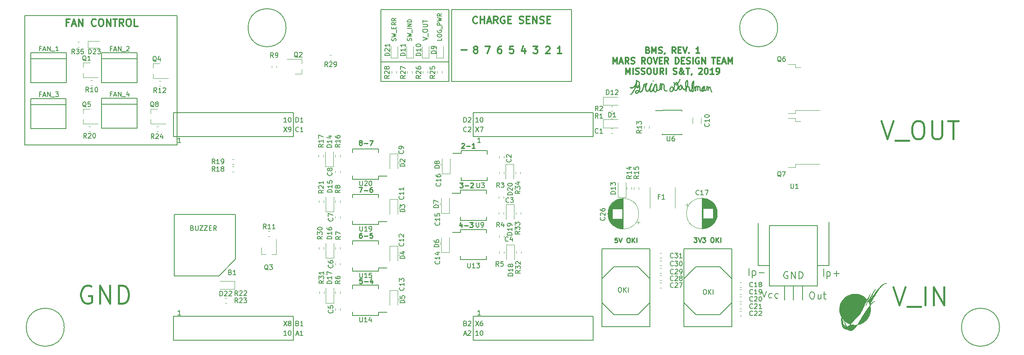
<source format=gbr>
G04 #@! TF.GenerationSoftware,KiCad,Pcbnew,(5.0.0)*
G04 #@! TF.CreationDate,2018-12-16T15:34:37-06:00*
G04 #@! TF.ProjectId,BMS_Hardware,424D535F48617264776172652E6B6963,rev?*
G04 #@! TF.SameCoordinates,Original*
G04 #@! TF.FileFunction,Legend,Top*
G04 #@! TF.FilePolarity,Positive*
%FSLAX46Y46*%
G04 Gerber Fmt 4.6, Leading zero omitted, Abs format (unit mm)*
G04 Created by KiCad (PCBNEW (5.0.0)) date 12/16/18 15:34:37*
%MOMM*%
%LPD*%
G01*
G04 APERTURE LIST*
%ADD10C,0.254000*%
%ADD11C,0.248000*%
%ADD12C,0.381000*%
%ADD13C,0.300000*%
%ADD14C,0.200000*%
%ADD15C,0.127000*%
%ADD16C,0.299720*%
%ADD17C,0.120000*%
%ADD18C,0.150000*%
%ADD19C,0.010000*%
G04 APERTURE END LIST*
D10*
X135452152Y-82750780D02*
X135500533Y-82702400D01*
X135597295Y-82654019D01*
X135839200Y-82654019D01*
X135935961Y-82702400D01*
X135984342Y-82750780D01*
X136032723Y-82847542D01*
X136032723Y-82944304D01*
X135984342Y-83089447D01*
X135403771Y-83670019D01*
X136032723Y-83670019D01*
X136468152Y-83282971D02*
X137242247Y-83282971D01*
X138258247Y-83670019D02*
X137677676Y-83670019D01*
X137967961Y-83670019D02*
X137967961Y-82654019D01*
X137871200Y-82799161D01*
X137774438Y-82895923D01*
X137677676Y-82944304D01*
X135048171Y-91036019D02*
X135677123Y-91036019D01*
X135338457Y-91423066D01*
X135483600Y-91423066D01*
X135580361Y-91471447D01*
X135628742Y-91519828D01*
X135677123Y-91616590D01*
X135677123Y-91858495D01*
X135628742Y-91955257D01*
X135580361Y-92003638D01*
X135483600Y-92052019D01*
X135193314Y-92052019D01*
X135096552Y-92003638D01*
X135048171Y-91955257D01*
X136112552Y-91664971D02*
X136886647Y-91664971D01*
X137322076Y-91132780D02*
X137370457Y-91084400D01*
X137467219Y-91036019D01*
X137709123Y-91036019D01*
X137805885Y-91084400D01*
X137854266Y-91132780D01*
X137902647Y-91229542D01*
X137902647Y-91326304D01*
X137854266Y-91471447D01*
X137273695Y-92052019D01*
X137902647Y-92052019D01*
X135478761Y-99807485D02*
X135478761Y-100484819D01*
X135236857Y-99420438D02*
X134994952Y-100146152D01*
X135623904Y-100146152D01*
X136010952Y-100097771D02*
X136785047Y-100097771D01*
X137172095Y-99468819D02*
X137801047Y-99468819D01*
X137462380Y-99855866D01*
X137607523Y-99855866D01*
X137704285Y-99904247D01*
X137752666Y-99952628D01*
X137801047Y-100049390D01*
X137801047Y-100291295D01*
X137752666Y-100388057D01*
X137704285Y-100436438D01*
X137607523Y-100484819D01*
X137317238Y-100484819D01*
X137220476Y-100436438D01*
X137172095Y-100388057D01*
X114343542Y-111356019D02*
X113859733Y-111356019D01*
X113811352Y-111839828D01*
X113859733Y-111791447D01*
X113956495Y-111743066D01*
X114198400Y-111743066D01*
X114295161Y-111791447D01*
X114343542Y-111839828D01*
X114391923Y-111936590D01*
X114391923Y-112178495D01*
X114343542Y-112275257D01*
X114295161Y-112323638D01*
X114198400Y-112372019D01*
X113956495Y-112372019D01*
X113859733Y-112323638D01*
X113811352Y-112275257D01*
X114827352Y-111984971D02*
X115601447Y-111984971D01*
X116520685Y-111694685D02*
X116520685Y-112372019D01*
X116278780Y-111307638D02*
X116036876Y-112033352D01*
X116665828Y-112033352D01*
X114244361Y-101704019D02*
X114050838Y-101704019D01*
X113954076Y-101752400D01*
X113905695Y-101800780D01*
X113808933Y-101945923D01*
X113760552Y-102139447D01*
X113760552Y-102526495D01*
X113808933Y-102623257D01*
X113857314Y-102671638D01*
X113954076Y-102720019D01*
X114147600Y-102720019D01*
X114244361Y-102671638D01*
X114292742Y-102623257D01*
X114341123Y-102526495D01*
X114341123Y-102284590D01*
X114292742Y-102187828D01*
X114244361Y-102139447D01*
X114147600Y-102091066D01*
X113954076Y-102091066D01*
X113857314Y-102139447D01*
X113808933Y-102187828D01*
X113760552Y-102284590D01*
X114776552Y-102332971D02*
X115550647Y-102332971D01*
X116518266Y-101704019D02*
X116034457Y-101704019D01*
X115986076Y-102187828D01*
X116034457Y-102139447D01*
X116131219Y-102091066D01*
X116373123Y-102091066D01*
X116469885Y-102139447D01*
X116518266Y-102187828D01*
X116566647Y-102284590D01*
X116566647Y-102526495D01*
X116518266Y-102623257D01*
X116469885Y-102671638D01*
X116373123Y-102720019D01*
X116131219Y-102720019D01*
X116034457Y-102671638D01*
X115986076Y-102623257D01*
X113712171Y-92001219D02*
X114389504Y-92001219D01*
X113954076Y-93017219D01*
X114776552Y-92630171D02*
X115550647Y-92630171D01*
X116469885Y-92001219D02*
X116276361Y-92001219D01*
X116179600Y-92049600D01*
X116131219Y-92097980D01*
X116034457Y-92243123D01*
X115986076Y-92436647D01*
X115986076Y-92823695D01*
X116034457Y-92920457D01*
X116082838Y-92968838D01*
X116179600Y-93017219D01*
X116373123Y-93017219D01*
X116469885Y-92968838D01*
X116518266Y-92920457D01*
X116566647Y-92823695D01*
X116566647Y-92581790D01*
X116518266Y-92485028D01*
X116469885Y-92436647D01*
X116373123Y-92388266D01*
X116179600Y-92388266D01*
X116082838Y-92436647D01*
X116034457Y-92485028D01*
X115986076Y-92581790D01*
X113954076Y-82479847D02*
X113857314Y-82431466D01*
X113808933Y-82383085D01*
X113760552Y-82286323D01*
X113760552Y-82237942D01*
X113808933Y-82141180D01*
X113857314Y-82092800D01*
X113954076Y-82044419D01*
X114147600Y-82044419D01*
X114244361Y-82092800D01*
X114292742Y-82141180D01*
X114341123Y-82237942D01*
X114341123Y-82286323D01*
X114292742Y-82383085D01*
X114244361Y-82431466D01*
X114147600Y-82479847D01*
X113954076Y-82479847D01*
X113857314Y-82528228D01*
X113808933Y-82576609D01*
X113760552Y-82673371D01*
X113760552Y-82866895D01*
X113808933Y-82963657D01*
X113857314Y-83012038D01*
X113954076Y-83060419D01*
X114147600Y-83060419D01*
X114244361Y-83012038D01*
X114292742Y-82963657D01*
X114341123Y-82866895D01*
X114341123Y-82673371D01*
X114292742Y-82576609D01*
X114244361Y-82528228D01*
X114147600Y-82479847D01*
X114776552Y-82673371D02*
X115550647Y-82673371D01*
X115937695Y-82044419D02*
X116615028Y-82044419D01*
X116179600Y-83060419D01*
D11*
X168424833Y-102707761D02*
X167952452Y-102707761D01*
X167905214Y-103180142D01*
X167952452Y-103132904D01*
X168046928Y-103085666D01*
X168283119Y-103085666D01*
X168377595Y-103132904D01*
X168424833Y-103180142D01*
X168472071Y-103274619D01*
X168472071Y-103510809D01*
X168424833Y-103605285D01*
X168377595Y-103652523D01*
X168283119Y-103699761D01*
X168046928Y-103699761D01*
X167952452Y-103652523D01*
X167905214Y-103605285D01*
X168755500Y-102707761D02*
X169086166Y-103699761D01*
X169416833Y-102707761D01*
X170692261Y-102707761D02*
X170881214Y-102707761D01*
X170975690Y-102755000D01*
X171070166Y-102849476D01*
X171117404Y-103038428D01*
X171117404Y-103369095D01*
X171070166Y-103558047D01*
X170975690Y-103652523D01*
X170881214Y-103699761D01*
X170692261Y-103699761D01*
X170597785Y-103652523D01*
X170503309Y-103558047D01*
X170456071Y-103369095D01*
X170456071Y-103038428D01*
X170503309Y-102849476D01*
X170597785Y-102755000D01*
X170692261Y-102707761D01*
X171542547Y-103699761D02*
X171542547Y-102707761D01*
X172109404Y-103699761D02*
X171684261Y-103132904D01*
X172109404Y-102707761D02*
X171542547Y-103274619D01*
X172534547Y-103699761D02*
X172534547Y-102707761D01*
X184657595Y-102644261D02*
X185271690Y-102644261D01*
X184941023Y-103022166D01*
X185082738Y-103022166D01*
X185177214Y-103069404D01*
X185224452Y-103116642D01*
X185271690Y-103211119D01*
X185271690Y-103447309D01*
X185224452Y-103541785D01*
X185177214Y-103589023D01*
X185082738Y-103636261D01*
X184799309Y-103636261D01*
X184704833Y-103589023D01*
X184657595Y-103541785D01*
X185555119Y-102644261D02*
X185885785Y-103636261D01*
X186216452Y-102644261D01*
X186452642Y-102644261D02*
X187066738Y-102644261D01*
X186736071Y-103022166D01*
X186877785Y-103022166D01*
X186972261Y-103069404D01*
X187019500Y-103116642D01*
X187066738Y-103211119D01*
X187066738Y-103447309D01*
X187019500Y-103541785D01*
X186972261Y-103589023D01*
X186877785Y-103636261D01*
X186594357Y-103636261D01*
X186499880Y-103589023D01*
X186452642Y-103541785D01*
X188436642Y-102644261D02*
X188625595Y-102644261D01*
X188720071Y-102691500D01*
X188814547Y-102785976D01*
X188861785Y-102974928D01*
X188861785Y-103305595D01*
X188814547Y-103494547D01*
X188720071Y-103589023D01*
X188625595Y-103636261D01*
X188436642Y-103636261D01*
X188342166Y-103589023D01*
X188247690Y-103494547D01*
X188200452Y-103305595D01*
X188200452Y-102974928D01*
X188247690Y-102785976D01*
X188342166Y-102691500D01*
X188436642Y-102644261D01*
X189286928Y-103636261D02*
X189286928Y-102644261D01*
X189853785Y-103636261D02*
X189428642Y-103069404D01*
X189853785Y-102644261D02*
X189286928Y-103211119D01*
X190278928Y-103636261D02*
X190278928Y-102644261D01*
D12*
X56977642Y-113030000D02*
X56614785Y-112848571D01*
X56070500Y-112848571D01*
X55526214Y-113030000D01*
X55163357Y-113392857D01*
X54981928Y-113755714D01*
X54800500Y-114481428D01*
X54800500Y-115025714D01*
X54981928Y-115751428D01*
X55163357Y-116114285D01*
X55526214Y-116477142D01*
X56070500Y-116658571D01*
X56433357Y-116658571D01*
X56977642Y-116477142D01*
X57159071Y-116295714D01*
X57159071Y-115025714D01*
X56433357Y-115025714D01*
X58791928Y-116658571D02*
X58791928Y-112848571D01*
X60969071Y-116658571D01*
X60969071Y-112848571D01*
X62783357Y-116658571D02*
X62783357Y-112848571D01*
X63690500Y-112848571D01*
X64234785Y-113030000D01*
X64597642Y-113392857D01*
X64779071Y-113755714D01*
X64960500Y-114481428D01*
X64960500Y-115025714D01*
X64779071Y-115751428D01*
X64597642Y-116114285D01*
X64234785Y-116477142D01*
X63690500Y-116658571D01*
X62783357Y-116658571D01*
D13*
X174921785Y-62896785D02*
X175105214Y-62957928D01*
X175166357Y-63019071D01*
X175227500Y-63141357D01*
X175227500Y-63324785D01*
X175166357Y-63447071D01*
X175105214Y-63508214D01*
X174982928Y-63569357D01*
X174493785Y-63569357D01*
X174493785Y-62285357D01*
X174921785Y-62285357D01*
X175044071Y-62346500D01*
X175105214Y-62407642D01*
X175166357Y-62529928D01*
X175166357Y-62652214D01*
X175105214Y-62774500D01*
X175044071Y-62835642D01*
X174921785Y-62896785D01*
X174493785Y-62896785D01*
X175777785Y-63569357D02*
X175777785Y-62285357D01*
X176205785Y-63202500D01*
X176633785Y-62285357D01*
X176633785Y-63569357D01*
X177184071Y-63508214D02*
X177367500Y-63569357D01*
X177673214Y-63569357D01*
X177795500Y-63508214D01*
X177856642Y-63447071D01*
X177917785Y-63324785D01*
X177917785Y-63202500D01*
X177856642Y-63080214D01*
X177795500Y-63019071D01*
X177673214Y-62957928D01*
X177428642Y-62896785D01*
X177306357Y-62835642D01*
X177245214Y-62774500D01*
X177184071Y-62652214D01*
X177184071Y-62529928D01*
X177245214Y-62407642D01*
X177306357Y-62346500D01*
X177428642Y-62285357D01*
X177734357Y-62285357D01*
X177917785Y-62346500D01*
X178529214Y-63508214D02*
X178529214Y-63569357D01*
X178468071Y-63691642D01*
X178406928Y-63752785D01*
X180791500Y-63569357D02*
X180363500Y-62957928D01*
X180057785Y-63569357D02*
X180057785Y-62285357D01*
X180546928Y-62285357D01*
X180669214Y-62346500D01*
X180730357Y-62407642D01*
X180791500Y-62529928D01*
X180791500Y-62713357D01*
X180730357Y-62835642D01*
X180669214Y-62896785D01*
X180546928Y-62957928D01*
X180057785Y-62957928D01*
X181341785Y-62896785D02*
X181769785Y-62896785D01*
X181953214Y-63569357D02*
X181341785Y-63569357D01*
X181341785Y-62285357D01*
X181953214Y-62285357D01*
X182320071Y-62285357D02*
X182748071Y-63569357D01*
X183176071Y-62285357D01*
X183604071Y-63447071D02*
X183665214Y-63508214D01*
X183604071Y-63569357D01*
X183542928Y-63508214D01*
X183604071Y-63447071D01*
X183604071Y-63569357D01*
X185866357Y-63569357D02*
X185132642Y-63569357D01*
X185499500Y-63569357D02*
X185499500Y-62285357D01*
X185377214Y-62468785D01*
X185254928Y-62591071D01*
X185132642Y-62652214D01*
X167554071Y-65795357D02*
X167554071Y-64511357D01*
X167982071Y-65428500D01*
X168410071Y-64511357D01*
X168410071Y-65795357D01*
X168960357Y-65428500D02*
X169571785Y-65428500D01*
X168838071Y-65795357D02*
X169266071Y-64511357D01*
X169694071Y-65795357D01*
X170855785Y-65795357D02*
X170427785Y-65183928D01*
X170122071Y-65795357D02*
X170122071Y-64511357D01*
X170611214Y-64511357D01*
X170733500Y-64572500D01*
X170794642Y-64633642D01*
X170855785Y-64755928D01*
X170855785Y-64939357D01*
X170794642Y-65061642D01*
X170733500Y-65122785D01*
X170611214Y-65183928D01*
X170122071Y-65183928D01*
X171344928Y-65734214D02*
X171528357Y-65795357D01*
X171834071Y-65795357D01*
X171956357Y-65734214D01*
X172017500Y-65673071D01*
X172078642Y-65550785D01*
X172078642Y-65428500D01*
X172017500Y-65306214D01*
X171956357Y-65245071D01*
X171834071Y-65183928D01*
X171589500Y-65122785D01*
X171467214Y-65061642D01*
X171406071Y-65000500D01*
X171344928Y-64878214D01*
X171344928Y-64755928D01*
X171406071Y-64633642D01*
X171467214Y-64572500D01*
X171589500Y-64511357D01*
X171895214Y-64511357D01*
X172078642Y-64572500D01*
X174340928Y-65795357D02*
X173912928Y-65183928D01*
X173607214Y-65795357D02*
X173607214Y-64511357D01*
X174096357Y-64511357D01*
X174218642Y-64572500D01*
X174279785Y-64633642D01*
X174340928Y-64755928D01*
X174340928Y-64939357D01*
X174279785Y-65061642D01*
X174218642Y-65122785D01*
X174096357Y-65183928D01*
X173607214Y-65183928D01*
X175135785Y-64511357D02*
X175380357Y-64511357D01*
X175502642Y-64572500D01*
X175624928Y-64694785D01*
X175686071Y-64939357D01*
X175686071Y-65367357D01*
X175624928Y-65611928D01*
X175502642Y-65734214D01*
X175380357Y-65795357D01*
X175135785Y-65795357D01*
X175013500Y-65734214D01*
X174891214Y-65611928D01*
X174830071Y-65367357D01*
X174830071Y-64939357D01*
X174891214Y-64694785D01*
X175013500Y-64572500D01*
X175135785Y-64511357D01*
X176052928Y-64511357D02*
X176480928Y-65795357D01*
X176908928Y-64511357D01*
X177336928Y-65122785D02*
X177764928Y-65122785D01*
X177948357Y-65795357D02*
X177336928Y-65795357D01*
X177336928Y-64511357D01*
X177948357Y-64511357D01*
X179232357Y-65795357D02*
X178804357Y-65183928D01*
X178498642Y-65795357D02*
X178498642Y-64511357D01*
X178987785Y-64511357D01*
X179110071Y-64572500D01*
X179171214Y-64633642D01*
X179232357Y-64755928D01*
X179232357Y-64939357D01*
X179171214Y-65061642D01*
X179110071Y-65122785D01*
X178987785Y-65183928D01*
X178498642Y-65183928D01*
X180760928Y-65795357D02*
X180760928Y-64511357D01*
X181066642Y-64511357D01*
X181250071Y-64572500D01*
X181372357Y-64694785D01*
X181433500Y-64817071D01*
X181494642Y-65061642D01*
X181494642Y-65245071D01*
X181433500Y-65489642D01*
X181372357Y-65611928D01*
X181250071Y-65734214D01*
X181066642Y-65795357D01*
X180760928Y-65795357D01*
X182044928Y-65122785D02*
X182472928Y-65122785D01*
X182656357Y-65795357D02*
X182044928Y-65795357D01*
X182044928Y-64511357D01*
X182656357Y-64511357D01*
X183145500Y-65734214D02*
X183328928Y-65795357D01*
X183634642Y-65795357D01*
X183756928Y-65734214D01*
X183818071Y-65673071D01*
X183879214Y-65550785D01*
X183879214Y-65428500D01*
X183818071Y-65306214D01*
X183756928Y-65245071D01*
X183634642Y-65183928D01*
X183390071Y-65122785D01*
X183267785Y-65061642D01*
X183206642Y-65000500D01*
X183145500Y-64878214D01*
X183145500Y-64755928D01*
X183206642Y-64633642D01*
X183267785Y-64572500D01*
X183390071Y-64511357D01*
X183695785Y-64511357D01*
X183879214Y-64572500D01*
X184429500Y-65795357D02*
X184429500Y-64511357D01*
X185713500Y-64572500D02*
X185591214Y-64511357D01*
X185407785Y-64511357D01*
X185224357Y-64572500D01*
X185102071Y-64694785D01*
X185040928Y-64817071D01*
X184979785Y-65061642D01*
X184979785Y-65245071D01*
X185040928Y-65489642D01*
X185102071Y-65611928D01*
X185224357Y-65734214D01*
X185407785Y-65795357D01*
X185530071Y-65795357D01*
X185713500Y-65734214D01*
X185774642Y-65673071D01*
X185774642Y-65245071D01*
X185530071Y-65245071D01*
X186324928Y-65795357D02*
X186324928Y-64511357D01*
X187058642Y-65795357D01*
X187058642Y-64511357D01*
X188464928Y-64511357D02*
X189198642Y-64511357D01*
X188831785Y-65795357D02*
X188831785Y-64511357D01*
X189626642Y-65122785D02*
X190054642Y-65122785D01*
X190238071Y-65795357D02*
X189626642Y-65795357D01*
X189626642Y-64511357D01*
X190238071Y-64511357D01*
X190727214Y-65428500D02*
X191338642Y-65428500D01*
X190604928Y-65795357D02*
X191032928Y-64511357D01*
X191460928Y-65795357D01*
X191888928Y-65795357D02*
X191888928Y-64511357D01*
X192316928Y-65428500D01*
X192744928Y-64511357D01*
X192744928Y-65795357D01*
X170274928Y-68021357D02*
X170274928Y-66737357D01*
X170702928Y-67654500D01*
X171130928Y-66737357D01*
X171130928Y-68021357D01*
X171742357Y-68021357D02*
X171742357Y-66737357D01*
X172292642Y-67960214D02*
X172476071Y-68021357D01*
X172781785Y-68021357D01*
X172904071Y-67960214D01*
X172965214Y-67899071D01*
X173026357Y-67776785D01*
X173026357Y-67654500D01*
X172965214Y-67532214D01*
X172904071Y-67471071D01*
X172781785Y-67409928D01*
X172537214Y-67348785D01*
X172414928Y-67287642D01*
X172353785Y-67226500D01*
X172292642Y-67104214D01*
X172292642Y-66981928D01*
X172353785Y-66859642D01*
X172414928Y-66798500D01*
X172537214Y-66737357D01*
X172842928Y-66737357D01*
X173026357Y-66798500D01*
X173515500Y-67960214D02*
X173698928Y-68021357D01*
X174004642Y-68021357D01*
X174126928Y-67960214D01*
X174188071Y-67899071D01*
X174249214Y-67776785D01*
X174249214Y-67654500D01*
X174188071Y-67532214D01*
X174126928Y-67471071D01*
X174004642Y-67409928D01*
X173760071Y-67348785D01*
X173637785Y-67287642D01*
X173576642Y-67226500D01*
X173515500Y-67104214D01*
X173515500Y-66981928D01*
X173576642Y-66859642D01*
X173637785Y-66798500D01*
X173760071Y-66737357D01*
X174065785Y-66737357D01*
X174249214Y-66798500D01*
X175044071Y-66737357D02*
X175288642Y-66737357D01*
X175410928Y-66798500D01*
X175533214Y-66920785D01*
X175594357Y-67165357D01*
X175594357Y-67593357D01*
X175533214Y-67837928D01*
X175410928Y-67960214D01*
X175288642Y-68021357D01*
X175044071Y-68021357D01*
X174921785Y-67960214D01*
X174799500Y-67837928D01*
X174738357Y-67593357D01*
X174738357Y-67165357D01*
X174799500Y-66920785D01*
X174921785Y-66798500D01*
X175044071Y-66737357D01*
X176144642Y-66737357D02*
X176144642Y-67776785D01*
X176205785Y-67899071D01*
X176266928Y-67960214D01*
X176389214Y-68021357D01*
X176633785Y-68021357D01*
X176756071Y-67960214D01*
X176817214Y-67899071D01*
X176878357Y-67776785D01*
X176878357Y-66737357D01*
X178223500Y-68021357D02*
X177795500Y-67409928D01*
X177489785Y-68021357D02*
X177489785Y-66737357D01*
X177978928Y-66737357D01*
X178101214Y-66798500D01*
X178162357Y-66859642D01*
X178223500Y-66981928D01*
X178223500Y-67165357D01*
X178162357Y-67287642D01*
X178101214Y-67348785D01*
X177978928Y-67409928D01*
X177489785Y-67409928D01*
X178773785Y-68021357D02*
X178773785Y-66737357D01*
X180302357Y-67960214D02*
X180485785Y-68021357D01*
X180791500Y-68021357D01*
X180913785Y-67960214D01*
X180974928Y-67899071D01*
X181036071Y-67776785D01*
X181036071Y-67654500D01*
X180974928Y-67532214D01*
X180913785Y-67471071D01*
X180791500Y-67409928D01*
X180546928Y-67348785D01*
X180424642Y-67287642D01*
X180363500Y-67226500D01*
X180302357Y-67104214D01*
X180302357Y-66981928D01*
X180363500Y-66859642D01*
X180424642Y-66798500D01*
X180546928Y-66737357D01*
X180852642Y-66737357D01*
X181036071Y-66798500D01*
X182625785Y-68021357D02*
X182564642Y-68021357D01*
X182442357Y-67960214D01*
X182258928Y-67776785D01*
X181953214Y-67409928D01*
X181830928Y-67226500D01*
X181769785Y-67043071D01*
X181769785Y-66920785D01*
X181830928Y-66798500D01*
X181953214Y-66737357D01*
X182014357Y-66737357D01*
X182136642Y-66798500D01*
X182197785Y-66920785D01*
X182197785Y-66981928D01*
X182136642Y-67104214D01*
X182075500Y-67165357D01*
X181708642Y-67409928D01*
X181647500Y-67471071D01*
X181586357Y-67593357D01*
X181586357Y-67776785D01*
X181647500Y-67899071D01*
X181708642Y-67960214D01*
X181830928Y-68021357D01*
X182014357Y-68021357D01*
X182136642Y-67960214D01*
X182197785Y-67899071D01*
X182381214Y-67654500D01*
X182442357Y-67471071D01*
X182442357Y-67348785D01*
X182992642Y-66737357D02*
X183726357Y-66737357D01*
X183359500Y-68021357D02*
X183359500Y-66737357D01*
X184215500Y-67960214D02*
X184215500Y-68021357D01*
X184154357Y-68143642D01*
X184093214Y-68204785D01*
X185682928Y-66859642D02*
X185744071Y-66798500D01*
X185866357Y-66737357D01*
X186172071Y-66737357D01*
X186294357Y-66798500D01*
X186355500Y-66859642D01*
X186416642Y-66981928D01*
X186416642Y-67104214D01*
X186355500Y-67287642D01*
X185621785Y-68021357D01*
X186416642Y-68021357D01*
X187211500Y-66737357D02*
X187333785Y-66737357D01*
X187456071Y-66798500D01*
X187517214Y-66859642D01*
X187578357Y-66981928D01*
X187639500Y-67226500D01*
X187639500Y-67532214D01*
X187578357Y-67776785D01*
X187517214Y-67899071D01*
X187456071Y-67960214D01*
X187333785Y-68021357D01*
X187211500Y-68021357D01*
X187089214Y-67960214D01*
X187028071Y-67899071D01*
X186966928Y-67776785D01*
X186905785Y-67532214D01*
X186905785Y-67226500D01*
X186966928Y-66981928D01*
X187028071Y-66859642D01*
X187089214Y-66798500D01*
X187211500Y-66737357D01*
X188862357Y-68021357D02*
X188128642Y-68021357D01*
X188495500Y-68021357D02*
X188495500Y-66737357D01*
X188373214Y-66920785D01*
X188250928Y-67043071D01*
X188128642Y-67104214D01*
X189473785Y-68021357D02*
X189718357Y-68021357D01*
X189840642Y-67960214D01*
X189901785Y-67899071D01*
X190024071Y-67715642D01*
X190085214Y-67471071D01*
X190085214Y-66981928D01*
X190024071Y-66859642D01*
X189962928Y-66798500D01*
X189840642Y-66737357D01*
X189596071Y-66737357D01*
X189473785Y-66798500D01*
X189412642Y-66859642D01*
X189351500Y-66981928D01*
X189351500Y-67287642D01*
X189412642Y-67409928D01*
X189473785Y-67471071D01*
X189596071Y-67532214D01*
X189840642Y-67532214D01*
X189962928Y-67471071D01*
X190024071Y-67409928D01*
X190085214Y-67287642D01*
D12*
X224372714Y-77923571D02*
X225642714Y-81733571D01*
X226912714Y-77923571D01*
X227275571Y-82096428D02*
X230178428Y-82096428D01*
X231811285Y-77923571D02*
X232537000Y-77923571D01*
X232899857Y-78105000D01*
X233262714Y-78467857D01*
X233444142Y-79193571D01*
X233444142Y-80463571D01*
X233262714Y-81189285D01*
X232899857Y-81552142D01*
X232537000Y-81733571D01*
X231811285Y-81733571D01*
X231448428Y-81552142D01*
X231085571Y-81189285D01*
X230904142Y-80463571D01*
X230904142Y-79193571D01*
X231085571Y-78467857D01*
X231448428Y-78105000D01*
X231811285Y-77923571D01*
X235077000Y-77923571D02*
X235077000Y-81007857D01*
X235258428Y-81370714D01*
X235439857Y-81552142D01*
X235802714Y-81733571D01*
X236528428Y-81733571D01*
X236891285Y-81552142D01*
X237072714Y-81370714D01*
X237254142Y-81007857D01*
X237254142Y-77923571D01*
X238524142Y-77923571D02*
X240701285Y-77923571D01*
X239612714Y-81733571D02*
X239612714Y-77923571D01*
X226912714Y-113166071D02*
X228182714Y-116976071D01*
X229452714Y-113166071D01*
X229815571Y-117338928D02*
X232718428Y-117338928D01*
X233625571Y-116976071D02*
X233625571Y-113166071D01*
X235439857Y-116976071D02*
X235439857Y-113166071D01*
X237617000Y-116976071D01*
X237617000Y-113166071D01*
D14*
X42926000Y-83058000D02*
X42926000Y-55626000D01*
X75184000Y-83058000D02*
X42926000Y-83058000D01*
X75184000Y-55626000D02*
X75184000Y-83058000D01*
X42926000Y-55626000D02*
X75184000Y-55626000D01*
X158750000Y-69596000D02*
X133350000Y-69596000D01*
X158750000Y-54356000D02*
X158750000Y-69596000D01*
X133350000Y-54356000D02*
X158750000Y-54356000D01*
X133350000Y-69596000D02*
X133350000Y-54356000D01*
X133413500Y-69596000D02*
X133350000Y-69596000D01*
D13*
X138764285Y-57114214D02*
X138692857Y-57185642D01*
X138478571Y-57257071D01*
X138335714Y-57257071D01*
X138121428Y-57185642D01*
X137978571Y-57042785D01*
X137907142Y-56899928D01*
X137835714Y-56614214D01*
X137835714Y-56399928D01*
X137907142Y-56114214D01*
X137978571Y-55971357D01*
X138121428Y-55828500D01*
X138335714Y-55757071D01*
X138478571Y-55757071D01*
X138692857Y-55828500D01*
X138764285Y-55899928D01*
X139407142Y-57257071D02*
X139407142Y-55757071D01*
X139407142Y-56471357D02*
X140264285Y-56471357D01*
X140264285Y-57257071D02*
X140264285Y-55757071D01*
X140907142Y-56828500D02*
X141621428Y-56828500D01*
X140764285Y-57257071D02*
X141264285Y-55757071D01*
X141764285Y-57257071D01*
X143121428Y-57257071D02*
X142621428Y-56542785D01*
X142264285Y-57257071D02*
X142264285Y-55757071D01*
X142835714Y-55757071D01*
X142978571Y-55828500D01*
X143050000Y-55899928D01*
X143121428Y-56042785D01*
X143121428Y-56257071D01*
X143050000Y-56399928D01*
X142978571Y-56471357D01*
X142835714Y-56542785D01*
X142264285Y-56542785D01*
X144550000Y-55828500D02*
X144407142Y-55757071D01*
X144192857Y-55757071D01*
X143978571Y-55828500D01*
X143835714Y-55971357D01*
X143764285Y-56114214D01*
X143692857Y-56399928D01*
X143692857Y-56614214D01*
X143764285Y-56899928D01*
X143835714Y-57042785D01*
X143978571Y-57185642D01*
X144192857Y-57257071D01*
X144335714Y-57257071D01*
X144550000Y-57185642D01*
X144621428Y-57114214D01*
X144621428Y-56614214D01*
X144335714Y-56614214D01*
X145264285Y-56471357D02*
X145764285Y-56471357D01*
X145978571Y-57257071D02*
X145264285Y-57257071D01*
X145264285Y-55757071D01*
X145978571Y-55757071D01*
X147692857Y-57185642D02*
X147907142Y-57257071D01*
X148264285Y-57257071D01*
X148407142Y-57185642D01*
X148478571Y-57114214D01*
X148550000Y-56971357D01*
X148550000Y-56828500D01*
X148478571Y-56685642D01*
X148407142Y-56614214D01*
X148264285Y-56542785D01*
X147978571Y-56471357D01*
X147835714Y-56399928D01*
X147764285Y-56328500D01*
X147692857Y-56185642D01*
X147692857Y-56042785D01*
X147764285Y-55899928D01*
X147835714Y-55828500D01*
X147978571Y-55757071D01*
X148335714Y-55757071D01*
X148550000Y-55828500D01*
X149192857Y-56471357D02*
X149692857Y-56471357D01*
X149907142Y-57257071D02*
X149192857Y-57257071D01*
X149192857Y-55757071D01*
X149907142Y-55757071D01*
X150550000Y-57257071D02*
X150550000Y-55757071D01*
X151407142Y-57257071D01*
X151407142Y-55757071D01*
X152050000Y-57185642D02*
X152264285Y-57257071D01*
X152621428Y-57257071D01*
X152764285Y-57185642D01*
X152835714Y-57114214D01*
X152907142Y-56971357D01*
X152907142Y-56828500D01*
X152835714Y-56685642D01*
X152764285Y-56614214D01*
X152621428Y-56542785D01*
X152335714Y-56471357D01*
X152192857Y-56399928D01*
X152121428Y-56328500D01*
X152050000Y-56185642D01*
X152050000Y-56042785D01*
X152121428Y-55899928D01*
X152192857Y-55828500D01*
X152335714Y-55757071D01*
X152692857Y-55757071D01*
X152907142Y-55828500D01*
X153550000Y-56471357D02*
X154050000Y-56471357D01*
X154264285Y-57257071D02*
X153550000Y-57257071D01*
X153550000Y-55757071D01*
X154264285Y-55757071D01*
D14*
X118364000Y-69596000D02*
X118872000Y-69596000D01*
X118364000Y-65341500D02*
X118364000Y-69596000D01*
X132715000Y-69596000D02*
X118681500Y-69596000D01*
X132715000Y-64897000D02*
X132715000Y-69596000D01*
D13*
X135369371Y-62908642D02*
X136512228Y-62908642D01*
X138287142Y-62749928D02*
X138144285Y-62678500D01*
X138072857Y-62607071D01*
X138001428Y-62464214D01*
X138001428Y-62392785D01*
X138072857Y-62249928D01*
X138144285Y-62178500D01*
X138287142Y-62107071D01*
X138572857Y-62107071D01*
X138715714Y-62178500D01*
X138787142Y-62249928D01*
X138858571Y-62392785D01*
X138858571Y-62464214D01*
X138787142Y-62607071D01*
X138715714Y-62678500D01*
X138572857Y-62749928D01*
X138287142Y-62749928D01*
X138144285Y-62821357D01*
X138072857Y-62892785D01*
X138001428Y-63035642D01*
X138001428Y-63321357D01*
X138072857Y-63464214D01*
X138144285Y-63535642D01*
X138287142Y-63607071D01*
X138572857Y-63607071D01*
X138715714Y-63535642D01*
X138787142Y-63464214D01*
X138858571Y-63321357D01*
X138858571Y-63035642D01*
X138787142Y-62892785D01*
X138715714Y-62821357D01*
X138572857Y-62749928D01*
X140470000Y-62107071D02*
X141470000Y-62107071D01*
X140827142Y-63607071D01*
X143795714Y-62107071D02*
X143510000Y-62107071D01*
X143367142Y-62178500D01*
X143295714Y-62249928D01*
X143152857Y-62464214D01*
X143081428Y-62749928D01*
X143081428Y-63321357D01*
X143152857Y-63464214D01*
X143224285Y-63535642D01*
X143367142Y-63607071D01*
X143652857Y-63607071D01*
X143795714Y-63535642D01*
X143867142Y-63464214D01*
X143938571Y-63321357D01*
X143938571Y-62964214D01*
X143867142Y-62821357D01*
X143795714Y-62749928D01*
X143652857Y-62678500D01*
X143367142Y-62678500D01*
X143224285Y-62749928D01*
X143152857Y-62821357D01*
X143081428Y-62964214D01*
X146407142Y-62107071D02*
X145692857Y-62107071D01*
X145621428Y-62821357D01*
X145692857Y-62749928D01*
X145835714Y-62678500D01*
X146192857Y-62678500D01*
X146335714Y-62749928D01*
X146407142Y-62821357D01*
X146478571Y-62964214D01*
X146478571Y-63321357D01*
X146407142Y-63464214D01*
X146335714Y-63535642D01*
X146192857Y-63607071D01*
X145835714Y-63607071D01*
X145692857Y-63535642D01*
X145621428Y-63464214D01*
X148824914Y-62607071D02*
X148824914Y-63607071D01*
X148467771Y-62035642D02*
X148110628Y-63107071D01*
X149039200Y-63107071D01*
X150630000Y-62119771D02*
X151558571Y-62119771D01*
X151058571Y-62691200D01*
X151272857Y-62691200D01*
X151415714Y-62762628D01*
X151487142Y-62834057D01*
X151558571Y-62976914D01*
X151558571Y-63334057D01*
X151487142Y-63476914D01*
X151415714Y-63548342D01*
X151272857Y-63619771D01*
X150844285Y-63619771D01*
X150701428Y-63548342D01*
X150630000Y-63476914D01*
X153292228Y-62262628D02*
X153363657Y-62191200D01*
X153506514Y-62119771D01*
X153863657Y-62119771D01*
X154006514Y-62191200D01*
X154077942Y-62262628D01*
X154149371Y-62405485D01*
X154149371Y-62548342D01*
X154077942Y-62762628D01*
X153220800Y-63619771D01*
X154149371Y-63619771D01*
X156638571Y-63619771D02*
X155781428Y-63619771D01*
X156210000Y-63619771D02*
X156210000Y-62119771D01*
X156067142Y-62334057D01*
X155924285Y-62476914D01*
X155781428Y-62548342D01*
D14*
X132715000Y-65405000D02*
X118364000Y-65405000D01*
X132715000Y-54356000D02*
X132715000Y-65405000D01*
X118364000Y-54356000D02*
X132715000Y-54356000D01*
X118364000Y-56134000D02*
X118364000Y-54356000D01*
X132715000Y-54356000D02*
X132715000Y-54864000D01*
X132715000Y-54864000D02*
X132715000Y-56007000D01*
D15*
X131212166Y-60409666D02*
X131212166Y-60833000D01*
X130323166Y-60833000D01*
X130323166Y-59944000D02*
X130323166Y-59774666D01*
X130365500Y-59690000D01*
X130450166Y-59605333D01*
X130619500Y-59563000D01*
X130915833Y-59563000D01*
X131085166Y-59605333D01*
X131169833Y-59690000D01*
X131212166Y-59774666D01*
X131212166Y-59944000D01*
X131169833Y-60028666D01*
X131085166Y-60113333D01*
X130915833Y-60155666D01*
X130619500Y-60155666D01*
X130450166Y-60113333D01*
X130365500Y-60028666D01*
X130323166Y-59944000D01*
X130365500Y-58716333D02*
X130323166Y-58801000D01*
X130323166Y-58928000D01*
X130365500Y-59055000D01*
X130450166Y-59139666D01*
X130534833Y-59182000D01*
X130704166Y-59224333D01*
X130831166Y-59224333D01*
X131000500Y-59182000D01*
X131085166Y-59139666D01*
X131169833Y-59055000D01*
X131212166Y-58928000D01*
X131212166Y-58843333D01*
X131169833Y-58716333D01*
X131127500Y-58674000D01*
X130831166Y-58674000D01*
X130831166Y-58843333D01*
X131296833Y-58504666D02*
X131296833Y-57827333D01*
X131212166Y-57615666D02*
X130323166Y-57615666D01*
X130323166Y-57277000D01*
X130365500Y-57192333D01*
X130407833Y-57150000D01*
X130492500Y-57107666D01*
X130619500Y-57107666D01*
X130704166Y-57150000D01*
X130746500Y-57192333D01*
X130788833Y-57277000D01*
X130788833Y-57615666D01*
X130323166Y-56811333D02*
X131212166Y-56599666D01*
X130577166Y-56430333D01*
X131212166Y-56261000D01*
X130323166Y-56049333D01*
X131212166Y-55202666D02*
X130788833Y-55499000D01*
X131212166Y-55710666D02*
X130323166Y-55710666D01*
X130323166Y-55372000D01*
X130365500Y-55287333D01*
X130407833Y-55245000D01*
X130492500Y-55202666D01*
X130619500Y-55202666D01*
X130704166Y-55245000D01*
X130746500Y-55287333D01*
X130788833Y-55372000D01*
X130788833Y-55710666D01*
X127205619Y-60851142D02*
X128221619Y-60512476D01*
X127205619Y-60173809D01*
X128318380Y-60077047D02*
X128318380Y-59302952D01*
X127205619Y-58867523D02*
X127205619Y-58674000D01*
X127254000Y-58577238D01*
X127350761Y-58480476D01*
X127544285Y-58432095D01*
X127882952Y-58432095D01*
X128076476Y-58480476D01*
X128173238Y-58577238D01*
X128221619Y-58674000D01*
X128221619Y-58867523D01*
X128173238Y-58964285D01*
X128076476Y-59061047D01*
X127882952Y-59109428D01*
X127544285Y-59109428D01*
X127350761Y-59061047D01*
X127254000Y-58964285D01*
X127205619Y-58867523D01*
X127205619Y-57996666D02*
X128028095Y-57996666D01*
X128124857Y-57948285D01*
X128173238Y-57899904D01*
X128221619Y-57803142D01*
X128221619Y-57609619D01*
X128173238Y-57512857D01*
X128124857Y-57464476D01*
X128028095Y-57416095D01*
X127205619Y-57416095D01*
X127205619Y-57077428D02*
X127205619Y-56496857D01*
X128221619Y-56787142D02*
X127205619Y-56787142D01*
X124819833Y-60896500D02*
X124862166Y-60769500D01*
X124862166Y-60557833D01*
X124819833Y-60473166D01*
X124777500Y-60430833D01*
X124692833Y-60388500D01*
X124608166Y-60388500D01*
X124523500Y-60430833D01*
X124481166Y-60473166D01*
X124438833Y-60557833D01*
X124396500Y-60727166D01*
X124354166Y-60811833D01*
X124311833Y-60854166D01*
X124227166Y-60896500D01*
X124142500Y-60896500D01*
X124057833Y-60854166D01*
X124015500Y-60811833D01*
X123973166Y-60727166D01*
X123973166Y-60515500D01*
X124015500Y-60388500D01*
X123973166Y-60092166D02*
X124862166Y-59880500D01*
X124227166Y-59711166D01*
X124862166Y-59541833D01*
X123973166Y-59330166D01*
X124946833Y-59203166D02*
X124946833Y-58525833D01*
X124862166Y-58314166D02*
X123973166Y-58314166D01*
X124862166Y-57890833D02*
X123973166Y-57890833D01*
X124862166Y-57382833D01*
X123973166Y-57382833D01*
X124862166Y-56959500D02*
X123973166Y-56959500D01*
X123973166Y-56747833D01*
X124015500Y-56620833D01*
X124100166Y-56536166D01*
X124184833Y-56493833D01*
X124354166Y-56451500D01*
X124481166Y-56451500D01*
X124650500Y-56493833D01*
X124735166Y-56536166D01*
X124819833Y-56620833D01*
X124862166Y-56747833D01*
X124862166Y-56959500D01*
X121517833Y-60938833D02*
X121560166Y-60811833D01*
X121560166Y-60600166D01*
X121517833Y-60515500D01*
X121475500Y-60473166D01*
X121390833Y-60430833D01*
X121306166Y-60430833D01*
X121221500Y-60473166D01*
X121179166Y-60515500D01*
X121136833Y-60600166D01*
X121094500Y-60769500D01*
X121052166Y-60854166D01*
X121009833Y-60896500D01*
X120925166Y-60938833D01*
X120840500Y-60938833D01*
X120755833Y-60896500D01*
X120713500Y-60854166D01*
X120671166Y-60769500D01*
X120671166Y-60557833D01*
X120713500Y-60430833D01*
X120671166Y-60134500D02*
X121560166Y-59922833D01*
X120925166Y-59753500D01*
X121560166Y-59584166D01*
X120671166Y-59372500D01*
X121644833Y-59245500D02*
X121644833Y-58568166D01*
X121094500Y-58356500D02*
X121094500Y-58060166D01*
X121560166Y-57933166D02*
X121560166Y-58356500D01*
X120671166Y-58356500D01*
X120671166Y-57933166D01*
X121560166Y-57044166D02*
X121136833Y-57340500D01*
X121560166Y-57552166D02*
X120671166Y-57552166D01*
X120671166Y-57213500D01*
X120713500Y-57128833D01*
X120755833Y-57086500D01*
X120840500Y-57044166D01*
X120967500Y-57044166D01*
X121052166Y-57086500D01*
X121094500Y-57128833D01*
X121136833Y-57213500D01*
X121136833Y-57552166D01*
X121560166Y-56155166D02*
X121136833Y-56451500D01*
X121560166Y-56663166D02*
X120671166Y-56663166D01*
X120671166Y-56324500D01*
X120713500Y-56239833D01*
X120755833Y-56197500D01*
X120840500Y-56155166D01*
X120967500Y-56155166D01*
X121052166Y-56197500D01*
X121094500Y-56239833D01*
X121136833Y-56324500D01*
X121136833Y-56663166D01*
D16*
X52251428Y-57041142D02*
X51743428Y-57041142D01*
X51743428Y-57839428D02*
X51743428Y-56315428D01*
X52469142Y-56315428D01*
X52977142Y-57404000D02*
X53702857Y-57404000D01*
X52832000Y-57839428D02*
X53340000Y-56315428D01*
X53848000Y-57839428D01*
X54356000Y-57839428D02*
X54356000Y-56315428D01*
X55226857Y-57839428D01*
X55226857Y-56315428D01*
X57984571Y-57694285D02*
X57912000Y-57766857D01*
X57694285Y-57839428D01*
X57549142Y-57839428D01*
X57331428Y-57766857D01*
X57186285Y-57621714D01*
X57113714Y-57476571D01*
X57041142Y-57186285D01*
X57041142Y-56968571D01*
X57113714Y-56678285D01*
X57186285Y-56533142D01*
X57331428Y-56388000D01*
X57549142Y-56315428D01*
X57694285Y-56315428D01*
X57912000Y-56388000D01*
X57984571Y-56460571D01*
X58928000Y-56315428D02*
X59218285Y-56315428D01*
X59363428Y-56388000D01*
X59508571Y-56533142D01*
X59581142Y-56823428D01*
X59581142Y-57331428D01*
X59508571Y-57621714D01*
X59363428Y-57766857D01*
X59218285Y-57839428D01*
X58928000Y-57839428D01*
X58782857Y-57766857D01*
X58637714Y-57621714D01*
X58565142Y-57331428D01*
X58565142Y-56823428D01*
X58637714Y-56533142D01*
X58782857Y-56388000D01*
X58928000Y-56315428D01*
X60234285Y-57839428D02*
X60234285Y-56315428D01*
X61105142Y-57839428D01*
X61105142Y-56315428D01*
X61613142Y-56315428D02*
X62484000Y-56315428D01*
X62048571Y-57839428D02*
X62048571Y-56315428D01*
X63862857Y-57839428D02*
X63354857Y-57113714D01*
X62992000Y-57839428D02*
X62992000Y-56315428D01*
X63572571Y-56315428D01*
X63717714Y-56388000D01*
X63790285Y-56460571D01*
X63862857Y-56605714D01*
X63862857Y-56823428D01*
X63790285Y-56968571D01*
X63717714Y-57041142D01*
X63572571Y-57113714D01*
X62992000Y-57113714D01*
X64806285Y-56315428D02*
X65096571Y-56315428D01*
X65241714Y-56388000D01*
X65386857Y-56533142D01*
X65459428Y-56823428D01*
X65459428Y-57331428D01*
X65386857Y-57621714D01*
X65241714Y-57766857D01*
X65096571Y-57839428D01*
X64806285Y-57839428D01*
X64661142Y-57766857D01*
X64516000Y-57621714D01*
X64443428Y-57331428D01*
X64443428Y-56823428D01*
X64516000Y-56533142D01*
X64661142Y-56388000D01*
X64806285Y-56315428D01*
X66838285Y-57839428D02*
X66112571Y-57839428D01*
X66112571Y-56315428D01*
D14*
X118364000Y-65405000D02*
X118364000Y-55880000D01*
X132715000Y-55880000D02*
X132715000Y-65405000D01*
D17*
G04 #@! TO.C,C10*
X184383000Y-77248936D02*
X184383000Y-78453064D01*
X186203000Y-77248936D02*
X186203000Y-78453064D01*
G04 #@! TO.C,R8*
X109730000Y-94824733D02*
X109730000Y-95167267D01*
X108710000Y-94824733D02*
X108710000Y-95167267D01*
G04 #@! TO.C,D14*
X106592000Y-87625000D02*
X106592000Y-84475000D01*
X108292000Y-87625000D02*
X108292000Y-84475000D01*
X106592000Y-87625000D02*
X108292000Y-87625000D01*
G04 #@! TO.C,D15*
X106655500Y-97150000D02*
X106655500Y-94000000D01*
X108355500Y-97150000D02*
X108355500Y-94000000D01*
X106655500Y-97150000D02*
X108355500Y-97150000D01*
G04 #@! TO.C,D16*
X106655500Y-106992500D02*
X106655500Y-103842500D01*
X108355500Y-106992500D02*
X108355500Y-103842500D01*
X106655500Y-106992500D02*
X108355500Y-106992500D01*
G04 #@! TO.C,D17*
X106655500Y-116517500D02*
X106655500Y-113367500D01*
X108355500Y-116517500D02*
X108355500Y-113367500D01*
X106655500Y-116517500D02*
X108355500Y-116517500D01*
G04 #@! TO.C,D18*
X146646000Y-104145000D02*
X146646000Y-107295000D01*
X144946000Y-104145000D02*
X144946000Y-107295000D01*
X146646000Y-104145000D02*
X144946000Y-104145000D01*
G04 #@! TO.C,D19*
X146519000Y-95636000D02*
X146519000Y-98786000D01*
X144819000Y-95636000D02*
X144819000Y-98786000D01*
X146519000Y-95636000D02*
X144819000Y-95636000D01*
G04 #@! TO.C,D20*
X146455500Y-87063500D02*
X146455500Y-90213500D01*
X144755500Y-87063500D02*
X144755500Y-90213500D01*
X146455500Y-87063500D02*
X144755500Y-87063500D01*
D18*
G04 #@! TO.C,U1*
X200639680Y-112880140D02*
X200639680Y-100081080D01*
X210840320Y-112880140D02*
X200639680Y-112880140D01*
X210840320Y-100081080D02*
X210840320Y-112880140D01*
X200639680Y-100081080D02*
X210840320Y-100081080D01*
X205740000Y-112880140D02*
X205740000Y-115879880D01*
X203840080Y-112880140D02*
X203840080Y-115879880D01*
X207639920Y-112880140D02*
X207639920Y-115879880D01*
X213240620Y-108579920D02*
X213240620Y-99380040D01*
X210840320Y-108579920D02*
X213240620Y-108579920D01*
X198239380Y-108579920D02*
X198239380Y-99580700D01*
X200639680Y-108579920D02*
X198239380Y-108579920D01*
X196339460Y-109179360D02*
X196339460Y-110680500D01*
X197040500Y-109679740D02*
X197040500Y-111180880D01*
X197540880Y-110680500D02*
X197040500Y-110680500D01*
X197739000Y-110479840D02*
X197540880Y-110680500D01*
X197739000Y-109979460D02*
X197739000Y-110479840D01*
X197639940Y-109778800D02*
X197739000Y-109979460D01*
X197439280Y-109679740D02*
X197639940Y-109778800D01*
X197040500Y-109679740D02*
X197439280Y-109679740D01*
X199539860Y-110081060D02*
X198440040Y-110081060D01*
X204541120Y-110680500D02*
X204238860Y-110680500D01*
X204541120Y-111279940D02*
X204541120Y-110680500D01*
X204340460Y-111379000D02*
X204541120Y-111279940D01*
X203939140Y-111180880D02*
X204340460Y-111379000D01*
X203639420Y-110779560D02*
X203939140Y-111180880D01*
X203741020Y-110279180D02*
X203639420Y-110779560D01*
X204040740Y-109880400D02*
X203741020Y-110279180D01*
X204439520Y-109880400D02*
X204040740Y-109880400D01*
X204541120Y-109979460D02*
X204439520Y-109880400D01*
X206138780Y-111379000D02*
X206138780Y-109880400D01*
X205341220Y-109880400D02*
X206138780Y-111379000D01*
X205341220Y-111379000D02*
X205341220Y-109880400D01*
X207439260Y-109979460D02*
X206938880Y-109880400D01*
X207738980Y-110279180D02*
X207439260Y-109979460D01*
X207738980Y-110779560D02*
X207738980Y-110279180D01*
X207439260Y-111279940D02*
X207738980Y-110779560D01*
X206938880Y-111379000D02*
X207439260Y-111279940D01*
X206938880Y-109880400D02*
X206938880Y-111379000D01*
X212140800Y-109280960D02*
X212140800Y-110881160D01*
X212839300Y-109880400D02*
X212839300Y-111379000D01*
X213339680Y-110881160D02*
X212940900Y-110881160D01*
X213540340Y-110578900D02*
X213339680Y-110881160D01*
X213540340Y-110081060D02*
X213540340Y-110578900D01*
X213240620Y-109880400D02*
X213540340Y-110081060D01*
X212839300Y-109880400D02*
X213240620Y-109880400D01*
X215440260Y-110279180D02*
X214238840Y-110279180D01*
X214840820Y-109679740D02*
X214840820Y-110881160D01*
X210139280Y-114378740D02*
X209740500Y-114180620D01*
X210240880Y-114780060D02*
X210139280Y-114378740D01*
X210139280Y-115379500D02*
X210240880Y-114780060D01*
X209941160Y-115679220D02*
X210139280Y-115379500D01*
X209539840Y-115679220D02*
X209941160Y-115679220D01*
X209240120Y-115379500D02*
X209539840Y-115679220D01*
X209141060Y-114980720D02*
X209240120Y-115379500D01*
X209240120Y-114378740D02*
X209141060Y-114980720D01*
X209539840Y-114180620D02*
X209240120Y-114378740D01*
X209740500Y-114180620D02*
X209539840Y-114180620D01*
X211538820Y-115580160D02*
X211538820Y-114681000D01*
X211239100Y-115679220D02*
X211538820Y-115580160D01*
X210939380Y-115580160D02*
X211239100Y-115679220D01*
X210939380Y-114681000D02*
X210939380Y-115580160D01*
X212440520Y-115679220D02*
X212641180Y-115679220D01*
X212239860Y-115580160D02*
X212440520Y-115679220D01*
X212239860Y-114079020D02*
X212239860Y-115580160D01*
X212641180Y-114681000D02*
X212039200Y-114681000D01*
X199539860Y-115280440D02*
X200040240Y-113979960D01*
X199039480Y-113979960D02*
X199539860Y-115280440D01*
X200939400Y-115481100D02*
X201140060Y-115379500D01*
X200639680Y-115481100D02*
X200939400Y-115481100D01*
X200439020Y-115079780D02*
X200639680Y-115481100D01*
X200540620Y-114579400D02*
X200439020Y-115079780D01*
X200939400Y-114480340D02*
X200540620Y-114579400D01*
X201239120Y-114480340D02*
X200939400Y-114480340D01*
X202140820Y-115580160D02*
X202440540Y-115379500D01*
X201940160Y-115379500D02*
X202140820Y-115580160D01*
X201739500Y-114980720D02*
X201940160Y-115379500D01*
X201940160Y-114579400D02*
X201739500Y-114980720D01*
X202239880Y-114480340D02*
X201940160Y-114579400D01*
X202539600Y-114579400D02*
X202239880Y-114480340D01*
G04 #@! TO.C,REF\002A\002A*
X202392283Y-58166000D02*
G75*
G03X202392283Y-58166000I-4018283J0D01*
G01*
X98252283Y-58166000D02*
G75*
G03X98252283Y-58166000I-4018283J0D01*
G01*
X51262283Y-121666000D02*
G75*
G03X51262283Y-121666000I-4018283J0D01*
G01*
G04 #@! TO.C,B1*
X84049000Y-110767000D02*
X87549000Y-107267000D01*
X74549000Y-97767000D02*
X87549000Y-97767000D01*
X74549000Y-110767000D02*
X74549000Y-97767000D01*
X87549000Y-107267000D02*
X87549000Y-97767000D01*
X74549000Y-110767000D02*
X84049000Y-110767000D01*
D17*
G04 #@! TO.C,R23*
X85642267Y-116524500D02*
X85299733Y-116524500D01*
X85642267Y-115504500D02*
X85299733Y-115504500D01*
D18*
G04 #@! TO.C,U21*
X137871200Y-76200000D02*
X137871200Y-81280000D01*
X163271200Y-76200000D02*
X137871200Y-76200000D01*
X163271200Y-81280000D02*
X163271200Y-76200000D01*
X137871200Y-124460000D02*
X163271200Y-124460000D01*
X137871200Y-119380000D02*
X137871200Y-124460000D01*
X163271200Y-124460000D02*
X163271200Y-119380000D01*
X137871200Y-81280000D02*
X163271200Y-81280000D01*
X163271200Y-119380000D02*
X137871200Y-119380000D01*
X74371200Y-81280000D02*
X99771200Y-81280000D01*
X74371200Y-76200000D02*
X74371200Y-81280000D01*
X99771200Y-76200000D02*
X74371200Y-76200000D01*
X99771200Y-81280000D02*
X99771200Y-76200000D01*
X74371200Y-124460000D02*
X99771200Y-124460000D01*
X74371200Y-119380000D02*
X74371200Y-124460000D01*
X99771200Y-119380000D02*
X74371200Y-119380000D01*
X99771200Y-124460000D02*
X99771200Y-119380000D01*
D17*
G04 #@! TO.C,Q1*
X55247000Y-65539500D02*
X56707000Y-65539500D01*
X55247000Y-68699500D02*
X58407000Y-68699500D01*
X55247000Y-68699500D02*
X55247000Y-67769500D01*
X55247000Y-65539500D02*
X55247000Y-66469500D01*
G04 #@! TO.C,Q2*
X101588049Y-67976607D02*
X101588049Y-67046607D01*
X101588049Y-64816607D02*
X101588049Y-65746607D01*
X101588049Y-64816607D02*
X98428049Y-64816607D01*
X101588049Y-67976607D02*
X100128049Y-67976607D01*
G04 #@! TO.C,Q3*
X93035000Y-106195400D02*
X93965000Y-106195400D01*
X96195000Y-106195400D02*
X95265000Y-106195400D01*
X96195000Y-106195400D02*
X96195000Y-103035400D01*
X93035000Y-106195400D02*
X93035000Y-104735400D01*
G04 #@! TO.C,Q4*
X70106000Y-65730000D02*
X70106000Y-66660000D01*
X70106000Y-68890000D02*
X70106000Y-67960000D01*
X70106000Y-68890000D02*
X73266000Y-68890000D01*
X70106000Y-65730000D02*
X71566000Y-65730000D01*
G04 #@! TO.C,Q5*
X55247000Y-75382000D02*
X56707000Y-75382000D01*
X55247000Y-78542000D02*
X58407000Y-78542000D01*
X55247000Y-78542000D02*
X55247000Y-77612000D01*
X55247000Y-75382000D02*
X55247000Y-76312000D01*
G04 #@! TO.C,Q8*
X69598000Y-75382000D02*
X71058000Y-75382000D01*
X69598000Y-78542000D02*
X72758000Y-78542000D01*
X69598000Y-78542000D02*
X69598000Y-77612000D01*
X69598000Y-75382000D02*
X69598000Y-76312000D01*
D18*
G04 #@! TO.C,U2*
X44196000Y-63500000D02*
X51689000Y-63500000D01*
X51689000Y-63500000D02*
X51689000Y-64770000D01*
X44196000Y-64770000D02*
X44196000Y-63500000D01*
X51689000Y-69850000D02*
X44196000Y-69850000D01*
X44196000Y-64770000D02*
X51689000Y-64770000D01*
X51689000Y-64770000D02*
X51689000Y-69850000D01*
X44196000Y-64770000D02*
X44196000Y-69850000D01*
G04 #@! TO.C,U4*
X59182000Y-64770000D02*
X59182000Y-69850000D01*
X66675000Y-64770000D02*
X66675000Y-69850000D01*
X59182000Y-64770000D02*
X66675000Y-64770000D01*
X66675000Y-69850000D02*
X59182000Y-69850000D01*
X59182000Y-64770000D02*
X59182000Y-63500000D01*
X66675000Y-63500000D02*
X66675000Y-64770000D01*
X59182000Y-63500000D02*
X66675000Y-63500000D01*
G04 #@! TO.C,U6*
X177922100Y-75694300D02*
X176522100Y-75694300D01*
X177922100Y-80794300D02*
X182072100Y-80794300D01*
X177922100Y-75644300D02*
X182072100Y-75644300D01*
X177922100Y-80794300D02*
X177922100Y-80649300D01*
X182072100Y-80794300D02*
X182072100Y-80649300D01*
X182072100Y-75644300D02*
X182072100Y-75789300D01*
X177922100Y-75644300D02*
X177922100Y-75694300D01*
G04 #@! TO.C,U8*
X44145200Y-73202800D02*
X51638200Y-73202800D01*
X51638200Y-73202800D02*
X51638200Y-74472800D01*
X44145200Y-74472800D02*
X44145200Y-73202800D01*
X51638200Y-79552800D02*
X44145200Y-79552800D01*
X44145200Y-74472800D02*
X51638200Y-74472800D01*
X51638200Y-74472800D02*
X51638200Y-79552800D01*
X44145200Y-74472800D02*
X44145200Y-79552800D01*
G04 #@! TO.C,U12*
X59182000Y-74422000D02*
X59182000Y-79502000D01*
X66675000Y-74422000D02*
X66675000Y-79502000D01*
X59182000Y-74422000D02*
X66675000Y-74422000D01*
X66675000Y-79502000D02*
X59182000Y-79502000D01*
X59182000Y-74422000D02*
X59182000Y-73152000D01*
X66675000Y-73152000D02*
X66675000Y-74422000D01*
X59182000Y-73152000D02*
X66675000Y-73152000D01*
G04 #@! TO.C,U18*
X172770800Y-108813600D02*
X175310800Y-111353600D01*
X175310800Y-111353600D02*
X175310800Y-116433600D01*
X175310800Y-116433600D02*
X172770800Y-118973600D01*
X172770800Y-118973600D02*
X167690800Y-118973600D01*
X167690800Y-118973600D02*
X165150800Y-116433600D01*
X165150800Y-116433600D02*
X165150800Y-111353600D01*
X165150800Y-111353600D02*
X167690800Y-108813600D01*
X167690800Y-108813600D02*
X172770800Y-108813600D01*
X165150800Y-121513600D02*
X175310800Y-121513600D01*
X165150800Y-105003600D02*
X175310800Y-105003600D01*
X175310800Y-105003600D02*
X175310800Y-121513600D01*
X165150800Y-121513600D02*
X165150800Y-105003600D01*
D17*
G04 #@! TO.C,C1*
X167493767Y-79563500D02*
X167151233Y-79563500D01*
X167493767Y-80583500D02*
X167151233Y-80583500D01*
G04 #@! TO.C,C2*
X144401000Y-85426733D02*
X144401000Y-85769267D01*
X143381000Y-85426733D02*
X143381000Y-85769267D01*
G04 #@! TO.C,C3*
X143317500Y-93935733D02*
X143317500Y-94278267D01*
X144337500Y-93935733D02*
X144337500Y-94278267D01*
G04 #@! TO.C,C4*
X144401000Y-102254233D02*
X144401000Y-102596767D01*
X143381000Y-102254233D02*
X143381000Y-102596767D01*
G04 #@! TO.C,C5*
X109730000Y-118027267D02*
X109730000Y-117684733D01*
X108710000Y-118027267D02*
X108710000Y-117684733D01*
G04 #@! TO.C,C6*
X108710000Y-108438767D02*
X108710000Y-108096233D01*
X109730000Y-108438767D02*
X109730000Y-108096233D01*
G04 #@! TO.C,C7*
X109730000Y-98532767D02*
X109730000Y-98190233D01*
X108710000Y-98532767D02*
X108710000Y-98190233D01*
G04 #@! TO.C,C8*
X109730000Y-88538233D02*
X109730000Y-88880767D01*
X108710000Y-88538233D02*
X108710000Y-88880767D01*
G04 #@! TO.C,C9*
X122172000Y-86633233D02*
X122172000Y-86975767D01*
X123192000Y-86633233D02*
X123192000Y-86975767D01*
G04 #@! TO.C,C11*
X122235500Y-96627767D02*
X122235500Y-96285233D01*
X123255500Y-96627767D02*
X123255500Y-96285233D01*
G04 #@! TO.C,C12*
X123192000Y-106191233D02*
X123192000Y-106533767D01*
X122172000Y-106191233D02*
X122172000Y-106533767D01*
G04 #@! TO.C,C13*
X122172000Y-115589233D02*
X122172000Y-115931767D01*
X123192000Y-115589233D02*
X123192000Y-115931767D01*
G04 #@! TO.C,C14*
X129855500Y-104057267D02*
X129855500Y-103714733D01*
X130875500Y-104057267D02*
X130875500Y-103714733D01*
G04 #@! TO.C,C15*
X130875500Y-95738767D02*
X130875500Y-95396233D01*
X129855500Y-95738767D02*
X129855500Y-95396233D01*
G04 #@! TO.C,C16*
X131066000Y-87356767D02*
X131066000Y-87014233D01*
X130046000Y-87356767D02*
X130046000Y-87014233D01*
G04 #@! TO.C,C26*
X172877241Y-99753500D02*
X172877241Y-99123500D01*
X173192241Y-99438500D02*
X172562241Y-99438500D01*
X166451000Y-98001500D02*
X166451000Y-97197500D01*
X166491000Y-98232500D02*
X166491000Y-96966500D01*
X166531000Y-98401500D02*
X166531000Y-96797500D01*
X166571000Y-98539500D02*
X166571000Y-96659500D01*
X166611000Y-98658500D02*
X166611000Y-96540500D01*
X166651000Y-98764500D02*
X166651000Y-96434500D01*
X166691000Y-98861500D02*
X166691000Y-96337500D01*
X166731000Y-98949500D02*
X166731000Y-96249500D01*
X166771000Y-99031500D02*
X166771000Y-96167500D01*
X166811000Y-99108500D02*
X166811000Y-96090500D01*
X166851000Y-99180500D02*
X166851000Y-96018500D01*
X166891000Y-99249500D02*
X166891000Y-95949500D01*
X166931000Y-99313500D02*
X166931000Y-95885500D01*
X166971000Y-99375500D02*
X166971000Y-95823500D01*
X167011000Y-99433500D02*
X167011000Y-95765500D01*
X167051000Y-99489500D02*
X167051000Y-95709500D01*
X167091000Y-99543500D02*
X167091000Y-95655500D01*
X167131000Y-99594500D02*
X167131000Y-95604500D01*
X167171000Y-99643500D02*
X167171000Y-95555500D01*
X167211000Y-99691500D02*
X167211000Y-95507500D01*
X167251000Y-99736500D02*
X167251000Y-95462500D01*
X167291000Y-99781500D02*
X167291000Y-95417500D01*
X167331000Y-99823500D02*
X167331000Y-95375500D01*
X167371000Y-99864500D02*
X167371000Y-95334500D01*
X167411000Y-96559500D02*
X167411000Y-95294500D01*
X167411000Y-99904500D02*
X167411000Y-98639500D01*
X167451000Y-96559500D02*
X167451000Y-95256500D01*
X167451000Y-99942500D02*
X167451000Y-98639500D01*
X167491000Y-96559500D02*
X167491000Y-95219500D01*
X167491000Y-99979500D02*
X167491000Y-98639500D01*
X167531000Y-96559500D02*
X167531000Y-95183500D01*
X167531000Y-100015500D02*
X167531000Y-98639500D01*
X167571000Y-96559500D02*
X167571000Y-95149500D01*
X167571000Y-100049500D02*
X167571000Y-98639500D01*
X167611000Y-96559500D02*
X167611000Y-95115500D01*
X167611000Y-100083500D02*
X167611000Y-98639500D01*
X167651000Y-96559500D02*
X167651000Y-95083500D01*
X167651000Y-100115500D02*
X167651000Y-98639500D01*
X167691000Y-96559500D02*
X167691000Y-95051500D01*
X167691000Y-100147500D02*
X167691000Y-98639500D01*
X167731000Y-96559500D02*
X167731000Y-95021500D01*
X167731000Y-100177500D02*
X167731000Y-98639500D01*
X167771000Y-96559500D02*
X167771000Y-94992500D01*
X167771000Y-100206500D02*
X167771000Y-98639500D01*
X167811000Y-96559500D02*
X167811000Y-94963500D01*
X167811000Y-100235500D02*
X167811000Y-98639500D01*
X167851000Y-96559500D02*
X167851000Y-94935500D01*
X167851000Y-100263500D02*
X167851000Y-98639500D01*
X167891000Y-96559500D02*
X167891000Y-94909500D01*
X167891000Y-100289500D02*
X167891000Y-98639500D01*
X167931000Y-96559500D02*
X167931000Y-94883500D01*
X167931000Y-100315500D02*
X167931000Y-98639500D01*
X167971000Y-96559500D02*
X167971000Y-94857500D01*
X167971000Y-100341500D02*
X167971000Y-98639500D01*
X168011000Y-96559500D02*
X168011000Y-94833500D01*
X168011000Y-100365500D02*
X168011000Y-98639500D01*
X168051000Y-96559500D02*
X168051000Y-94809500D01*
X168051000Y-100389500D02*
X168051000Y-98639500D01*
X168091000Y-96559500D02*
X168091000Y-94787500D01*
X168091000Y-100411500D02*
X168091000Y-98639500D01*
X168131000Y-96559500D02*
X168131000Y-94765500D01*
X168131000Y-100433500D02*
X168131000Y-98639500D01*
X168171000Y-96559500D02*
X168171000Y-94743500D01*
X168171000Y-100455500D02*
X168171000Y-98639500D01*
X168211000Y-96559500D02*
X168211000Y-94723500D01*
X168211000Y-100475500D02*
X168211000Y-98639500D01*
X168251000Y-96559500D02*
X168251000Y-94703500D01*
X168251000Y-100495500D02*
X168251000Y-98639500D01*
X168291000Y-96559500D02*
X168291000Y-94683500D01*
X168291000Y-100515500D02*
X168291000Y-98639500D01*
X168331000Y-96559500D02*
X168331000Y-94665500D01*
X168331000Y-100533500D02*
X168331000Y-98639500D01*
X168371000Y-96559500D02*
X168371000Y-94647500D01*
X168371000Y-100551500D02*
X168371000Y-98639500D01*
X168411000Y-96559500D02*
X168411000Y-94629500D01*
X168411000Y-100569500D02*
X168411000Y-98639500D01*
X168451000Y-96559500D02*
X168451000Y-94613500D01*
X168451000Y-100585500D02*
X168451000Y-98639500D01*
X168491000Y-96559500D02*
X168491000Y-94597500D01*
X168491000Y-100601500D02*
X168491000Y-98639500D01*
X168531000Y-96559500D02*
X168531000Y-94581500D01*
X168531000Y-100617500D02*
X168531000Y-98639500D01*
X168571000Y-96559500D02*
X168571000Y-94566500D01*
X168571000Y-100632500D02*
X168571000Y-98639500D01*
X168611000Y-96559500D02*
X168611000Y-94552500D01*
X168611000Y-100646500D02*
X168611000Y-98639500D01*
X168651000Y-96559500D02*
X168651000Y-94538500D01*
X168651000Y-100660500D02*
X168651000Y-98639500D01*
X168691000Y-96559500D02*
X168691000Y-94525500D01*
X168691000Y-100673500D02*
X168691000Y-98639500D01*
X168731000Y-96559500D02*
X168731000Y-94513500D01*
X168731000Y-100685500D02*
X168731000Y-98639500D01*
X168771000Y-96559500D02*
X168771000Y-94501500D01*
X168771000Y-100697500D02*
X168771000Y-98639500D01*
X168811000Y-96559500D02*
X168811000Y-94489500D01*
X168811000Y-100709500D02*
X168811000Y-98639500D01*
X168851000Y-96559500D02*
X168851000Y-94478500D01*
X168851000Y-100720500D02*
X168851000Y-98639500D01*
X168891000Y-96559500D02*
X168891000Y-94468500D01*
X168891000Y-100730500D02*
X168891000Y-98639500D01*
X168931000Y-96559500D02*
X168931000Y-94458500D01*
X168931000Y-100740500D02*
X168931000Y-98639500D01*
X168971000Y-96559500D02*
X168971000Y-94449500D01*
X168971000Y-100749500D02*
X168971000Y-98639500D01*
X169012000Y-96559500D02*
X169012000Y-94440500D01*
X169012000Y-100758500D02*
X169012000Y-98639500D01*
X169052000Y-96559500D02*
X169052000Y-94432500D01*
X169052000Y-100766500D02*
X169052000Y-98639500D01*
X169092000Y-96559500D02*
X169092000Y-94424500D01*
X169092000Y-100774500D02*
X169092000Y-98639500D01*
X169132000Y-96559500D02*
X169132000Y-94417500D01*
X169132000Y-100781500D02*
X169132000Y-98639500D01*
X169172000Y-96559500D02*
X169172000Y-94410500D01*
X169172000Y-100788500D02*
X169172000Y-98639500D01*
X169212000Y-96559500D02*
X169212000Y-94404500D01*
X169212000Y-100794500D02*
X169212000Y-98639500D01*
X169252000Y-96559500D02*
X169252000Y-94398500D01*
X169252000Y-100800500D02*
X169252000Y-98639500D01*
X169292000Y-96559500D02*
X169292000Y-94393500D01*
X169292000Y-100805500D02*
X169292000Y-98639500D01*
X169332000Y-96559500D02*
X169332000Y-94388500D01*
X169332000Y-100810500D02*
X169332000Y-98639500D01*
X169372000Y-96559500D02*
X169372000Y-94384500D01*
X169372000Y-100814500D02*
X169372000Y-98639500D01*
X169412000Y-96559500D02*
X169412000Y-94381500D01*
X169412000Y-100817500D02*
X169412000Y-98639500D01*
X169452000Y-96559500D02*
X169452000Y-94377500D01*
X169452000Y-100821500D02*
X169452000Y-98639500D01*
X169492000Y-100823500D02*
X169492000Y-94375500D01*
X169532000Y-100826500D02*
X169532000Y-94372500D01*
X169572000Y-100827500D02*
X169572000Y-94371500D01*
X169612000Y-100829500D02*
X169612000Y-94369500D01*
X169652000Y-100829500D02*
X169652000Y-94369500D01*
X169692000Y-100829500D02*
X169692000Y-94369500D01*
X172962000Y-97599500D02*
G75*
G03X172962000Y-97599500I-3270000J0D01*
G01*
G04 #@! TO.C,C27*
X177438233Y-112266000D02*
X177780767Y-112266000D01*
X177438233Y-113286000D02*
X177780767Y-113286000D01*
G04 #@! TO.C,C28*
X177438233Y-111736600D02*
X177780767Y-111736600D01*
X177438233Y-110716600D02*
X177780767Y-110716600D01*
G04 #@! TO.C,C29*
X177438233Y-109154500D02*
X177780767Y-109154500D01*
X177438233Y-110174500D02*
X177780767Y-110174500D01*
G04 #@! TO.C,C30*
X177438233Y-108587000D02*
X177780767Y-108587000D01*
X177438233Y-107567000D02*
X177780767Y-107567000D01*
G04 #@! TO.C,C31*
X177438233Y-105979500D02*
X177780767Y-105979500D01*
X177438233Y-106999500D02*
X177780767Y-106999500D01*
G04 #@! TO.C,D9*
X131545000Y-64525000D02*
X131545000Y-62065000D01*
X130075000Y-64525000D02*
X131545000Y-64525000D01*
X130075000Y-62065000D02*
X130075000Y-64525000D01*
G04 #@! TO.C,D10*
X127027000Y-62065000D02*
X127027000Y-64525000D01*
X127027000Y-64525000D02*
X128497000Y-64525000D01*
X128497000Y-64525000D02*
X128497000Y-62065000D01*
G04 #@! TO.C,F1*
X175320500Y-96374252D02*
X175320500Y-91966748D01*
X180660500Y-96374252D02*
X180660500Y-91966748D01*
G04 #@! TO.C,Q6*
X204650000Y-76320000D02*
X206150000Y-76320000D01*
X206150000Y-76320000D02*
X206150000Y-75630000D01*
X206150000Y-75630000D02*
X211275000Y-75630000D01*
X204650000Y-65920000D02*
X206150000Y-65920000D01*
X206150000Y-65920000D02*
X206150000Y-66610000D01*
X206150000Y-66610000D02*
X207250000Y-66610000D01*
G04 #@! TO.C,Q7*
X206150000Y-78040000D02*
X207250000Y-78040000D01*
X206150000Y-77350000D02*
X206150000Y-78040000D01*
X204650000Y-77350000D02*
X206150000Y-77350000D01*
X206150000Y-87060000D02*
X211275000Y-87060000D01*
X206150000Y-87750000D02*
X206150000Y-87060000D01*
X204650000Y-87750000D02*
X206150000Y-87750000D01*
G04 #@! TO.C,R1*
X167493767Y-77408500D02*
X167151233Y-77408500D01*
X167493767Y-76388500D02*
X167151233Y-76388500D01*
G04 #@! TO.C,R2*
X167493767Y-74801000D02*
X167151233Y-74801000D01*
X167493767Y-75821000D02*
X167151233Y-75821000D01*
G04 #@! TO.C,R3*
X143381000Y-89134767D02*
X143381000Y-88792233D01*
X144401000Y-89134767D02*
X144401000Y-88792233D01*
G04 #@! TO.C,R4*
X143317500Y-97643767D02*
X143317500Y-97301233D01*
X144337500Y-97643767D02*
X144337500Y-97301233D01*
G04 #@! TO.C,R5*
X144401000Y-105962267D02*
X144401000Y-105619733D01*
X143381000Y-105962267D02*
X143381000Y-105619733D01*
G04 #@! TO.C,R6*
X109730000Y-114128733D02*
X109730000Y-114471267D01*
X108710000Y-114128733D02*
X108710000Y-114471267D01*
G04 #@! TO.C,R7*
X109730000Y-104730733D02*
X109730000Y-105073267D01*
X108710000Y-104730733D02*
X108710000Y-105073267D01*
G04 #@! TO.C,R9*
X95238049Y-66225340D02*
X95238049Y-66567874D01*
X96258049Y-66225340D02*
X96258049Y-66567874D01*
G04 #@! TO.C,R10*
X56865733Y-70360000D02*
X57208267Y-70360000D01*
X56865733Y-69340000D02*
X57208267Y-69340000D01*
G04 #@! TO.C,R11*
X94507233Y-102364000D02*
X94849767Y-102364000D01*
X94507233Y-101344000D02*
X94849767Y-101344000D01*
G04 #@! TO.C,R12*
X71329733Y-69467000D02*
X71672267Y-69467000D01*
X71329733Y-70487000D02*
X71672267Y-70487000D01*
G04 #@! TO.C,R13*
X174115000Y-79419267D02*
X174115000Y-79076733D01*
X175135000Y-79419267D02*
X175135000Y-79076733D01*
G04 #@! TO.C,R14*
X171452000Y-92373267D02*
X171452000Y-92030733D01*
X170432000Y-92373267D02*
X170432000Y-92030733D01*
G04 #@! TO.C,R15*
X172976000Y-92030733D02*
X172976000Y-92373267D01*
X171956000Y-92030733D02*
X171956000Y-92373267D01*
G04 #@! TO.C,R16*
X108710000Y-85172733D02*
X108710000Y-85515267D01*
X109730000Y-85172733D02*
X109730000Y-85515267D01*
G04 #@! TO.C,R17*
X105154000Y-85172733D02*
X105154000Y-85515267D01*
X106174000Y-85172733D02*
X106174000Y-85515267D01*
G04 #@! TO.C,R18*
X86823733Y-87628000D02*
X87166267Y-87628000D01*
X86823733Y-88648000D02*
X87166267Y-88648000D01*
G04 #@! TO.C,R19*
X86823733Y-87060500D02*
X87166267Y-87060500D01*
X86823733Y-86040500D02*
X87166267Y-86040500D01*
G04 #@! TO.C,R20*
X56470733Y-80139000D02*
X56813267Y-80139000D01*
X56470733Y-79119000D02*
X56813267Y-79119000D01*
G04 #@! TO.C,R21*
X106237500Y-94824733D02*
X106237500Y-95167267D01*
X105217500Y-94824733D02*
X105217500Y-95167267D01*
G04 #@! TO.C,R22*
X85642267Y-113980500D02*
X85299733Y-113980500D01*
X85642267Y-115000500D02*
X85299733Y-115000500D01*
G04 #@! TO.C,R24*
X70821733Y-80139000D02*
X71164267Y-80139000D01*
X70821733Y-79119000D02*
X71164267Y-79119000D01*
G04 #@! TO.C,R25*
X130300000Y-67392733D02*
X130300000Y-67735267D01*
X131320000Y-67392733D02*
X131320000Y-67735267D01*
G04 #@! TO.C,R26*
X127252000Y-67392733D02*
X127252000Y-67735267D01*
X128272000Y-67392733D02*
X128272000Y-67735267D01*
G04 #@! TO.C,R27*
X124970000Y-67392733D02*
X124970000Y-67735267D01*
X123950000Y-67392733D02*
X123950000Y-67735267D01*
G04 #@! TO.C,R28*
X121668000Y-67392733D02*
X121668000Y-67735267D01*
X120648000Y-67392733D02*
X120648000Y-67735267D01*
G04 #@! TO.C,R29*
X107867267Y-65026000D02*
X107524733Y-65026000D01*
X107867267Y-64006000D02*
X107524733Y-64006000D01*
G04 #@! TO.C,R30*
X106237500Y-104730733D02*
X106237500Y-105073267D01*
X105217500Y-104730733D02*
X105217500Y-105073267D01*
G04 #@! TO.C,R31*
X105281000Y-114128733D02*
X105281000Y-114471267D01*
X106301000Y-114128733D02*
X106301000Y-114471267D01*
G04 #@! TO.C,R32*
X148084000Y-105962267D02*
X148084000Y-105619733D01*
X147064000Y-105962267D02*
X147064000Y-105619733D01*
G04 #@! TO.C,R33*
X147957000Y-97643767D02*
X147957000Y-97301233D01*
X146937000Y-97643767D02*
X146937000Y-97301233D01*
G04 #@! TO.C,R34*
X146873500Y-89134767D02*
X146873500Y-88792233D01*
X147893500Y-89134767D02*
X147893500Y-88792233D01*
D18*
G04 #@! TO.C,U3*
X135373794Y-84832739D02*
X133623794Y-84832739D01*
X135373794Y-90587739D02*
X140873794Y-90587739D01*
X135373794Y-84177739D02*
X140873794Y-84177739D01*
X135373794Y-90587739D02*
X135373794Y-89837739D01*
X140873794Y-90587739D02*
X140873794Y-89837739D01*
X140873794Y-84177739D02*
X140873794Y-84927739D01*
X135373794Y-84177739D02*
X135373794Y-84832739D01*
G04 #@! TO.C,U9*
X135197400Y-92591100D02*
X135197400Y-93246100D01*
X140697400Y-92591100D02*
X140697400Y-93341100D01*
X140697400Y-99001100D02*
X140697400Y-98251100D01*
X135197400Y-99001100D02*
X135197400Y-98251100D01*
X135197400Y-92591100D02*
X140697400Y-92591100D01*
X135197400Y-99001100D02*
X140697400Y-99001100D01*
X135197400Y-93246100D02*
X133447400Y-93246100D01*
G04 #@! TO.C,U13*
X135222800Y-101590000D02*
X133472800Y-101590000D01*
X135222800Y-107345000D02*
X140722800Y-107345000D01*
X135222800Y-100935000D02*
X140722800Y-100935000D01*
X135222800Y-107345000D02*
X135222800Y-106595000D01*
X140722800Y-107345000D02*
X140722800Y-106595000D01*
X140722800Y-100935000D02*
X140722800Y-101685000D01*
X135222800Y-100935000D02*
X135222800Y-101590000D01*
G04 #@! TO.C,U14*
X117854857Y-119170409D02*
X117854857Y-118515409D01*
X112354857Y-119170409D02*
X112354857Y-118420409D01*
X112354857Y-112760409D02*
X112354857Y-113510409D01*
X117854857Y-112760409D02*
X117854857Y-113510409D01*
X117854857Y-119170409D02*
X112354857Y-119170409D01*
X117854857Y-112760409D02*
X112354857Y-112760409D01*
X117854857Y-118515409D02*
X119604857Y-118515409D01*
G04 #@! TO.C,U15*
X117875500Y-109783400D02*
X117875500Y-109128400D01*
X112375500Y-109783400D02*
X112375500Y-109033400D01*
X112375500Y-103373400D02*
X112375500Y-104123400D01*
X117875500Y-103373400D02*
X117875500Y-104123400D01*
X117875500Y-109783400D02*
X112375500Y-109783400D01*
X117875500Y-103373400D02*
X112375500Y-103373400D01*
X117875500Y-109128400D02*
X119625500Y-109128400D01*
G04 #@! TO.C,U19*
X117875500Y-99890100D02*
X117875500Y-99235100D01*
X112375500Y-99890100D02*
X112375500Y-99140100D01*
X112375500Y-93480100D02*
X112375500Y-94230100D01*
X117875500Y-93480100D02*
X117875500Y-94230100D01*
X117875500Y-99890100D02*
X112375500Y-99890100D01*
X117875500Y-93480100D02*
X112375500Y-93480100D01*
X117875500Y-99235100D02*
X119625500Y-99235100D01*
G04 #@! TO.C,U20*
X117875500Y-89608500D02*
X119625500Y-89608500D01*
X117875500Y-83853500D02*
X112375500Y-83853500D01*
X117875500Y-90263500D02*
X112375500Y-90263500D01*
X117875500Y-83853500D02*
X117875500Y-84603500D01*
X112375500Y-83853500D02*
X112375500Y-84603500D01*
X112375500Y-90263500D02*
X112375500Y-89513500D01*
X117875500Y-90263500D02*
X117875500Y-89608500D01*
D17*
G04 #@! TO.C,C17*
X189622500Y-97536000D02*
G75*
G03X189622500Y-97536000I-3270000J0D01*
G01*
X186352500Y-94306000D02*
X186352500Y-100766000D01*
X186392500Y-94306000D02*
X186392500Y-100766000D01*
X186432500Y-94306000D02*
X186432500Y-100766000D01*
X186472500Y-94308000D02*
X186472500Y-100764000D01*
X186512500Y-94309000D02*
X186512500Y-100763000D01*
X186552500Y-94312000D02*
X186552500Y-100760000D01*
X186592500Y-94314000D02*
X186592500Y-96496000D01*
X186592500Y-98576000D02*
X186592500Y-100758000D01*
X186632500Y-94318000D02*
X186632500Y-96496000D01*
X186632500Y-98576000D02*
X186632500Y-100754000D01*
X186672500Y-94321000D02*
X186672500Y-96496000D01*
X186672500Y-98576000D02*
X186672500Y-100751000D01*
X186712500Y-94325000D02*
X186712500Y-96496000D01*
X186712500Y-98576000D02*
X186712500Y-100747000D01*
X186752500Y-94330000D02*
X186752500Y-96496000D01*
X186752500Y-98576000D02*
X186752500Y-100742000D01*
X186792500Y-94335000D02*
X186792500Y-96496000D01*
X186792500Y-98576000D02*
X186792500Y-100737000D01*
X186832500Y-94341000D02*
X186832500Y-96496000D01*
X186832500Y-98576000D02*
X186832500Y-100731000D01*
X186872500Y-94347000D02*
X186872500Y-96496000D01*
X186872500Y-98576000D02*
X186872500Y-100725000D01*
X186912500Y-94354000D02*
X186912500Y-96496000D01*
X186912500Y-98576000D02*
X186912500Y-100718000D01*
X186952500Y-94361000D02*
X186952500Y-96496000D01*
X186952500Y-98576000D02*
X186952500Y-100711000D01*
X186992500Y-94369000D02*
X186992500Y-96496000D01*
X186992500Y-98576000D02*
X186992500Y-100703000D01*
X187032500Y-94377000D02*
X187032500Y-96496000D01*
X187032500Y-98576000D02*
X187032500Y-100695000D01*
X187073500Y-94386000D02*
X187073500Y-96496000D01*
X187073500Y-98576000D02*
X187073500Y-100686000D01*
X187113500Y-94395000D02*
X187113500Y-96496000D01*
X187113500Y-98576000D02*
X187113500Y-100677000D01*
X187153500Y-94405000D02*
X187153500Y-96496000D01*
X187153500Y-98576000D02*
X187153500Y-100667000D01*
X187193500Y-94415000D02*
X187193500Y-96496000D01*
X187193500Y-98576000D02*
X187193500Y-100657000D01*
X187233500Y-94426000D02*
X187233500Y-96496000D01*
X187233500Y-98576000D02*
X187233500Y-100646000D01*
X187273500Y-94438000D02*
X187273500Y-96496000D01*
X187273500Y-98576000D02*
X187273500Y-100634000D01*
X187313500Y-94450000D02*
X187313500Y-96496000D01*
X187313500Y-98576000D02*
X187313500Y-100622000D01*
X187353500Y-94462000D02*
X187353500Y-96496000D01*
X187353500Y-98576000D02*
X187353500Y-100610000D01*
X187393500Y-94475000D02*
X187393500Y-96496000D01*
X187393500Y-98576000D02*
X187393500Y-100597000D01*
X187433500Y-94489000D02*
X187433500Y-96496000D01*
X187433500Y-98576000D02*
X187433500Y-100583000D01*
X187473500Y-94503000D02*
X187473500Y-96496000D01*
X187473500Y-98576000D02*
X187473500Y-100569000D01*
X187513500Y-94518000D02*
X187513500Y-96496000D01*
X187513500Y-98576000D02*
X187513500Y-100554000D01*
X187553500Y-94534000D02*
X187553500Y-96496000D01*
X187553500Y-98576000D02*
X187553500Y-100538000D01*
X187593500Y-94550000D02*
X187593500Y-96496000D01*
X187593500Y-98576000D02*
X187593500Y-100522000D01*
X187633500Y-94566000D02*
X187633500Y-96496000D01*
X187633500Y-98576000D02*
X187633500Y-100506000D01*
X187673500Y-94584000D02*
X187673500Y-96496000D01*
X187673500Y-98576000D02*
X187673500Y-100488000D01*
X187713500Y-94602000D02*
X187713500Y-96496000D01*
X187713500Y-98576000D02*
X187713500Y-100470000D01*
X187753500Y-94620000D02*
X187753500Y-96496000D01*
X187753500Y-98576000D02*
X187753500Y-100452000D01*
X187793500Y-94640000D02*
X187793500Y-96496000D01*
X187793500Y-98576000D02*
X187793500Y-100432000D01*
X187833500Y-94660000D02*
X187833500Y-96496000D01*
X187833500Y-98576000D02*
X187833500Y-100412000D01*
X187873500Y-94680000D02*
X187873500Y-96496000D01*
X187873500Y-98576000D02*
X187873500Y-100392000D01*
X187913500Y-94702000D02*
X187913500Y-96496000D01*
X187913500Y-98576000D02*
X187913500Y-100370000D01*
X187953500Y-94724000D02*
X187953500Y-96496000D01*
X187953500Y-98576000D02*
X187953500Y-100348000D01*
X187993500Y-94746000D02*
X187993500Y-96496000D01*
X187993500Y-98576000D02*
X187993500Y-100326000D01*
X188033500Y-94770000D02*
X188033500Y-96496000D01*
X188033500Y-98576000D02*
X188033500Y-100302000D01*
X188073500Y-94794000D02*
X188073500Y-96496000D01*
X188073500Y-98576000D02*
X188073500Y-100278000D01*
X188113500Y-94820000D02*
X188113500Y-96496000D01*
X188113500Y-98576000D02*
X188113500Y-100252000D01*
X188153500Y-94846000D02*
X188153500Y-96496000D01*
X188153500Y-98576000D02*
X188153500Y-100226000D01*
X188193500Y-94872000D02*
X188193500Y-96496000D01*
X188193500Y-98576000D02*
X188193500Y-100200000D01*
X188233500Y-94900000D02*
X188233500Y-96496000D01*
X188233500Y-98576000D02*
X188233500Y-100172000D01*
X188273500Y-94929000D02*
X188273500Y-96496000D01*
X188273500Y-98576000D02*
X188273500Y-100143000D01*
X188313500Y-94958000D02*
X188313500Y-96496000D01*
X188313500Y-98576000D02*
X188313500Y-100114000D01*
X188353500Y-94988000D02*
X188353500Y-96496000D01*
X188353500Y-98576000D02*
X188353500Y-100084000D01*
X188393500Y-95020000D02*
X188393500Y-96496000D01*
X188393500Y-98576000D02*
X188393500Y-100052000D01*
X188433500Y-95052000D02*
X188433500Y-96496000D01*
X188433500Y-98576000D02*
X188433500Y-100020000D01*
X188473500Y-95086000D02*
X188473500Y-96496000D01*
X188473500Y-98576000D02*
X188473500Y-99986000D01*
X188513500Y-95120000D02*
X188513500Y-96496000D01*
X188513500Y-98576000D02*
X188513500Y-99952000D01*
X188553500Y-95156000D02*
X188553500Y-96496000D01*
X188553500Y-98576000D02*
X188553500Y-99916000D01*
X188593500Y-95193000D02*
X188593500Y-96496000D01*
X188593500Y-98576000D02*
X188593500Y-99879000D01*
X188633500Y-95231000D02*
X188633500Y-96496000D01*
X188633500Y-98576000D02*
X188633500Y-99841000D01*
X188673500Y-95271000D02*
X188673500Y-99801000D01*
X188713500Y-95312000D02*
X188713500Y-99760000D01*
X188753500Y-95354000D02*
X188753500Y-99718000D01*
X188793500Y-95399000D02*
X188793500Y-99673000D01*
X188833500Y-95444000D02*
X188833500Y-99628000D01*
X188873500Y-95492000D02*
X188873500Y-99580000D01*
X188913500Y-95541000D02*
X188913500Y-99531000D01*
X188953500Y-95592000D02*
X188953500Y-99480000D01*
X188993500Y-95646000D02*
X188993500Y-99426000D01*
X189033500Y-95702000D02*
X189033500Y-99370000D01*
X189073500Y-95760000D02*
X189073500Y-99312000D01*
X189113500Y-95822000D02*
X189113500Y-99250000D01*
X189153500Y-95886000D02*
X189153500Y-99186000D01*
X189193500Y-95955000D02*
X189193500Y-99117000D01*
X189233500Y-96027000D02*
X189233500Y-99045000D01*
X189273500Y-96104000D02*
X189273500Y-98968000D01*
X189313500Y-96186000D02*
X189313500Y-98886000D01*
X189353500Y-96274000D02*
X189353500Y-98798000D01*
X189393500Y-96371000D02*
X189393500Y-98701000D01*
X189433500Y-96477000D02*
X189433500Y-98595000D01*
X189473500Y-96596000D02*
X189473500Y-98476000D01*
X189513500Y-96734000D02*
X189513500Y-98338000D01*
X189553500Y-96903000D02*
X189553500Y-98169000D01*
X189593500Y-97134000D02*
X189593500Y-97938000D01*
X182852259Y-95697000D02*
X183482259Y-95697000D01*
X183167259Y-95382000D02*
X183167259Y-96012000D01*
G04 #@! TO.C,C18*
X194364426Y-112119909D02*
X194706960Y-112119909D01*
X194364426Y-113139909D02*
X194706960Y-113139909D01*
G04 #@! TO.C,C19*
X194364426Y-114683000D02*
X194706960Y-114683000D01*
X194364426Y-113663000D02*
X194706960Y-113663000D01*
G04 #@! TO.C,C20*
X194364426Y-115187000D02*
X194706960Y-115187000D01*
X194364426Y-116207000D02*
X194706960Y-116207000D01*
G04 #@! TO.C,C21*
X194364426Y-117731000D02*
X194706960Y-117731000D01*
X194364426Y-116711000D02*
X194706960Y-116711000D01*
G04 #@! TO.C,C22*
X194364426Y-118235000D02*
X194706960Y-118235000D01*
X194364426Y-119255000D02*
X194706960Y-119255000D01*
D18*
G04 #@! TO.C,U16*
X190119000Y-108839000D02*
X192659000Y-111379000D01*
X192659000Y-111379000D02*
X192659000Y-116459000D01*
X192659000Y-116459000D02*
X190119000Y-118999000D01*
X190119000Y-118999000D02*
X185039000Y-118999000D01*
X185039000Y-118999000D02*
X182499000Y-116459000D01*
X182499000Y-116459000D02*
X182499000Y-111379000D01*
X182499000Y-111379000D02*
X185039000Y-108839000D01*
X185039000Y-108839000D02*
X190119000Y-108839000D01*
X182499000Y-121539000D02*
X192659000Y-121539000D01*
X182499000Y-105029000D02*
X192659000Y-105029000D01*
X192659000Y-105029000D02*
X192659000Y-121539000D01*
X182499000Y-121539000D02*
X182499000Y-105029000D01*
D19*
G04 #@! TO.C,G\002A\002A\002A*
G36*
X178933671Y-71548662D02*
X178929903Y-71551163D01*
X178927984Y-71551200D01*
X178922097Y-71553705D01*
X178922548Y-71559171D01*
X178921053Y-71568508D01*
X178913510Y-71578728D01*
X178902981Y-71586680D01*
X178893346Y-71589282D01*
X178883651Y-71592565D01*
X178876942Y-71598553D01*
X178871221Y-71604169D01*
X178863143Y-71608432D01*
X178851475Y-71611480D01*
X178834987Y-71613452D01*
X178812444Y-71614483D01*
X178782615Y-71614715D01*
X178744268Y-71614281D01*
X178737220Y-71614159D01*
X178701248Y-71613462D01*
X178672475Y-71612432D01*
X178648943Y-71610493D01*
X178628694Y-71607065D01*
X178609771Y-71601570D01*
X178590212Y-71593431D01*
X178568061Y-71582068D01*
X178541360Y-71566905D01*
X178508150Y-71547361D01*
X178505340Y-71545703D01*
X178487754Y-71536116D01*
X178472020Y-71528935D01*
X178461203Y-71525536D01*
X178460271Y-71525441D01*
X178451313Y-71522575D01*
X178448810Y-71518158D01*
X178445286Y-71510412D01*
X178440197Y-71506077D01*
X178431343Y-71499571D01*
X178418977Y-71489163D01*
X178412418Y-71483250D01*
X178396854Y-71469014D01*
X178380555Y-71454342D01*
X178375788Y-71450108D01*
X178362923Y-71436547D01*
X178349455Y-71419021D01*
X178342609Y-71408472D01*
X178332396Y-71391951D01*
X178322486Y-71377031D01*
X178317298Y-71369905D01*
X178309278Y-71356705D01*
X178304887Y-71344653D01*
X178300578Y-71331730D01*
X178293400Y-71317170D01*
X178292673Y-71315944D01*
X178285208Y-71300496D01*
X178278747Y-71282095D01*
X178277501Y-71277411D01*
X178273290Y-71260804D01*
X178267623Y-71239449D01*
X178262169Y-71219566D01*
X178254326Y-71185038D01*
X178247331Y-71140597D01*
X178241185Y-71086256D01*
X178235889Y-71022026D01*
X178231445Y-70947920D01*
X178227850Y-70863949D01*
X178225110Y-70770125D01*
X178223469Y-70683905D01*
X178222430Y-70628035D01*
X178221104Y-70579705D01*
X178219515Y-70539410D01*
X178217686Y-70507639D01*
X178215640Y-70484888D01*
X178213607Y-70472435D01*
X178210961Y-70458570D01*
X178208301Y-70439331D01*
X178206515Y-70422191D01*
X178203933Y-70399902D01*
X178200280Y-70377189D01*
X178197371Y-70363354D01*
X178188349Y-70327790D01*
X178180727Y-70299749D01*
X178174700Y-70279902D01*
X178170462Y-70268917D01*
X178169519Y-70267386D01*
X178166262Y-70258457D01*
X178165983Y-70253486D01*
X178164655Y-70245833D01*
X178162724Y-70244281D01*
X178158757Y-70239951D01*
X178153023Y-70229292D01*
X178150272Y-70223077D01*
X178142430Y-70208254D01*
X178133368Y-70196528D01*
X178130595Y-70194100D01*
X178122555Y-70185813D01*
X178120004Y-70179186D01*
X178118049Y-70172815D01*
X178116436Y-70172091D01*
X178111055Y-70168707D01*
X178101208Y-70160169D01*
X178092141Y-70151416D01*
X178077528Y-70137905D01*
X178062589Y-70125895D01*
X178055408Y-70120995D01*
X178044308Y-70114819D01*
X178036871Y-70113910D01*
X178028340Y-70118204D01*
X178024702Y-70120603D01*
X178012883Y-70130465D01*
X177998988Y-70144952D01*
X177984862Y-70161740D01*
X177972348Y-70178508D01*
X177963293Y-70192934D01*
X177959546Y-70202619D01*
X177956165Y-70213759D01*
X177948900Y-70227737D01*
X177946229Y-70231844D01*
X177929221Y-70260007D01*
X177915904Y-70290661D01*
X177905141Y-70325597D01*
X177899656Y-70346279D01*
X177892675Y-70372667D01*
X177885233Y-70400836D01*
X177880411Y-70419118D01*
X177872553Y-70451515D01*
X177865516Y-70486339D01*
X177859187Y-70524604D01*
X177853448Y-70567319D01*
X177848179Y-70615496D01*
X177843267Y-70670143D01*
X177838593Y-70732272D01*
X177834042Y-70802894D01*
X177831989Y-70837940D01*
X177829384Y-70882580D01*
X177826820Y-70924562D01*
X177824373Y-70962747D01*
X177822124Y-70995989D01*
X177820150Y-71023146D01*
X177818529Y-71043077D01*
X177817340Y-71054637D01*
X177817018Y-71056594D01*
X177813117Y-71078025D01*
X177809269Y-71106424D01*
X177805744Y-71138806D01*
X177802817Y-71172187D01*
X177800762Y-71203580D01*
X177799851Y-71230001D01*
X177799987Y-71242722D01*
X177799721Y-71277417D01*
X177796010Y-71305123D01*
X177789051Y-71325043D01*
X177779041Y-71336377D01*
X177776531Y-71337607D01*
X177767592Y-71342390D01*
X177764611Y-71345933D01*
X177759911Y-71349183D01*
X177748009Y-71351442D01*
X177731621Y-71352688D01*
X177713458Y-71352899D01*
X177696233Y-71352050D01*
X177682660Y-71350119D01*
X177675451Y-71347083D01*
X177675169Y-71346691D01*
X177668742Y-71341359D01*
X177662598Y-71338439D01*
X177653186Y-71331771D01*
X177645017Y-71318569D01*
X177637583Y-71297712D01*
X177630380Y-71268078D01*
X177629993Y-71266231D01*
X177626372Y-71239533D01*
X177624644Y-71204539D01*
X177624735Y-71162716D01*
X177626569Y-71115534D01*
X177630071Y-71064457D01*
X177635166Y-71010955D01*
X177641778Y-70956496D01*
X177648130Y-70913088D01*
X177651973Y-70888248D01*
X177655478Y-70864596D01*
X177658176Y-70845351D01*
X177659316Y-70836372D01*
X177660642Y-70823147D01*
X177662478Y-70802360D01*
X177664729Y-70775262D01*
X177667304Y-70743103D01*
X177670110Y-70707135D01*
X177673055Y-70668610D01*
X177676047Y-70628778D01*
X177678993Y-70588891D01*
X177681800Y-70550200D01*
X177684377Y-70513955D01*
X177686630Y-70481409D01*
X177688468Y-70453812D01*
X177689798Y-70432417D01*
X177690526Y-70418473D01*
X177690569Y-70413243D01*
X177689928Y-70407324D01*
X177689254Y-70393224D01*
X177688606Y-70372721D01*
X177688047Y-70347593D01*
X177687781Y-70331295D01*
X177687010Y-70302515D01*
X177685627Y-70275616D01*
X177683798Y-70252920D01*
X177681691Y-70236754D01*
X177680639Y-70232029D01*
X177676924Y-70216666D01*
X177675077Y-70203874D01*
X177675032Y-70201324D01*
X177673808Y-70191818D01*
X177670185Y-70176119D01*
X177664923Y-70157479D01*
X177664431Y-70155884D01*
X177658689Y-70136375D01*
X177654074Y-70118817D01*
X177651553Y-70106894D01*
X177651509Y-70106581D01*
X177648911Y-70096510D01*
X177645690Y-70092562D01*
X177641765Y-70097066D01*
X177635860Y-70110129D01*
X177628361Y-70130636D01*
X177619654Y-70157467D01*
X177610125Y-70189506D01*
X177601689Y-70219923D01*
X177594405Y-70246959D01*
X177587114Y-70273942D01*
X177580707Y-70297578D01*
X177576409Y-70313355D01*
X177571677Y-70332470D01*
X177568193Y-70349922D01*
X177566867Y-70360234D01*
X177564674Y-70374989D01*
X177560309Y-70391997D01*
X177559410Y-70394754D01*
X177557242Y-70403882D01*
X177555514Y-70417790D01*
X177554177Y-70437464D01*
X177553185Y-70463889D01*
X177552493Y-70498055D01*
X177552055Y-70540948D01*
X177551979Y-70553088D01*
X177551637Y-70596766D01*
X177551102Y-70631803D01*
X177550306Y-70659522D01*
X177549181Y-70681238D01*
X177547658Y-70698276D01*
X177545668Y-70711953D01*
X177543167Y-70723507D01*
X177539094Y-70743163D01*
X177538158Y-70756858D01*
X177539320Y-70761576D01*
X177541473Y-70771235D01*
X177541404Y-70789362D01*
X177539209Y-70814738D01*
X177534982Y-70846143D01*
X177530695Y-70872022D01*
X177525909Y-70899083D01*
X177520620Y-70929065D01*
X177515894Y-70955938D01*
X177515452Y-70958460D01*
X177510857Y-70981597D01*
X177505446Y-71004361D01*
X177500273Y-71022376D01*
X177499508Y-71024610D01*
X177494107Y-71043155D01*
X177490540Y-71061586D01*
X177489929Y-71067787D01*
X177488254Y-71079854D01*
X177485331Y-71086233D01*
X177484449Y-71086543D01*
X177481346Y-71090903D01*
X177477744Y-71102490D01*
X177474842Y-71116525D01*
X177470978Y-71134036D01*
X177464981Y-71155357D01*
X177457759Y-71177824D01*
X177450221Y-71198773D01*
X177443275Y-71215539D01*
X177437832Y-71225457D01*
X177437603Y-71225739D01*
X177433244Y-71233085D01*
X177426883Y-71246143D01*
X177422789Y-71255371D01*
X177413709Y-71274179D01*
X177403104Y-71292875D01*
X177399121Y-71299016D01*
X177389071Y-71311956D01*
X177376223Y-71326255D01*
X177362616Y-71339917D01*
X177350290Y-71350947D01*
X177341287Y-71357348D01*
X177338642Y-71358186D01*
X177332660Y-71360486D01*
X177320447Y-71366811D01*
X177304259Y-71375968D01*
X177297875Y-71379739D01*
X177251810Y-71406483D01*
X177212802Y-71427428D01*
X177180106Y-71442969D01*
X177170828Y-71446875D01*
X177154469Y-71453665D01*
X177141121Y-71459472D01*
X177135109Y-71462315D01*
X177114322Y-71471882D01*
X177087858Y-71482076D01*
X177059779Y-71491426D01*
X177037634Y-71497621D01*
X177020259Y-71502335D01*
X177007017Y-71506703D01*
X177000604Y-71509830D01*
X177000480Y-71509979D01*
X176994277Y-71511588D01*
X176980697Y-71511646D01*
X176962164Y-71510400D01*
X176941098Y-71508096D01*
X176919920Y-71504980D01*
X176901052Y-71501299D01*
X176891965Y-71498955D01*
X176857071Y-71486199D01*
X176828709Y-71469595D01*
X176804091Y-71447112D01*
X176781854Y-71418776D01*
X176773557Y-71407982D01*
X176768239Y-71404715D01*
X176764000Y-71407816D01*
X176763965Y-71407865D01*
X176759929Y-71417828D01*
X176757800Y-71430937D01*
X176755903Y-71442673D01*
X176752572Y-71449164D01*
X176752434Y-71449245D01*
X176749001Y-71455191D01*
X176745245Y-71467595D01*
X176743474Y-71475851D01*
X176737043Y-71499153D01*
X176725887Y-71527757D01*
X176711168Y-71558928D01*
X176696934Y-71585047D01*
X176689327Y-71599102D01*
X176684355Y-71610154D01*
X176683296Y-71614008D01*
X176680708Y-71621110D01*
X176673993Y-71634816D01*
X176664218Y-71653235D01*
X176652456Y-71674475D01*
X176639775Y-71696642D01*
X176627245Y-71717845D01*
X176615939Y-71736192D01*
X176606924Y-71749791D01*
X176605036Y-71752382D01*
X176595339Y-71763976D01*
X176587369Y-71771231D01*
X176584452Y-71772499D01*
X176577351Y-71775100D01*
X176566490Y-71781877D01*
X176564001Y-71783704D01*
X176543398Y-71795129D01*
X176516387Y-71802834D01*
X176482379Y-71806857D01*
X176440784Y-71807234D01*
X176391008Y-71804001D01*
X176337672Y-71797897D01*
X176304708Y-71793444D01*
X176279825Y-71789783D01*
X176261225Y-71786472D01*
X176247105Y-71783070D01*
X176235663Y-71779135D01*
X176225099Y-71774225D01*
X176213610Y-71767898D01*
X176212314Y-71767155D01*
X176196646Y-71756563D01*
X176178912Y-71742086D01*
X176160758Y-71725398D01*
X176143825Y-71708171D01*
X176129760Y-71692080D01*
X176120205Y-71678797D01*
X176116805Y-71669997D01*
X176116807Y-71669931D01*
X176113848Y-71661557D01*
X176106187Y-71651361D01*
X176106016Y-71651183D01*
X176096882Y-71638775D01*
X176091658Y-71626980D01*
X176087898Y-71615088D01*
X176081837Y-71598736D01*
X176077984Y-71589172D01*
X176072151Y-71573579D01*
X176068538Y-71560830D01*
X176067923Y-71555934D01*
X176065587Y-71545589D01*
X176061549Y-71537832D01*
X176056244Y-71525632D01*
X176055129Y-71517590D01*
X176053666Y-71506822D01*
X176051580Y-71502442D01*
X176048787Y-71495156D01*
X176045537Y-71481283D01*
X176043094Y-71467336D01*
X176040005Y-71447593D01*
X176036917Y-71428950D01*
X176035253Y-71419547D01*
X176032989Y-71405540D01*
X176030237Y-71385937D01*
X176027661Y-71365536D01*
X176025172Y-71347947D01*
X176022564Y-71334979D01*
X176020350Y-71329100D01*
X176020090Y-71328983D01*
X176015776Y-71332722D01*
X176008439Y-71342436D01*
X176003897Y-71349329D01*
X175987014Y-71374587D01*
X175969177Y-71398675D01*
X175951876Y-71419777D01*
X175936606Y-71436082D01*
X175924858Y-71445776D01*
X175924232Y-71446145D01*
X175912142Y-71455054D01*
X175897746Y-71468469D01*
X175887930Y-71479154D01*
X175873033Y-71495430D01*
X175854540Y-71513787D01*
X175834569Y-71532319D01*
X175815231Y-71549120D01*
X175798641Y-71562284D01*
X175787684Y-71569513D01*
X175775967Y-71579035D01*
X175767109Y-71591221D01*
X175759261Y-71602740D01*
X175746881Y-71616936D01*
X175736807Y-71626848D01*
X175724627Y-71639336D01*
X175716165Y-71650600D01*
X175713522Y-71656981D01*
X175708800Y-71665173D01*
X175702178Y-71667314D01*
X175691540Y-71672982D01*
X175685148Y-71682977D01*
X175677900Y-71697475D01*
X175670918Y-71708606D01*
X175660246Y-71719671D01*
X175644192Y-71732479D01*
X175625740Y-71745037D01*
X175607874Y-71755353D01*
X175593579Y-71761437D01*
X175590813Y-71762080D01*
X175578219Y-71764685D01*
X175560109Y-71769032D01*
X175541757Y-71773817D01*
X175522583Y-71778562D01*
X175509523Y-71780219D01*
X175499272Y-71778939D01*
X175491409Y-71776130D01*
X175476301Y-71771675D01*
X175457381Y-71768530D01*
X175449710Y-71767889D01*
X175431724Y-71765255D01*
X175412020Y-71759768D01*
X175393181Y-71752490D01*
X175377788Y-71744488D01*
X175368421Y-71736823D01*
X175366856Y-71733744D01*
X175361941Y-71725544D01*
X175352133Y-71716160D01*
X175350823Y-71715169D01*
X175339056Y-71703958D01*
X175324932Y-71686761D01*
X175310604Y-71666475D01*
X175298226Y-71645994D01*
X175295447Y-71640707D01*
X175289457Y-71630133D01*
X175285032Y-71624275D01*
X175281807Y-71618222D01*
X175277076Y-71605506D01*
X175272668Y-71591542D01*
X175266337Y-71571689D01*
X175259394Y-71552434D01*
X175255341Y-71542537D01*
X175250009Y-71528628D01*
X175247258Y-71517604D01*
X175247148Y-71515524D01*
X175245500Y-71504410D01*
X175243553Y-71498929D01*
X175238028Y-71482757D01*
X175232312Y-71459476D01*
X175226905Y-71431913D01*
X175222306Y-71402891D01*
X175219014Y-71375240D01*
X175217526Y-71351786D01*
X175217519Y-71351407D01*
X175216326Y-71326196D01*
X175213612Y-71310080D01*
X175209005Y-71302261D01*
X175202136Y-71301941D01*
X175196187Y-71305446D01*
X175189476Y-71312524D01*
X175179983Y-71324944D01*
X175169488Y-71340046D01*
X175159771Y-71355170D01*
X175152612Y-71367657D01*
X175149793Y-71374763D01*
X175146719Y-71381572D01*
X175139060Y-71393221D01*
X175130795Y-71404211D01*
X175120751Y-71417776D01*
X175113838Y-71428824D01*
X175111780Y-71433952D01*
X175108878Y-71440769D01*
X175107603Y-71441583D01*
X175100259Y-71447374D01*
X175089739Y-71459196D01*
X175077980Y-71474534D01*
X175066922Y-71490871D01*
X175058995Y-71504694D01*
X175049369Y-71521482D01*
X175038655Y-71536821D01*
X175034335Y-71541925D01*
X175023588Y-71556379D01*
X175014842Y-71572929D01*
X175014362Y-71574134D01*
X174995568Y-71609143D01*
X174968006Y-71639632D01*
X174936511Y-71662612D01*
X174918352Y-71673127D01*
X174903482Y-71680020D01*
X174888346Y-71684403D01*
X174869394Y-71687390D01*
X174851251Y-71689313D01*
X174821565Y-71691586D01*
X174794256Y-71692554D01*
X174771047Y-71692259D01*
X174753662Y-71690740D01*
X174743826Y-71688037D01*
X174742462Y-71686777D01*
X174736790Y-71683657D01*
X174723982Y-71679370D01*
X174706657Y-71674775D01*
X174704176Y-71674192D01*
X174684424Y-71669010D01*
X174666896Y-71663347D01*
X174655323Y-71658410D01*
X174655160Y-71658317D01*
X174642171Y-71652558D01*
X174631895Y-71650221D01*
X174623755Y-71648233D01*
X174621900Y-71645892D01*
X174620393Y-71642684D01*
X174614547Y-71638074D01*
X174602821Y-71631034D01*
X174584382Y-71620921D01*
X174571830Y-71613258D01*
X174562678Y-71606119D01*
X174562178Y-71605604D01*
X174555051Y-71598511D01*
X174543620Y-71587679D01*
X174535692Y-71580345D01*
X174522159Y-71567860D01*
X174510080Y-71556571D01*
X174505324Y-71552048D01*
X174493792Y-71541066D01*
X174485657Y-71533440D01*
X174477788Y-71524949D01*
X174467429Y-71512264D01*
X174456363Y-71497783D01*
X174446373Y-71483903D01*
X174439242Y-71473023D01*
X174436740Y-71467645D01*
X174434416Y-71461959D01*
X174428133Y-71450282D01*
X174419213Y-71435063D01*
X174418555Y-71433979D01*
X174409517Y-71418750D01*
X174403005Y-71407058D01*
X174400335Y-71401276D01*
X174400326Y-71401149D01*
X174398218Y-71395557D01*
X174392748Y-71384593D01*
X174389922Y-71379351D01*
X174382457Y-71363839D01*
X174374275Y-71343947D01*
X174369129Y-71329735D01*
X174361705Y-71309065D01*
X174353495Y-71288246D01*
X174348539Y-71276795D01*
X174342552Y-71262348D01*
X174339001Y-71251000D01*
X174338553Y-71247594D01*
X174335934Y-71241312D01*
X174333931Y-71240615D01*
X174330175Y-71236220D01*
X174329505Y-71229915D01*
X174328150Y-71217960D01*
X174324126Y-71203680D01*
X174324039Y-71203445D01*
X174314240Y-71175866D01*
X174305152Y-71147636D01*
X174297462Y-71121147D01*
X174291857Y-71098786D01*
X174289024Y-71082947D01*
X174288872Y-71081155D01*
X174287382Y-71067554D01*
X174284411Y-71047455D01*
X174280463Y-71024126D01*
X174277994Y-71010764D01*
X174274628Y-70991984D01*
X174272334Y-70975284D01*
X174271055Y-70958535D01*
X174270733Y-70939604D01*
X174271313Y-70916359D01*
X174272738Y-70886670D01*
X174274060Y-70863435D01*
X174275945Y-70831936D01*
X174277772Y-70802566D01*
X174279416Y-70777275D01*
X174280750Y-70758009D01*
X174281645Y-70746716D01*
X174281652Y-70746633D01*
X174282220Y-70733747D01*
X174279494Y-70727529D01*
X174271806Y-70724820D01*
X174269963Y-70724493D01*
X174259915Y-70720495D01*
X174256742Y-70715073D01*
X174253015Y-70709321D01*
X174243182Y-70707478D01*
X174230457Y-70709934D01*
X174226851Y-70711429D01*
X174217148Y-70711446D01*
X174209001Y-70702173D01*
X174202787Y-70684209D01*
X174200048Y-70668807D01*
X174199372Y-70653281D01*
X174200276Y-70632238D01*
X174202426Y-70608429D01*
X174205489Y-70584603D01*
X174209130Y-70563507D01*
X174213016Y-70547891D01*
X174215434Y-70542114D01*
X174221215Y-70529768D01*
X174224063Y-70521208D01*
X174242716Y-70465959D01*
X174269217Y-70409660D01*
X174302225Y-70355107D01*
X174306823Y-70348434D01*
X174316991Y-70333233D01*
X174324429Y-70320865D01*
X174327627Y-70313851D01*
X174327653Y-70313617D01*
X174331714Y-70306506D01*
X174334372Y-70304533D01*
X174341184Y-70297864D01*
X174348771Y-70286784D01*
X174349018Y-70286351D01*
X174355845Y-70275522D01*
X174366649Y-70259731D01*
X174379383Y-70241947D01*
X174382746Y-70237381D01*
X174394285Y-70221548D01*
X174403141Y-70208906D01*
X174407930Y-70201452D01*
X174408396Y-70200381D01*
X174411705Y-70195643D01*
X174419875Y-70186728D01*
X174424060Y-70182511D01*
X174433064Y-70172476D01*
X174437541Y-70165142D01*
X174437590Y-70163550D01*
X174439133Y-70157695D01*
X174445598Y-70148469D01*
X174446128Y-70147857D01*
X174453659Y-70137380D01*
X174457020Y-70129032D01*
X174457023Y-70129002D01*
X174460936Y-70121028D01*
X174467773Y-70114192D01*
X174475724Y-70104978D01*
X174478233Y-70097423D01*
X174477162Y-70092712D01*
X174475525Y-70094581D01*
X174469171Y-70099045D01*
X174457054Y-70102460D01*
X174454288Y-70102875D01*
X174441798Y-70105775D01*
X174423135Y-70111665D01*
X174401263Y-70119565D01*
X174387409Y-70125034D01*
X174363841Y-70134630D01*
X174340601Y-70144027D01*
X174321189Y-70151812D01*
X174313531Y-70154848D01*
X174267407Y-70173178D01*
X174229764Y-70188524D01*
X174200918Y-70200755D01*
X174183540Y-70208610D01*
X174164490Y-70217507D01*
X174144626Y-70226568D01*
X174138953Y-70229104D01*
X174119287Y-70241004D01*
X174107659Y-70256521D01*
X174103280Y-70277246D01*
X174104477Y-70298715D01*
X174106023Y-70322110D01*
X174103348Y-70337191D01*
X174102721Y-70338518D01*
X174099430Y-70353154D01*
X174100462Y-70368589D01*
X174101544Y-70383976D01*
X174098390Y-70390903D01*
X174095461Y-70396863D01*
X174097746Y-70403945D01*
X174099690Y-70414688D01*
X174097478Y-70418548D01*
X174095245Y-70424893D01*
X174092512Y-70439268D01*
X174089571Y-70459775D01*
X174086716Y-70484515D01*
X174085704Y-70494750D01*
X174081992Y-70528407D01*
X174077826Y-70556277D01*
X174073469Y-70576813D01*
X174070462Y-70585948D01*
X174063894Y-70603228D01*
X174057532Y-70623294D01*
X174055690Y-70630059D01*
X174051090Y-70645798D01*
X174046474Y-70658144D01*
X174044521Y-70661890D01*
X174041061Y-70667315D01*
X174038169Y-70673180D01*
X174034855Y-70682016D01*
X174030127Y-70696345D01*
X174026301Y-70708314D01*
X174016749Y-70737195D01*
X174007143Y-70764297D01*
X173998172Y-70787839D01*
X173990524Y-70806041D01*
X173984886Y-70817120D01*
X173983533Y-70818968D01*
X173979010Y-70827559D01*
X173974490Y-70841714D01*
X173972889Y-70848645D01*
X173967091Y-70866664D01*
X173958354Y-70883366D01*
X173955433Y-70887350D01*
X173947124Y-70899144D01*
X173942503Y-70908947D01*
X173942208Y-70910599D01*
X173940203Y-70918388D01*
X173935357Y-70932341D01*
X173928723Y-70949829D01*
X173921350Y-70968225D01*
X173914290Y-70984898D01*
X173908594Y-70997222D01*
X173905481Y-71002442D01*
X173902919Y-71009026D01*
X173901745Y-71018060D01*
X173899658Y-71032195D01*
X173895159Y-71050764D01*
X173889208Y-71070718D01*
X173882765Y-71089008D01*
X173876789Y-71102584D01*
X173873608Y-71107438D01*
X173868810Y-71116858D01*
X173867746Y-71132444D01*
X173868178Y-71139772D01*
X173866777Y-71167571D01*
X173862321Y-71181189D01*
X173857434Y-71195753D01*
X173853283Y-71215052D01*
X173851538Y-71227800D01*
X173848591Y-71246016D01*
X173844220Y-71259921D01*
X173841055Y-71265047D01*
X173834619Y-71274837D01*
X173833116Y-71280547D01*
X173830242Y-71289049D01*
X173828103Y-71291081D01*
X173824309Y-71297218D01*
X173820776Y-71309176D01*
X173820190Y-71312157D01*
X173814759Y-71333202D01*
X173806556Y-71355024D01*
X173797697Y-71372103D01*
X173791361Y-71382973D01*
X173789511Y-71386635D01*
X173779580Y-71406962D01*
X173769347Y-71426808D01*
X173759924Y-71444141D01*
X173752421Y-71456927D01*
X173747947Y-71463140D01*
X173747553Y-71463401D01*
X173744019Y-71468931D01*
X173743187Y-71473892D01*
X173740063Y-71482553D01*
X173732454Y-71495722D01*
X173724417Y-71507259D01*
X173713078Y-71523783D01*
X173703445Y-71540300D01*
X173699287Y-71549154D01*
X173694066Y-71558365D01*
X173684031Y-71572972D01*
X173670858Y-71590813D01*
X173656223Y-71609727D01*
X173641803Y-71627555D01*
X173629276Y-71642135D01*
X173620317Y-71651307D01*
X173619462Y-71652021D01*
X173614423Y-71657735D01*
X173611128Y-71662257D01*
X173601286Y-71674768D01*
X173586920Y-71690730D01*
X173569876Y-71708345D01*
X173551998Y-71725814D01*
X173535128Y-71741336D01*
X173521112Y-71753114D01*
X173511794Y-71759346D01*
X173511488Y-71759478D01*
X173497469Y-71767967D01*
X173486558Y-71778962D01*
X173486357Y-71779260D01*
X173475242Y-71790991D01*
X173463406Y-71798674D01*
X173452511Y-71804169D01*
X173446343Y-71808348D01*
X173446317Y-71808379D01*
X173438294Y-71812980D01*
X173422703Y-71818177D01*
X173401866Y-71823379D01*
X173378106Y-71827993D01*
X173357914Y-71830939D01*
X173331825Y-71833994D01*
X173309727Y-71836061D01*
X173289975Y-71836959D01*
X173270927Y-71836509D01*
X173250941Y-71834530D01*
X173228376Y-71830840D01*
X173201587Y-71825261D01*
X173168932Y-71817612D01*
X173128770Y-71807713D01*
X173114938Y-71804259D01*
X173096143Y-71798490D01*
X173073071Y-71789858D01*
X173048495Y-71779578D01*
X173025187Y-71768861D01*
X173005917Y-71758920D01*
X172993846Y-71751277D01*
X172980815Y-71744734D01*
X172971155Y-71742726D01*
X172964385Y-71743616D01*
X172957809Y-71748089D01*
X172949984Y-71757694D01*
X172939468Y-71773982D01*
X172934640Y-71781957D01*
X172910951Y-71817775D01*
X172883217Y-71853860D01*
X172854996Y-71885611D01*
X172852450Y-71888205D01*
X172845358Y-71897196D01*
X172842945Y-71903044D01*
X172839405Y-71909513D01*
X172830768Y-71919571D01*
X172825430Y-71924875D01*
X172813298Y-71935779D01*
X172796960Y-71949705D01*
X172778345Y-71965101D01*
X172759378Y-71980413D01*
X172741984Y-71994090D01*
X172728090Y-72004579D01*
X172719623Y-72010324D01*
X172719088Y-72010610D01*
X172709259Y-72016996D01*
X172701824Y-72023033D01*
X172693865Y-72028109D01*
X172678721Y-72036016D01*
X172658408Y-72045761D01*
X172634938Y-72056351D01*
X172629350Y-72058783D01*
X172597463Y-72071938D01*
X172571959Y-72080906D01*
X172550545Y-72086402D01*
X172532154Y-72089032D01*
X172509383Y-72089691D01*
X172482569Y-72088393D01*
X172454420Y-72085495D01*
X172427645Y-72081358D01*
X172404952Y-72076339D01*
X172389048Y-72070798D01*
X172387206Y-72069826D01*
X172374546Y-72063482D01*
X172357281Y-72055932D01*
X172346411Y-72051601D01*
X172315809Y-72038360D01*
X172289987Y-72024077D01*
X172272903Y-72011420D01*
X172249720Y-71989919D01*
X172232481Y-71972268D01*
X172219452Y-71955976D01*
X172208898Y-71938553D01*
X172199083Y-71917504D01*
X172188271Y-71890342D01*
X172187910Y-71889397D01*
X172184149Y-71872087D01*
X172182929Y-71846247D01*
X172184253Y-71811539D01*
X172188125Y-71767629D01*
X172189612Y-71754133D01*
X172193605Y-71728217D01*
X172199205Y-71703999D01*
X172205754Y-71683513D01*
X172212600Y-71668788D01*
X172219089Y-71661857D01*
X172219329Y-71661771D01*
X172224978Y-71655844D01*
X172229734Y-71644326D01*
X172230065Y-71643035D01*
X172235914Y-71629054D01*
X172244379Y-71618557D01*
X172244449Y-71618503D01*
X172252139Y-71608657D01*
X172255664Y-71592790D01*
X172255996Y-71588107D01*
X172258808Y-71573012D01*
X172265083Y-71554525D01*
X172273547Y-71535284D01*
X172282928Y-71517924D01*
X172291949Y-71505082D01*
X172298787Y-71499542D01*
X172307370Y-71499414D01*
X172309449Y-71504398D01*
X172305917Y-71509453D01*
X172300083Y-71517324D01*
X172301327Y-71522501D01*
X172304107Y-71523239D01*
X172311001Y-71520422D01*
X172321699Y-71513195D01*
X172333134Y-71504016D01*
X172342236Y-71495345D01*
X172345934Y-71489724D01*
X172349800Y-71483719D01*
X172359384Y-71474193D01*
X172372229Y-71463312D01*
X172385873Y-71453237D01*
X172391681Y-71449505D01*
X172400509Y-71442409D01*
X172403861Y-71436877D01*
X172408434Y-71432599D01*
X172420183Y-71425873D01*
X172436995Y-71417844D01*
X172446211Y-71413878D01*
X172465978Y-71405315D01*
X172483000Y-71397328D01*
X172494573Y-71391211D01*
X172497090Y-71389560D01*
X172505334Y-71385455D01*
X172509336Y-71386082D01*
X172515240Y-71386357D01*
X172520666Y-71383417D01*
X172533273Y-71377878D01*
X172555602Y-71372753D01*
X172587423Y-71368087D01*
X172617228Y-71364957D01*
X172610604Y-71491344D01*
X172588073Y-71492862D01*
X172564705Y-71500724D01*
X172538428Y-71515510D01*
X172521502Y-71527152D01*
X172500793Y-71543581D01*
X172479657Y-71562911D01*
X172459531Y-71583524D01*
X172441856Y-71603803D01*
X172428071Y-71622126D01*
X172419615Y-71636876D01*
X172417646Y-71643959D01*
X172413519Y-71654143D01*
X172409408Y-71658426D01*
X172402563Y-71667365D01*
X172401185Y-71672570D01*
X172397486Y-71683042D01*
X172394866Y-71686210D01*
X172388397Y-71696780D01*
X172382460Y-71714999D01*
X172377353Y-71738560D01*
X172373373Y-71765155D01*
X172370817Y-71792476D01*
X172369982Y-71818214D01*
X172371166Y-71840062D01*
X172373479Y-71852240D01*
X172387153Y-71881921D01*
X172409418Y-71908213D01*
X172439174Y-71930037D01*
X172466143Y-71942983D01*
X172491763Y-71949898D01*
X172520295Y-71952670D01*
X172548611Y-71951414D01*
X172573587Y-71946241D01*
X172590473Y-71938436D01*
X172602666Y-71927975D01*
X172606258Y-71918635D01*
X172606017Y-71916685D01*
X172608169Y-71910751D01*
X172610499Y-71913339D01*
X172613116Y-71910982D01*
X172610760Y-71908365D01*
X172608199Y-71910671D01*
X172608813Y-71908978D01*
X172618382Y-71896681D01*
X172633394Y-71880998D01*
X172652519Y-71863132D01*
X172674429Y-71844286D01*
X172697792Y-71825665D01*
X172721280Y-71808472D01*
X172737436Y-71797709D01*
X172751942Y-71786700D01*
X172757175Y-71777821D01*
X172757008Y-71775583D01*
X172758299Y-71766257D01*
X172764145Y-71753847D01*
X172765909Y-71751114D01*
X172773128Y-71739161D01*
X172777047Y-71729973D01*
X172777253Y-71728717D01*
X172780324Y-71721179D01*
X172787590Y-71709197D01*
X172796838Y-71695949D01*
X172805856Y-71684614D01*
X172812171Y-71678532D01*
X172816247Y-71671705D01*
X172818859Y-71659900D01*
X172822996Y-71646690D01*
X172830094Y-71637769D01*
X172834745Y-71633728D01*
X172835181Y-71629271D01*
X172830478Y-71622408D01*
X172819714Y-71611153D01*
X172816043Y-71607493D01*
X172803147Y-71595448D01*
X172792436Y-71586815D01*
X172786411Y-71583529D01*
X172779216Y-71579404D01*
X172774456Y-71573740D01*
X172766736Y-71565694D01*
X172753957Y-71555882D01*
X172746680Y-71551165D01*
X172731486Y-71541472D01*
X172718168Y-71532194D01*
X172713946Y-71528931D01*
X172700899Y-71520978D01*
X172687212Y-71515656D01*
X172674801Y-71511502D01*
X172666772Y-71507380D01*
X172666688Y-71507311D01*
X172659528Y-71503802D01*
X172646079Y-71499072D01*
X172634373Y-71495589D01*
X172610604Y-71491344D01*
X172617228Y-71364957D01*
X172619301Y-71364738D01*
X172651589Y-71363601D01*
X172684347Y-71366487D01*
X172720175Y-71373794D01*
X172761668Y-71385918D01*
X172765253Y-71387089D01*
X172784199Y-71394335D01*
X172806820Y-71404508D01*
X172830756Y-71416369D01*
X172853651Y-71428678D01*
X172873143Y-71440194D01*
X172886874Y-71449677D01*
X172890577Y-71452984D01*
X172901286Y-71459441D01*
X172911033Y-71456168D01*
X172917360Y-71446907D01*
X172922974Y-71434920D01*
X172930894Y-71418377D01*
X172936525Y-71406766D01*
X172942481Y-71393870D01*
X172948908Y-71378398D01*
X172956325Y-71358949D01*
X172965251Y-71334117D01*
X172976205Y-71302500D01*
X172988635Y-71265871D01*
X172993829Y-71248184D01*
X172997354Y-71231897D01*
X172998161Y-71225226D01*
X172999893Y-71214913D01*
X173002967Y-71210760D01*
X173005902Y-71206219D01*
X173010064Y-71193413D01*
X173015098Y-71173912D01*
X173020652Y-71149285D01*
X173026370Y-71121100D01*
X173031898Y-71090927D01*
X173036871Y-71060426D01*
X173040572Y-71036637D01*
X173044081Y-71015100D01*
X173046938Y-70998586D01*
X173048366Y-70991207D01*
X173049504Y-70982386D01*
X173051061Y-70965095D01*
X173052929Y-70940811D01*
X173054999Y-70911009D01*
X173057165Y-70877167D01*
X173059238Y-70842160D01*
X173061498Y-70801961D01*
X173063145Y-70770150D01*
X173064149Y-70745171D01*
X173064483Y-70725467D01*
X173064116Y-70709484D01*
X173063022Y-70695665D01*
X173061168Y-70682453D01*
X173058530Y-70668294D01*
X173055775Y-70654958D01*
X173048346Y-70622645D01*
X173041517Y-70599713D01*
X173035069Y-70585620D01*
X173028786Y-70579818D01*
X173025826Y-70579801D01*
X173020510Y-70585411D01*
X173018788Y-70590963D01*
X173014885Y-70604240D01*
X173007322Y-70621959D01*
X172997941Y-70640258D01*
X172988584Y-70655278D01*
X172987210Y-70657121D01*
X172980300Y-70667266D01*
X172977171Y-70674193D01*
X172977160Y-70674320D01*
X172974343Y-70680570D01*
X172967331Y-70691949D01*
X172960772Y-70701541D01*
X172951672Y-70715800D01*
X172945598Y-70728062D01*
X172944142Y-70733378D01*
X172940703Y-70742366D01*
X172932548Y-70754651D01*
X172927761Y-70760462D01*
X172918359Y-70771961D01*
X172912519Y-70780759D01*
X172911607Y-70783219D01*
X172908580Y-70790014D01*
X172901499Y-70800374D01*
X172900340Y-70801858D01*
X172893702Y-70812303D01*
X172891743Y-70819891D01*
X172891988Y-70820595D01*
X172890000Y-70826529D01*
X172881556Y-70836949D01*
X172868219Y-70850440D01*
X172851557Y-70865582D01*
X172833136Y-70880962D01*
X172814521Y-70895164D01*
X172797279Y-70906768D01*
X172795534Y-70907825D01*
X172773558Y-70919997D01*
X172753629Y-70928323D01*
X172732781Y-70933537D01*
X172708045Y-70936373D01*
X172676456Y-70937565D01*
X172675235Y-70937585D01*
X172635985Y-70936099D01*
X172604953Y-70930142D01*
X172581384Y-70919563D01*
X172580327Y-70918869D01*
X172560471Y-70906231D01*
X172545499Y-70898007D01*
X172536683Y-70894864D01*
X172535156Y-70895186D01*
X172530644Y-70893172D01*
X172521919Y-70885183D01*
X172510710Y-70873240D01*
X172498744Y-70859361D01*
X172487750Y-70845568D01*
X172479457Y-70833879D01*
X172475593Y-70826313D01*
X172475504Y-70825476D01*
X172473817Y-70816925D01*
X172469072Y-70803075D01*
X172465022Y-70793221D01*
X172458951Y-70777596D01*
X172455235Y-70764577D01*
X172454646Y-70759535D01*
X172454055Y-70749491D01*
X172451988Y-70734278D01*
X172450665Y-70726646D01*
X172448732Y-70706064D01*
X172449357Y-70681861D01*
X172452125Y-70656509D01*
X172456625Y-70632482D01*
X172462446Y-70612251D01*
X172469175Y-70598288D01*
X172472689Y-70594475D01*
X172481359Y-70585615D01*
X172490743Y-70572729D01*
X172492360Y-70570096D01*
X172502352Y-70556081D01*
X172515781Y-70540605D01*
X172522097Y-70534250D01*
X172533043Y-70522988D01*
X172540232Y-70513950D01*
X172541838Y-70510526D01*
X172545724Y-70504818D01*
X172555359Y-70495815D01*
X172563677Y-70489228D01*
X172578818Y-70477528D01*
X172597323Y-70462644D01*
X172614079Y-70448724D01*
X172644489Y-70427376D01*
X172683005Y-70407550D01*
X172727794Y-70390120D01*
X172754742Y-70381782D01*
X172772877Y-70376271D01*
X172787597Y-70371096D01*
X172795901Y-70367321D01*
X172796170Y-70367133D01*
X172803932Y-70364807D01*
X172818749Y-70362927D01*
X172837711Y-70361834D01*
X172841945Y-70361738D01*
X172864126Y-70361227D01*
X172885396Y-70360506D01*
X172898465Y-70359866D01*
X172892139Y-70480574D01*
X172867450Y-70482541D01*
X172850143Y-70485253D01*
X172828230Y-70490501D01*
X172806372Y-70497161D01*
X172805787Y-70497362D01*
X172787532Y-70503430D01*
X172772627Y-70507871D01*
X172763797Y-70509887D01*
X172762979Y-70509927D01*
X172755897Y-70512405D01*
X172743843Y-70519091D01*
X172734118Y-70525378D01*
X172719273Y-70535137D01*
X172706273Y-70543027D01*
X172700813Y-70545944D01*
X172691428Y-70553381D01*
X172678501Y-70567831D01*
X172663352Y-70587619D01*
X172647303Y-70611063D01*
X172637980Y-70625871D01*
X172630979Y-70638160D01*
X172626657Y-70648978D01*
X172624363Y-70661402D01*
X172623446Y-70678508D01*
X172623274Y-70695340D01*
X172623688Y-70719526D01*
X172625402Y-70736391D01*
X172628831Y-70748536D01*
X172633001Y-70756466D01*
X172639461Y-70768010D01*
X172642564Y-70776301D01*
X172642616Y-70777118D01*
X172646331Y-70784180D01*
X172655810Y-70792765D01*
X172667686Y-70800404D01*
X172678598Y-70804631D01*
X172680412Y-70804851D01*
X172690541Y-70802040D01*
X172702961Y-70794387D01*
X172706125Y-70791781D01*
X172717219Y-70782804D01*
X172725803Y-70777210D01*
X172727314Y-70776592D01*
X172733123Y-70770939D01*
X172734765Y-70766414D01*
X172739749Y-70755633D01*
X172742719Y-70752209D01*
X172748294Y-70745316D01*
X172749144Y-70742848D01*
X172752480Y-70737087D01*
X172760337Y-70728112D01*
X172761182Y-70727258D01*
X172782358Y-70704991D01*
X172795593Y-70688436D01*
X172800998Y-70677448D01*
X172800914Y-70674303D01*
X172802264Y-70665756D01*
X172808811Y-70655335D01*
X172808872Y-70655264D01*
X172816328Y-70644730D01*
X172819560Y-70636331D01*
X172823430Y-70628000D01*
X172830231Y-70620801D01*
X172836996Y-70613080D01*
X172837966Y-70607746D01*
X172838644Y-70600643D01*
X172843052Y-70592471D01*
X172850418Y-70580290D01*
X172854111Y-70572074D01*
X172857549Y-70563169D01*
X172863777Y-70547869D01*
X172871662Y-70528935D01*
X172874832Y-70521426D01*
X172892139Y-70480574D01*
X172898465Y-70359866D01*
X172901384Y-70359723D01*
X172902203Y-70359669D01*
X172923042Y-70358260D01*
X172927044Y-70330034D01*
X172929374Y-70314351D01*
X172932875Y-70291705D01*
X172937097Y-70264964D01*
X172941593Y-70236995D01*
X172942221Y-70233127D01*
X172947468Y-70194440D01*
X172951631Y-70150591D01*
X172954707Y-70103156D01*
X172956695Y-70053712D01*
X172957593Y-70003837D01*
X172957401Y-69955106D01*
X172956115Y-69909096D01*
X172953734Y-69867383D01*
X172950257Y-69831544D01*
X172945682Y-69803157D01*
X172942678Y-69791227D01*
X172937374Y-69772269D01*
X172933018Y-69754151D01*
X172931389Y-69745751D01*
X172922776Y-69715320D01*
X172907114Y-69682079D01*
X172885989Y-69648181D01*
X172860986Y-69615781D01*
X172833692Y-69587033D01*
X172805691Y-69564092D01*
X172790964Y-69554947D01*
X172750736Y-69534731D01*
X172716141Y-69521173D01*
X172685740Y-69513915D01*
X172658092Y-69512601D01*
X172634469Y-69516184D01*
X172622652Y-69520489D01*
X172613944Y-69528218D01*
X172605481Y-69542116D01*
X172603634Y-69545737D01*
X172596474Y-69561787D01*
X172591666Y-69575884D01*
X172590513Y-69582009D01*
X172588583Y-69590671D01*
X172585993Y-69592994D01*
X172582865Y-69597316D01*
X172578596Y-69608805D01*
X172574481Y-69623561D01*
X172569096Y-69644850D01*
X172562513Y-69669949D01*
X172556765Y-69691207D01*
X172553488Y-69705140D01*
X172550386Y-69722965D01*
X172547343Y-69745732D01*
X172544243Y-69774488D01*
X172540970Y-69810281D01*
X172537411Y-69854159D01*
X172534372Y-69894509D01*
X172529209Y-69960929D01*
X172523947Y-70021190D01*
X172518656Y-70074683D01*
X172513408Y-70120793D01*
X172508273Y-70158912D01*
X172503322Y-70188427D01*
X172498625Y-70208728D01*
X172497676Y-70211769D01*
X172493798Y-70226504D01*
X172489997Y-70245900D01*
X172488061Y-70258644D01*
X172484166Y-70279555D01*
X172478471Y-70300418D01*
X172474858Y-70310318D01*
X172468324Y-70329129D01*
X172462861Y-70350596D01*
X172461416Y-70358385D01*
X172458329Y-70373491D01*
X172454865Y-70384041D01*
X172452889Y-70386909D01*
X172449937Y-70392946D01*
X172447791Y-70405208D01*
X172447376Y-70410565D01*
X172443168Y-70431420D01*
X172433699Y-70453607D01*
X172432567Y-70455626D01*
X172424713Y-70470984D01*
X172419487Y-70484427D01*
X172418294Y-70490064D01*
X172415362Y-70501974D01*
X172409540Y-70514541D01*
X172403372Y-70528627D01*
X172400668Y-70541078D01*
X172398228Y-70552572D01*
X172394761Y-70558453D01*
X172390178Y-70566487D01*
X172387056Y-70577748D01*
X172383792Y-70591649D01*
X172377811Y-70609817D01*
X172368519Y-70633929D01*
X172358432Y-70658309D01*
X172350409Y-70679003D01*
X172342850Y-70701172D01*
X172339958Y-70710823D01*
X172334738Y-70726473D01*
X172329208Y-70738420D01*
X172326386Y-70742280D01*
X172320573Y-70750495D01*
X172319658Y-70753992D01*
X172315300Y-70760498D01*
X172311387Y-70762511D01*
X172305587Y-70768659D01*
X172305958Y-70774809D01*
X172305639Y-70784073D01*
X172302897Y-70787585D01*
X172300070Y-70792810D01*
X172302956Y-70798235D01*
X172305557Y-70804376D01*
X172299854Y-70807581D01*
X172297554Y-70808099D01*
X172289222Y-70812637D01*
X172288766Y-70819071D01*
X172287291Y-70828627D01*
X172280597Y-70839681D01*
X172280328Y-70839993D01*
X172270948Y-70858209D01*
X172268450Y-70874651D01*
X172265344Y-70893300D01*
X172258951Y-70913348D01*
X172256111Y-70919763D01*
X172249472Y-70934860D01*
X172245216Y-70947590D01*
X172244455Y-70951854D01*
X172239690Y-70960605D01*
X172228376Y-70968313D01*
X172217582Y-70974950D01*
X172214863Y-70982443D01*
X172215359Y-70985214D01*
X172215315Y-70993047D01*
X172212617Y-70994786D01*
X172207824Y-70998655D01*
X172206695Y-71003204D01*
X172203102Y-71013815D01*
X172198272Y-71021170D01*
X172192160Y-71033088D01*
X172189697Y-71045068D01*
X172185069Y-71059486D01*
X172171961Y-71074092D01*
X172171156Y-71074781D01*
X172159760Y-71086163D01*
X172156557Y-71094399D01*
X172157404Y-71097092D01*
X172158893Y-71109355D01*
X172152296Y-71123759D01*
X172144599Y-71132667D01*
X172136958Y-71143192D01*
X172134237Y-71151687D01*
X172131388Y-71162926D01*
X172126194Y-71174015D01*
X172118353Y-71188189D01*
X172112865Y-71199021D01*
X172098874Y-71226894D01*
X172087424Y-71246122D01*
X172077985Y-71257538D01*
X172073807Y-71260605D01*
X172064821Y-71270921D01*
X172062631Y-71280919D01*
X172060493Y-71292309D01*
X172056732Y-71298318D01*
X172052522Y-71304972D01*
X172050960Y-71313272D01*
X172048189Y-71322838D01*
X172039904Y-71325727D01*
X172031654Y-71324805D01*
X172026004Y-71326756D01*
X172026151Y-71332178D01*
X172029901Y-71335159D01*
X172030016Y-71339391D01*
X172024085Y-71347422D01*
X172021986Y-71349559D01*
X172012329Y-71362995D01*
X172011304Y-71372478D01*
X172009711Y-71383749D01*
X172002958Y-71397686D01*
X171993434Y-71410462D01*
X171983531Y-71418252D01*
X171982430Y-71418671D01*
X171976369Y-71425073D01*
X171976361Y-71431064D01*
X171974611Y-71439622D01*
X171965738Y-71451162D01*
X171953119Y-71463160D01*
X171939312Y-71476099D01*
X171931967Y-71485479D01*
X171929557Y-71493689D01*
X171929898Y-71499436D01*
X171929640Y-71510435D01*
X171922870Y-71516769D01*
X171918602Y-71518636D01*
X171907291Y-71527089D01*
X171904658Y-71535523D01*
X171902380Y-71544386D01*
X171899074Y-71546898D01*
X171894589Y-71550759D01*
X171893663Y-71554988D01*
X171890586Y-71569237D01*
X171884031Y-71583638D01*
X171875973Y-71594516D01*
X171870461Y-71598080D01*
X171862643Y-71603343D01*
X171860984Y-71607578D01*
X171857734Y-71613824D01*
X171855419Y-71614431D01*
X171851041Y-71618003D01*
X171850883Y-71620428D01*
X171849177Y-71628595D01*
X171844125Y-71641116D01*
X171842346Y-71644756D01*
X171836461Y-71657251D01*
X171833155Y-71666072D01*
X171832914Y-71667378D01*
X171828873Y-71672952D01*
X171820441Y-71679068D01*
X171809405Y-71690655D01*
X171803686Y-71704855D01*
X171797286Y-71725099D01*
X171789716Y-71736489D01*
X171780206Y-71740121D01*
X171779055Y-71740096D01*
X171771731Y-71742167D01*
X171768764Y-71751017D01*
X171768507Y-71754391D01*
X171763624Y-71769316D01*
X171755850Y-71776121D01*
X171745756Y-71785354D01*
X171736896Y-71798699D01*
X171736136Y-71800293D01*
X171726698Y-71814154D01*
X171716708Y-71819813D01*
X171707536Y-71822734D01*
X171704542Y-71825255D01*
X171699117Y-71852478D01*
X171694043Y-71871083D01*
X171688830Y-71882379D01*
X171682991Y-71887675D01*
X171681034Y-71888292D01*
X171673107Y-71892039D01*
X171671365Y-71895047D01*
X171668195Y-71900765D01*
X171660227Y-71911512D01*
X171649400Y-71924979D01*
X171637648Y-71938851D01*
X171626907Y-71950818D01*
X171619111Y-71958568D01*
X171616833Y-71960176D01*
X171613441Y-71965703D01*
X171612505Y-71971379D01*
X171608686Y-71981901D01*
X171601488Y-71991276D01*
X171593722Y-72000745D01*
X171590640Y-72007954D01*
X171586213Y-72013028D01*
X171580351Y-72013955D01*
X171571903Y-72015101D01*
X171569641Y-72017134D01*
X171568326Y-72024321D01*
X171566421Y-72035342D01*
X171562138Y-72047124D01*
X171556051Y-72053748D01*
X171549009Y-72060613D01*
X171547774Y-72064579D01*
X171543659Y-72072612D01*
X171538036Y-72077535D01*
X171530470Y-72084286D01*
X171519203Y-72096509D01*
X171506515Y-72111714D01*
X171504972Y-72113662D01*
X171483336Y-72140989D01*
X171466409Y-72161885D01*
X171452874Y-72177848D01*
X171441413Y-72190381D01*
X171430708Y-72200981D01*
X171419445Y-72211151D01*
X171419119Y-72211434D01*
X171403251Y-72224268D01*
X171387523Y-72235404D01*
X171377662Y-72241202D01*
X171364777Y-72248330D01*
X171347731Y-72258822D01*
X171332274Y-72269018D01*
X171317278Y-72278796D01*
X171305252Y-72285759D01*
X171298719Y-72288450D01*
X171298618Y-72288449D01*
X171292165Y-72290211D01*
X171278908Y-72295149D01*
X171261137Y-72302382D01*
X171250745Y-72306816D01*
X171212140Y-72320628D01*
X171178749Y-72326272D01*
X171150157Y-72323798D01*
X171139687Y-72320435D01*
X171121520Y-72311117D01*
X171111230Y-72301473D01*
X171109190Y-72292565D01*
X171115770Y-72285461D01*
X171126235Y-72282027D01*
X171141947Y-72276784D01*
X171155824Y-72268547D01*
X171164981Y-72259346D01*
X171167032Y-72253381D01*
X171171651Y-72245945D01*
X171185613Y-72237160D01*
X171194954Y-72232801D01*
X171211619Y-72224021D01*
X171229875Y-72211991D01*
X171247690Y-72198373D01*
X171263038Y-72184832D01*
X171273886Y-72173027D01*
X171278208Y-72164625D01*
X171278210Y-72164580D01*
X171281319Y-72159568D01*
X171289630Y-72160795D01*
X171296442Y-72162493D01*
X171294616Y-72159874D01*
X171294016Y-72159403D01*
X171290561Y-72154721D01*
X171295631Y-72150437D01*
X171297622Y-72149466D01*
X171306804Y-72146953D01*
X171310843Y-72147961D01*
X171313337Y-72146504D01*
X171314399Y-72140197D01*
X171316625Y-72132777D01*
X171320002Y-72132607D01*
X171327739Y-72133112D01*
X171334977Y-72127707D01*
X171337598Y-72119766D01*
X171337298Y-72118435D01*
X171339607Y-72111827D01*
X171347884Y-72105438D01*
X171358355Y-72101561D01*
X171365048Y-72101588D01*
X171370624Y-72100037D01*
X171370659Y-72094238D01*
X171367137Y-72090210D01*
X171367142Y-72084828D01*
X171372407Y-72074717D01*
X171381302Y-72062341D01*
X171392201Y-72050169D01*
X171395884Y-72046684D01*
X171402777Y-72038768D01*
X171404730Y-72034318D01*
X171408941Y-72030339D01*
X171411853Y-72030061D01*
X171419356Y-72026371D01*
X171422336Y-72021882D01*
X171432855Y-72003050D01*
X171446980Y-71985108D01*
X171449006Y-71983024D01*
X171456160Y-71972018D01*
X171458292Y-71963911D01*
X171462185Y-71954140D01*
X171471218Y-71942572D01*
X171474542Y-71939356D01*
X171484329Y-71929615D01*
X171489963Y-71922219D01*
X171490480Y-71920728D01*
X171494110Y-71914752D01*
X171502655Y-71906160D01*
X171503761Y-71905209D01*
X171512660Y-71896553D01*
X171516973Y-71890145D01*
X171517040Y-71889726D01*
X171520213Y-71882945D01*
X171527942Y-71871521D01*
X171538097Y-71858200D01*
X171548552Y-71845722D01*
X171557177Y-71836833D01*
X171559518Y-71834975D01*
X171570546Y-71827563D01*
X171576884Y-71823297D01*
X171583490Y-71815505D01*
X171582528Y-71805250D01*
X171582811Y-71793985D01*
X171587600Y-71778681D01*
X171595240Y-71762781D01*
X171604078Y-71749731D01*
X171612456Y-71742972D01*
X171617954Y-71737782D01*
X171625929Y-71726600D01*
X171634591Y-71712435D01*
X171642153Y-71698298D01*
X171646829Y-71687199D01*
X171647519Y-71683931D01*
X171650528Y-71677941D01*
X171657928Y-71667355D01*
X171662721Y-71661187D01*
X171672500Y-71648221D01*
X171679755Y-71637202D01*
X171681445Y-71633990D01*
X171687566Y-71626938D01*
X171691554Y-71625782D01*
X171696579Y-71621637D01*
X171699797Y-71610920D01*
X171699843Y-71610562D01*
X171703753Y-71596782D01*
X171709804Y-71587012D01*
X171716451Y-71577627D01*
X171718225Y-71571886D01*
X171721823Y-71563897D01*
X171730166Y-71553581D01*
X171731734Y-71552009D01*
X171740518Y-71542050D01*
X171745038Y-71534147D01*
X171745184Y-71533287D01*
X171748397Y-71525883D01*
X171755952Y-71515089D01*
X171758096Y-71512484D01*
X171767664Y-71499247D01*
X171778143Y-71481884D01*
X171783366Y-71471982D01*
X171791799Y-71456827D01*
X171800045Y-71445087D01*
X171804439Y-71440736D01*
X171817342Y-71428436D01*
X171827518Y-71412262D01*
X171832134Y-71396736D01*
X171832151Y-71396442D01*
X171835128Y-71386602D01*
X171839937Y-71384207D01*
X171847278Y-71380443D01*
X171850679Y-71374962D01*
X171856132Y-71366607D01*
X171866659Y-71354582D01*
X171877735Y-71343626D01*
X171889817Y-71331513D01*
X171898127Y-71321416D01*
X171900751Y-71315989D01*
X171902173Y-71289962D01*
X171911339Y-71267406D01*
X171922446Y-71252468D01*
X171932188Y-71239724D01*
X171937800Y-71229351D01*
X171938309Y-71224627D01*
X171937707Y-71219535D01*
X171940434Y-71210801D01*
X171947126Y-71196977D01*
X171958415Y-71176616D01*
X171962261Y-71169933D01*
X171966457Y-71160673D01*
X171966166Y-71156299D01*
X171965960Y-71156260D01*
X171966290Y-71154178D01*
X171970926Y-71151285D01*
X171978438Y-71145313D01*
X171980157Y-71141705D01*
X171982554Y-71134637D01*
X171988300Y-71122579D01*
X171991443Y-71116672D01*
X171998168Y-71103365D01*
X172002246Y-71093247D01*
X172002772Y-71090828D01*
X172005341Y-71084017D01*
X172011856Y-71071288D01*
X172021004Y-71055177D01*
X172022742Y-71052259D01*
X172034210Y-71032030D01*
X172045067Y-71011023D01*
X172052665Y-70994476D01*
X172060361Y-70977026D01*
X172068308Y-70960976D01*
X172071665Y-70954982D01*
X172077805Y-70943153D01*
X172080757Y-70934263D01*
X172080784Y-70933931D01*
X172084016Y-70926117D01*
X172091555Y-70914975D01*
X172093805Y-70912172D01*
X172103541Y-70896977D01*
X172110287Y-70880378D01*
X172110638Y-70878977D01*
X172115424Y-70865458D01*
X172121633Y-70856008D01*
X172122473Y-70855297D01*
X172128473Y-70846311D01*
X172130839Y-70835896D01*
X172133856Y-70823759D01*
X172138815Y-70816785D01*
X172144504Y-70808525D01*
X172149007Y-70795300D01*
X172149471Y-70793044D01*
X172155976Y-70766784D01*
X172165565Y-70738733D01*
X172176682Y-70713007D01*
X172185981Y-70696333D01*
X172193912Y-70682672D01*
X172198804Y-70671156D01*
X172199495Y-70667783D01*
X172202961Y-70657994D01*
X172210490Y-70647016D01*
X172217038Y-70637364D01*
X172218515Y-70630419D01*
X172218404Y-70630185D01*
X172218954Y-70623179D01*
X172223527Y-70611530D01*
X172225633Y-70607460D01*
X172231828Y-70593305D01*
X172234750Y-70580864D01*
X172234774Y-70578743D01*
X172236422Y-70568847D01*
X172239499Y-70564982D01*
X172243474Y-70558396D01*
X172245744Y-70546451D01*
X172245801Y-70545514D01*
X172248354Y-70530008D01*
X172253576Y-70512492D01*
X172254980Y-70508885D01*
X172259019Y-70496740D01*
X172259565Y-70489434D01*
X172258542Y-70488496D01*
X172253993Y-70492242D01*
X172253439Y-70494936D01*
X172249605Y-70502874D01*
X172242670Y-70510107D01*
X172234826Y-70517916D01*
X172232018Y-70523029D01*
X172228665Y-70530726D01*
X172219984Y-70543971D01*
X172207367Y-70560957D01*
X172192200Y-70579876D01*
X172175875Y-70598921D01*
X172162514Y-70613450D01*
X172148201Y-70628610D01*
X172136294Y-70641571D01*
X172128679Y-70650269D01*
X172127260Y-70652087D01*
X172121229Y-70658098D01*
X172109476Y-70667985D01*
X172094353Y-70679788D01*
X172091612Y-70681846D01*
X172075133Y-70694236D01*
X172060544Y-70705352D01*
X172050736Y-70712992D01*
X172050054Y-70713541D01*
X172039577Y-70720999D01*
X172024697Y-70730438D01*
X172016415Y-70735336D01*
X172002093Y-70743777D01*
X171990830Y-70750791D01*
X171987001Y-70753418D01*
X171978756Y-70757597D01*
X171976152Y-70757968D01*
X171969265Y-70761024D01*
X171965215Y-70764627D01*
X171956991Y-70770589D01*
X171943433Y-70777811D01*
X171936140Y-70781085D01*
X171921365Y-70787935D01*
X171909900Y-70794354D01*
X171906738Y-70796672D01*
X171898226Y-70802327D01*
X171884750Y-70809410D01*
X171879027Y-70812068D01*
X171864117Y-70819938D01*
X171845499Y-70831441D01*
X171827813Y-70843650D01*
X171808922Y-70857069D01*
X171789317Y-70870244D01*
X171774456Y-70879584D01*
X171758515Y-70889550D01*
X171744150Y-70899383D01*
X171738865Y-70903397D01*
X171725191Y-70912875D01*
X171713088Y-70919441D01*
X171702362Y-70924719D01*
X171686168Y-70933246D01*
X171667692Y-70943340D01*
X171664412Y-70945170D01*
X171621193Y-70967113D01*
X171580254Y-70983560D01*
X171571868Y-70986295D01*
X171562221Y-70988246D01*
X171545842Y-70990564D01*
X171525926Y-70992808D01*
X171521632Y-70993224D01*
X171487211Y-70996460D01*
X171461321Y-70998798D01*
X171442570Y-71000253D01*
X171429568Y-71000840D01*
X171420927Y-71000572D01*
X171415259Y-70999466D01*
X171411171Y-70997535D01*
X171407275Y-70994796D01*
X171406798Y-70994445D01*
X171394581Y-70988860D01*
X171377729Y-70987968D01*
X171372660Y-70988372D01*
X171357951Y-70989075D01*
X171350282Y-70987058D01*
X171347161Y-70982375D01*
X171340701Y-70975881D01*
X171327942Y-70970689D01*
X171325306Y-70970061D01*
X171313226Y-70966526D01*
X171306712Y-70962769D01*
X171306334Y-70961815D01*
X171302191Y-70957927D01*
X171291491Y-70952968D01*
X171285709Y-70950929D01*
X171270905Y-70945683D01*
X171259282Y-70940788D01*
X171256993Y-70939591D01*
X171247013Y-70935385D01*
X171232815Y-70931065D01*
X171230584Y-70930506D01*
X171215568Y-70925214D01*
X171196153Y-70916167D01*
X171175294Y-70905003D01*
X171155947Y-70893360D01*
X171141071Y-70882878D01*
X171135494Y-70877799D01*
X171126618Y-70870285D01*
X171120414Y-70867724D01*
X171109876Y-70863629D01*
X171096659Y-70853962D01*
X171083723Y-70841363D01*
X171074030Y-70828471D01*
X171072060Y-70824631D01*
X171067465Y-70813835D01*
X171065253Y-70808175D01*
X171065216Y-70807960D01*
X171068328Y-70804376D01*
X171075809Y-70796058D01*
X171078268Y-70793347D01*
X171087899Y-70778579D01*
X171088865Y-70767719D01*
X171089085Y-70758653D01*
X171094056Y-70756625D01*
X171102097Y-70755027D01*
X171116364Y-70750455D01*
X171133927Y-70743856D01*
X171135860Y-70743077D01*
X171149832Y-70737583D01*
X171161425Y-70733877D01*
X171172951Y-70731742D01*
X171186723Y-70730953D01*
X171205054Y-70731294D01*
X171230253Y-70732543D01*
X171240427Y-70733114D01*
X171277186Y-70735637D01*
X171309199Y-70739008D01*
X171340039Y-70743779D01*
X171373282Y-70750500D01*
X171374744Y-70750843D01*
X171362935Y-70976165D01*
X171354413Y-70976257D01*
X171353583Y-70977774D01*
X171354016Y-70977996D01*
X171363838Y-70979497D01*
X171368927Y-70978962D01*
X171371038Y-70977485D01*
X171364478Y-70976278D01*
X171362935Y-70976165D01*
X171374744Y-70750843D01*
X171411693Y-70759523D01*
X171438326Y-70764323D01*
X171470264Y-70767395D01*
X171504878Y-70768751D01*
X171539541Y-70768402D01*
X171571624Y-70766358D01*
X171598496Y-70762629D01*
X171613719Y-70758711D01*
X171624039Y-70755339D01*
X171639812Y-70750417D01*
X171651748Y-70746784D01*
X171673610Y-70740004D01*
X171697357Y-70732351D01*
X171707541Y-70728962D01*
X171726140Y-70722860D01*
X171743640Y-70717413D01*
X171751910Y-70715011D01*
X171762985Y-70711126D01*
X171768421Y-70707572D01*
X171768528Y-70707205D01*
X171773261Y-70703561D01*
X171786561Y-70697506D01*
X171807440Y-70689453D01*
X171831992Y-70680803D01*
X171841548Y-70676650D01*
X171842536Y-70672858D01*
X171840014Y-70670475D01*
X171836361Y-70665805D01*
X171840399Y-70660830D01*
X171844669Y-70657985D01*
X171853422Y-70650750D01*
X171856730Y-70645123D01*
X171861032Y-70635937D01*
X171870137Y-70626230D01*
X171880243Y-70619583D01*
X171884941Y-70618533D01*
X171891717Y-70614721D01*
X171893368Y-70609000D01*
X171897321Y-70600872D01*
X171903837Y-70599574D01*
X171912468Y-70596449D01*
X171914398Y-70591400D01*
X171919313Y-70578109D01*
X171925182Y-70572923D01*
X171924773Y-70580723D01*
X171919746Y-70584255D01*
X171919539Y-70585435D01*
X171923071Y-70590463D01*
X171924252Y-70590669D01*
X171929280Y-70587138D01*
X171929487Y-70585957D01*
X171925955Y-70580929D01*
X171924773Y-70580723D01*
X171925182Y-70572923D01*
X171929797Y-70568844D01*
X171939781Y-70566547D01*
X171948344Y-70564804D01*
X171950714Y-70561551D01*
X171946963Y-70557922D01*
X171941010Y-70558060D01*
X171934162Y-70558441D01*
X171935007Y-70553655D01*
X171936716Y-70550689D01*
X171945911Y-70541293D01*
X171953771Y-70536784D01*
X171965050Y-70528890D01*
X171970463Y-70521698D01*
X171978961Y-70512909D01*
X171986712Y-70510108D01*
X171997986Y-70506756D01*
X172005664Y-70500505D01*
X172007481Y-70493760D01*
X172005060Y-70490640D01*
X172002682Y-70483250D01*
X172008082Y-70469901D01*
X172021169Y-70450749D01*
X172041850Y-70425942D01*
X172048016Y-70419073D01*
X172052875Y-70411334D01*
X172053471Y-70408911D01*
X172057134Y-70402780D01*
X172064122Y-70396017D01*
X172072051Y-70387553D01*
X172074863Y-70381379D01*
X172079203Y-70374474D01*
X172082143Y-70372962D01*
X172088551Y-70366936D01*
X172093368Y-70356820D01*
X172098579Y-70345720D01*
X172107990Y-70330386D01*
X172118623Y-70315406D01*
X172129204Y-70300734D01*
X172136861Y-70288614D01*
X172139955Y-70281644D01*
X172139958Y-70281601D01*
X172142829Y-70273632D01*
X172149468Y-70261998D01*
X172151086Y-70259565D01*
X172158196Y-70247885D01*
X172161993Y-70239164D01*
X172162168Y-70238096D01*
X172165539Y-70229985D01*
X172169442Y-70224883D01*
X172175032Y-70216571D01*
X172182719Y-70202314D01*
X172190047Y-70186920D01*
X172197493Y-70171576D01*
X172203875Y-70160707D01*
X172207788Y-70156679D01*
X172209884Y-70153690D01*
X172209198Y-70151968D01*
X172209210Y-70144073D01*
X172211597Y-70138379D01*
X172217736Y-70126664D01*
X172225244Y-70110556D01*
X172233056Y-70092595D01*
X172240112Y-70075321D01*
X172245348Y-70061273D01*
X172247704Y-70052990D01*
X172247703Y-70052052D01*
X172248542Y-70044258D01*
X172252718Y-70034323D01*
X172258231Y-70025878D01*
X172263082Y-70022553D01*
X172263799Y-70022824D01*
X172266962Y-70020695D01*
X172268796Y-70011507D01*
X172268833Y-70010880D01*
X172272747Y-69990404D01*
X172281179Y-69972844D01*
X172290223Y-69963322D01*
X172295164Y-69958403D01*
X172292862Y-69956819D01*
X172287377Y-69953158D01*
X172289801Y-69943879D01*
X172297942Y-69931941D01*
X172305765Y-69917207D01*
X172311661Y-69896675D01*
X172312900Y-69889564D01*
X172316401Y-69868758D01*
X172320610Y-69847865D01*
X172322806Y-69838537D01*
X172326287Y-69823179D01*
X172330542Y-69801893D01*
X172334799Y-69778589D01*
X172335942Y-69771897D01*
X172339930Y-69748247D01*
X172344896Y-69718916D01*
X172350142Y-69688047D01*
X172353966Y-69665617D01*
X172357169Y-69645680D01*
X172359773Y-69626250D01*
X172361852Y-69605904D01*
X172363489Y-69583217D01*
X172364759Y-69556770D01*
X172365742Y-69525136D01*
X172366515Y-69486894D01*
X172367158Y-69440620D01*
X172367369Y-69421946D01*
X172366708Y-69400832D01*
X172364635Y-69375071D01*
X172361579Y-69349805D01*
X172361129Y-69346810D01*
X172357862Y-69323608D01*
X172355175Y-69300834D01*
X172353561Y-69282745D01*
X172353407Y-69279989D01*
X172353233Y-69265283D01*
X172355197Y-69257671D01*
X172360322Y-69254350D01*
X172363011Y-69253691D01*
X172371010Y-69249353D01*
X172371273Y-69241991D01*
X172371835Y-69233916D01*
X172375383Y-69232275D01*
X172384594Y-69231656D01*
X172394091Y-69230024D01*
X172407914Y-69226626D01*
X172413504Y-69225149D01*
X172439476Y-69222965D01*
X172467637Y-69228659D01*
X172495155Y-69241506D01*
X172505768Y-69248804D01*
X172516303Y-69257852D01*
X172523085Y-69267288D01*
X172527816Y-69280357D01*
X172531857Y-69298581D01*
X172535882Y-69321961D01*
X172539271Y-69346780D01*
X172540958Y-69363715D01*
X172543149Y-69393754D01*
X172563041Y-69393941D01*
X172578704Y-69393408D01*
X172599302Y-69391835D01*
X172616835Y-69389973D01*
X172649144Y-69388520D01*
X172686402Y-69390848D01*
X172725322Y-69396424D01*
X172762617Y-69404713D01*
X172795002Y-69415179D01*
X172808513Y-69421156D01*
X172824019Y-69428689D01*
X172842100Y-69437164D01*
X172847369Y-69439572D01*
X172898556Y-69466481D01*
X172940971Y-69496967D01*
X172975327Y-69531561D01*
X172981767Y-69539636D01*
X172996503Y-69558259D01*
X173013832Y-69579289D01*
X173027842Y-69595681D01*
X173042130Y-69613878D01*
X173055278Y-69633931D01*
X173065898Y-69653354D01*
X173072604Y-69669659D01*
X173074216Y-69678856D01*
X173076268Y-69685948D01*
X173081925Y-69698840D01*
X173089305Y-69713476D01*
X173102561Y-69742998D01*
X173108706Y-69769659D01*
X173108580Y-69795920D01*
X173108719Y-69812161D01*
X173111353Y-69831400D01*
X173112969Y-69838542D01*
X173116076Y-69856745D01*
X173118374Y-69883213D01*
X173119899Y-69916301D01*
X173120687Y-69954362D01*
X173120772Y-69995748D01*
X173120190Y-70038813D01*
X173118976Y-70081909D01*
X173117163Y-70123391D01*
X173114789Y-70161610D01*
X173111887Y-70194921D01*
X173108494Y-70221675D01*
X173104643Y-70240227D01*
X173104390Y-70241072D01*
X173100537Y-70259688D01*
X173099205Y-70278926D01*
X173099261Y-70280701D01*
X173098684Y-70295139D01*
X173096332Y-70315411D01*
X173092676Y-70337643D01*
X173091722Y-70342512D01*
X173087577Y-70364039D01*
X173086289Y-70378320D01*
X173088814Y-70387884D01*
X173096104Y-70395263D01*
X173109113Y-70402987D01*
X173115871Y-70406602D01*
X173127204Y-70414700D01*
X173141253Y-70427642D01*
X173156261Y-70443409D01*
X173170475Y-70459981D01*
X173182138Y-70475341D01*
X173189492Y-70487468D01*
X173191133Y-70493127D01*
X173192591Y-70502442D01*
X173196853Y-70517355D01*
X173201621Y-70530918D01*
X173207404Y-70547599D01*
X173211200Y-70561464D01*
X173212135Y-70568184D01*
X173213565Y-70577695D01*
X173215140Y-70580515D01*
X173216895Y-70586369D01*
X173219493Y-70599551D01*
X173222540Y-70617507D01*
X173225645Y-70637682D01*
X173228417Y-70657522D01*
X173230463Y-70674469D01*
X173231393Y-70685970D01*
X173231407Y-70686605D01*
X173231129Y-70693105D01*
X173230308Y-70707671D01*
X173229058Y-70728428D01*
X173227490Y-70753501D01*
X173226680Y-70766153D01*
X173224669Y-70799475D01*
X173222690Y-70836001D01*
X173220961Y-70871440D01*
X173219704Y-70901498D01*
X173219647Y-70903070D01*
X173218103Y-70930690D01*
X173215625Y-70957603D01*
X173212563Y-70980569D01*
X173209749Y-70994615D01*
X173205636Y-71015135D01*
X173203436Y-71035989D01*
X173203362Y-71046508D01*
X173203178Y-71062444D01*
X173201525Y-71083999D01*
X173198742Y-71107000D01*
X173198101Y-71111267D01*
X173194969Y-71132509D01*
X173192464Y-71151563D01*
X173191022Y-71165062D01*
X173190870Y-71167321D01*
X173188835Y-71181204D01*
X173184652Y-71198003D01*
X173183453Y-71201843D01*
X173178124Y-71219898D01*
X173172862Y-71240473D01*
X173171376Y-71247015D01*
X173166384Y-71265899D01*
X173159319Y-71287858D01*
X173154483Y-71300989D01*
X173147317Y-71319709D01*
X173138504Y-71343481D01*
X173129654Y-71367949D01*
X173127373Y-71374377D01*
X173118604Y-71399186D01*
X173109311Y-71425453D01*
X173101209Y-71448327D01*
X173099651Y-71452719D01*
X173092620Y-71471107D01*
X173085741Y-71486734D01*
X173080473Y-71496299D01*
X173080356Y-71496456D01*
X173074536Y-71508845D01*
X173072518Y-71519320D01*
X173070473Y-71529688D01*
X173067165Y-71534138D01*
X173063505Y-71539397D01*
X173059128Y-71551362D01*
X173056487Y-71561227D01*
X173053328Y-71576821D01*
X173053399Y-71586365D01*
X173057083Y-71593357D01*
X173060434Y-71597024D01*
X173072338Y-71607606D01*
X173088471Y-71620009D01*
X173106538Y-71632699D01*
X173124241Y-71644144D01*
X173139286Y-71652806D01*
X173149375Y-71657153D01*
X173150774Y-71657381D01*
X173161889Y-71660535D01*
X173175108Y-71667516D01*
X173176668Y-71668564D01*
X173200993Y-71680194D01*
X173230843Y-71684920D01*
X173266908Y-71682800D01*
X173291549Y-71678328D01*
X173317029Y-71671743D01*
X173340494Y-71663847D01*
X173360088Y-71655450D01*
X173373955Y-71647366D01*
X173380240Y-71640407D01*
X173380419Y-71639430D01*
X173384603Y-71635106D01*
X173387092Y-71634855D01*
X173394171Y-71632081D01*
X173405901Y-71624551D01*
X173416528Y-71616456D01*
X173430364Y-71605932D01*
X173442181Y-71598227D01*
X173447836Y-71595558D01*
X173456182Y-71589788D01*
X173462580Y-71580995D01*
X173471448Y-71567537D01*
X173485991Y-71549489D01*
X173504478Y-71528918D01*
X173517848Y-71515112D01*
X173527081Y-71504491D01*
X173532272Y-71495885D01*
X173532657Y-71494250D01*
X173535296Y-71488463D01*
X173536722Y-71488054D01*
X173541724Y-71484351D01*
X173546604Y-71477352D01*
X173558733Y-71456463D01*
X173567425Y-71442955D01*
X173573749Y-71435327D01*
X173578774Y-71432075D01*
X173578820Y-71432060D01*
X173583825Y-71425707D01*
X173583471Y-71417709D01*
X173583411Y-71408561D01*
X173586241Y-71405906D01*
X173590913Y-71401960D01*
X173598539Y-71391288D01*
X173607596Y-71376062D01*
X173609028Y-71373436D01*
X173619337Y-71354465D01*
X173629272Y-71336434D01*
X173636550Y-71323481D01*
X173643979Y-71308471D01*
X173651840Y-71289522D01*
X173655431Y-71279585D01*
X173662917Y-71258506D01*
X173671584Y-71235604D01*
X173675388Y-71226050D01*
X173682703Y-71205669D01*
X173688972Y-71184084D01*
X173691157Y-71174511D01*
X173695613Y-71156799D01*
X173702482Y-71134953D01*
X173709542Y-71115628D01*
X173716146Y-71096552D01*
X173720322Y-71079610D01*
X173721221Y-71068253D01*
X173721214Y-71068198D01*
X173721670Y-71057356D01*
X173724936Y-71051891D01*
X173729181Y-71045165D01*
X173731343Y-71033758D01*
X173734014Y-71016094D01*
X173739784Y-70993285D01*
X173747456Y-70969175D01*
X173755839Y-70947610D01*
X173761913Y-70935350D01*
X173768804Y-70921020D01*
X173772698Y-70908115D01*
X173772956Y-70905869D01*
X173776500Y-70892977D01*
X173781925Y-70883586D01*
X173787563Y-70871404D01*
X173787663Y-70862828D01*
X173787627Y-70854834D01*
X173790351Y-70853046D01*
X173795269Y-70849270D01*
X173796050Y-70845864D01*
X173798723Y-70839362D01*
X173800738Y-70838629D01*
X173804196Y-70834380D01*
X173807824Y-70823425D01*
X173809044Y-70817853D01*
X173813848Y-70800625D01*
X173821432Y-70781023D01*
X173825408Y-70772578D01*
X173833522Y-70755062D01*
X173840184Y-70737969D01*
X173842327Y-70731089D01*
X173847057Y-70716675D01*
X173854243Y-70698381D01*
X173859182Y-70687088D01*
X173866436Y-70669609D01*
X173871924Y-70653359D01*
X173873805Y-70645463D01*
X173876268Y-70635022D01*
X173881243Y-70617596D01*
X173888005Y-70595625D01*
X173895741Y-70571804D01*
X173915345Y-70512985D01*
X173925659Y-70338972D01*
X173928114Y-70298004D01*
X173930450Y-70259943D01*
X173932588Y-70225997D01*
X173934449Y-70197370D01*
X173935954Y-70175270D01*
X173937028Y-70160904D01*
X173937534Y-70155709D01*
X173943091Y-70143837D01*
X173956074Y-70132678D01*
X173977224Y-70121795D01*
X174007287Y-70110748D01*
X174020889Y-70106509D01*
X174043451Y-70099546D01*
X174062670Y-70093259D01*
X174076432Y-70088363D01*
X174082490Y-70085675D01*
X174090389Y-70082217D01*
X174103971Y-70078127D01*
X174110669Y-70076475D01*
X174127923Y-70071357D01*
X174143410Y-70064914D01*
X174147061Y-70062905D01*
X174158868Y-70057112D01*
X174168002Y-70054933D01*
X174176957Y-70052493D01*
X174188348Y-70046090D01*
X174188434Y-70046029D01*
X174203574Y-70039473D01*
X174218887Y-70037650D01*
X174232349Y-70036505D01*
X174238643Y-70030687D01*
X174238963Y-70029791D01*
X174245986Y-70022809D01*
X174261991Y-70016052D01*
X174271581Y-70013290D01*
X174301477Y-70005226D01*
X174323420Y-69998452D01*
X174339216Y-69992264D01*
X174350668Y-69985952D01*
X174359451Y-69978936D01*
X174370063Y-69970536D01*
X174378610Y-69966387D01*
X174379767Y-69966286D01*
X174391732Y-69965700D01*
X174407403Y-69963389D01*
X174424094Y-69959976D01*
X174439120Y-69956083D01*
X174449794Y-69952333D01*
X174453430Y-69949348D01*
X174453378Y-69949228D01*
X174454213Y-69942842D01*
X174462539Y-69938173D01*
X174475894Y-69936518D01*
X174477360Y-69936567D01*
X174489638Y-69934232D01*
X174504176Y-69927701D01*
X174507580Y-69925606D01*
X174529731Y-69916179D01*
X174543857Y-69915039D01*
X174556140Y-69914812D01*
X174560537Y-69911857D01*
X174560157Y-69908413D01*
X174560915Y-69902059D01*
X174563637Y-69901114D01*
X174571386Y-69898083D01*
X174578342Y-69892402D01*
X174587305Y-69887475D01*
X174601383Y-69883700D01*
X174616863Y-69881598D01*
X174630033Y-69881692D01*
X174636914Y-69884163D01*
X174642818Y-69885864D01*
X174656146Y-69887746D01*
X174674373Y-69889476D01*
X174680754Y-69889937D01*
X174701599Y-69891627D01*
X174715339Y-69893894D01*
X174724827Y-69897635D01*
X174732913Y-69903750D01*
X174736994Y-69907656D01*
X174747137Y-69920683D01*
X174751484Y-69932740D01*
X174751502Y-69934226D01*
X174752394Y-69943251D01*
X174754623Y-69946035D01*
X174756631Y-69950560D01*
X174757080Y-69961742D01*
X174756212Y-69976439D01*
X174754273Y-69991510D01*
X174751505Y-70003816D01*
X174749798Y-70008122D01*
X174744030Y-70017425D01*
X174735069Y-70030395D01*
X174725003Y-70044183D01*
X174715921Y-70055943D01*
X174709912Y-70062828D01*
X174709287Y-70063351D01*
X174704933Y-70068326D01*
X174696674Y-70079103D01*
X174686549Y-70093000D01*
X174675991Y-70107247D01*
X174667278Y-70118013D01*
X174662424Y-70122863D01*
X174657557Y-70128258D01*
X174649731Y-70139606D01*
X174642802Y-70150841D01*
X174634251Y-70164861D01*
X174627499Y-70175043D01*
X174624593Y-70178607D01*
X174618481Y-70185814D01*
X174608766Y-70200786D01*
X174596209Y-70222329D01*
X174593187Y-70227749D01*
X174584255Y-70241695D01*
X174575468Y-70251986D01*
X174571627Y-70254881D01*
X174564411Y-70263400D01*
X174561367Y-70277445D01*
X174562562Y-70293465D01*
X174568065Y-70307912D01*
X174570554Y-70311395D01*
X174575580Y-70318449D01*
X174577951Y-70326043D01*
X174577903Y-70336991D01*
X174575670Y-70354105D01*
X174574664Y-70360517D01*
X174569890Y-70383056D01*
X174562492Y-70409766D01*
X174553874Y-70435710D01*
X174551652Y-70441600D01*
X174543045Y-70463962D01*
X174534857Y-70485622D01*
X174528447Y-70502972D01*
X174526780Y-70507624D01*
X174521018Y-70522215D01*
X174515574Y-70533234D01*
X174513822Y-70535822D01*
X174509636Y-70544156D01*
X174505051Y-70558104D01*
X174503238Y-70565190D01*
X174498284Y-70585309D01*
X174492764Y-70606125D01*
X174491534Y-70610509D01*
X174487341Y-70627107D01*
X174482610Y-70648632D01*
X174478719Y-70668540D01*
X174475050Y-70686854D01*
X174471479Y-70701470D01*
X174468730Y-70709452D01*
X174468549Y-70709743D01*
X174465881Y-70717541D01*
X174462688Y-70732747D01*
X174459411Y-70752861D01*
X174456494Y-70775375D01*
X174455784Y-70781942D01*
X174451553Y-70791067D01*
X174445639Y-70792631D01*
X174439490Y-70794481D01*
X174439500Y-70797377D01*
X174445310Y-70800560D01*
X174447139Y-70799978D01*
X174449422Y-70799434D01*
X174450871Y-70801696D01*
X174451518Y-70808153D01*
X174451390Y-70820195D01*
X174450519Y-70839208D01*
X174448933Y-70866584D01*
X174448666Y-70870995D01*
X174447815Y-70899649D01*
X174448250Y-70931411D01*
X174449860Y-70960650D01*
X174450583Y-70968347D01*
X174453308Y-70994077D01*
X174456111Y-71020882D01*
X174458487Y-71043927D01*
X174458991Y-71048881D01*
X174462209Y-71072080D01*
X174466929Y-71096501D01*
X174470626Y-71111365D01*
X174475016Y-71128539D01*
X174477789Y-71142996D01*
X174478338Y-71149696D01*
X174480576Y-71160545D01*
X174486671Y-71173237D01*
X174486781Y-71173409D01*
X174492920Y-71185472D01*
X174500144Y-71203122D01*
X174506361Y-71220948D01*
X174512899Y-71239975D01*
X174519566Y-71256905D01*
X174524592Y-71267453D01*
X174528905Y-71278276D01*
X174528550Y-71285743D01*
X174529114Y-71292539D01*
X174535234Y-71302393D01*
X174536667Y-71304056D01*
X174546572Y-71317752D01*
X174555283Y-71334025D01*
X174556125Y-71336008D01*
X174577961Y-71378896D01*
X174608904Y-71422441D01*
X174626390Y-71442962D01*
X174648794Y-71467566D01*
X174665345Y-71484744D01*
X174676406Y-71494856D01*
X174682333Y-71498260D01*
X174687456Y-71500929D01*
X174698588Y-71507869D01*
X174713529Y-71517700D01*
X174716978Y-71520025D01*
X174739801Y-71533600D01*
X174758777Y-71541117D01*
X174772762Y-71542251D01*
X174779848Y-71537987D01*
X174786976Y-71534778D01*
X174794668Y-71534975D01*
X174802843Y-71534149D01*
X174812492Y-71527849D01*
X174825428Y-71514802D01*
X174828909Y-71510881D01*
X174842104Y-71496090D01*
X174854066Y-71483116D01*
X174861728Y-71475245D01*
X174870727Y-71464678D01*
X174880396Y-71450616D01*
X174882186Y-71447641D01*
X174889581Y-71436476D01*
X174895437Y-71430209D01*
X174896736Y-71429701D01*
X174901463Y-71425972D01*
X174909066Y-71416246D01*
X174913624Y-71409390D01*
X174923594Y-71394324D01*
X174935996Y-71376660D01*
X174949408Y-71358288D01*
X174962405Y-71341101D01*
X174973566Y-71326992D01*
X174981467Y-71317853D01*
X174984293Y-71315428D01*
X174988373Y-71309905D01*
X174988730Y-71307680D01*
X174991863Y-71300406D01*
X174999489Y-71288834D01*
X175005060Y-71281565D01*
X175014268Y-71269413D01*
X175020164Y-71260200D01*
X175021292Y-71257342D01*
X175025037Y-71250989D01*
X175029228Y-71247194D01*
X175036204Y-71239562D01*
X175045003Y-71226847D01*
X175048983Y-71220189D01*
X175056607Y-71207918D01*
X175062620Y-71200327D01*
X175064544Y-71199108D01*
X175068490Y-71195123D01*
X175071304Y-71188241D01*
X175077322Y-71170954D01*
X175084500Y-71154808D01*
X175091457Y-71142568D01*
X175096813Y-71137001D01*
X175096897Y-71136976D01*
X175102336Y-71131372D01*
X175102828Y-71128955D01*
X175107144Y-71115960D01*
X175117218Y-71101247D01*
X175130451Y-71088518D01*
X175131958Y-71087419D01*
X175141657Y-71078610D01*
X175144198Y-71068928D01*
X175143561Y-71063029D01*
X175143523Y-71051119D01*
X175148615Y-71046091D01*
X175154060Y-71039828D01*
X175154069Y-71033973D01*
X175155884Y-71024512D01*
X175160405Y-71021569D01*
X175166558Y-71015409D01*
X175166276Y-71009400D01*
X175167304Y-70998568D01*
X175172171Y-70989241D01*
X175178950Y-70975942D01*
X175181225Y-70965338D01*
X175184529Y-70953183D01*
X175189702Y-70946332D01*
X175196443Y-70938414D01*
X175197824Y-70934094D01*
X175200616Y-70927121D01*
X175201978Y-70926195D01*
X175207225Y-70920897D01*
X175214686Y-70909916D01*
X175222400Y-70896612D01*
X175228409Y-70884349D01*
X175230748Y-70876843D01*
X175234282Y-70869351D01*
X175236661Y-70868011D01*
X175240832Y-70862566D01*
X175244397Y-70850892D01*
X175245111Y-70846844D01*
X175248633Y-70825258D01*
X175251738Y-70811521D01*
X175254910Y-70803560D01*
X175255533Y-70802571D01*
X175257776Y-70795865D01*
X175261148Y-70781767D01*
X175265091Y-70762705D01*
X175267282Y-70751102D01*
X175273273Y-70723566D01*
X175281478Y-70692600D01*
X175290336Y-70663993D01*
X175292282Y-70658409D01*
X175299118Y-70637999D01*
X175304056Y-70620641D01*
X175306453Y-70608749D01*
X175306416Y-70605281D01*
X175307265Y-70595483D01*
X175309291Y-70592209D01*
X175312565Y-70584482D01*
X175316031Y-70570055D01*
X175318778Y-70553173D01*
X175323323Y-70529242D01*
X175330112Y-70512899D01*
X175334306Y-70507181D01*
X175342102Y-70496595D01*
X175345850Y-70488240D01*
X175345894Y-70487803D01*
X175348520Y-70479957D01*
X175354814Y-70467335D01*
X175359058Y-70459937D01*
X175366989Y-70444999D01*
X175376496Y-70424565D01*
X175385796Y-70402514D01*
X175387732Y-70397588D01*
X175395803Y-70377675D01*
X175403500Y-70360343D01*
X175409517Y-70348482D01*
X175410959Y-70346194D01*
X175418074Y-70332765D01*
X175421325Y-70323139D01*
X175426884Y-70309081D01*
X175432705Y-70299735D01*
X175439476Y-70286601D01*
X175441770Y-70276136D01*
X175445343Y-70262355D01*
X175450252Y-70254000D01*
X175456688Y-70243403D01*
X175458647Y-70236541D01*
X175461573Y-70227730D01*
X175468342Y-70214591D01*
X175472744Y-70207357D01*
X175480681Y-70193953D01*
X175485738Y-70183381D01*
X175486641Y-70180092D01*
X175489018Y-70172305D01*
X175494659Y-70159337D01*
X175498859Y-70150809D01*
X175508562Y-70131800D01*
X175518644Y-70111853D01*
X175521617Y-70105923D01*
X175528261Y-70093146D01*
X175538449Y-70074175D01*
X175550833Y-70051498D01*
X175564065Y-70027598D01*
X175565064Y-70025808D01*
X175577121Y-70003812D01*
X175587206Y-69984657D01*
X175594396Y-69970150D01*
X175597769Y-69962101D01*
X175597907Y-69961393D01*
X175600317Y-69953619D01*
X175606071Y-69940878D01*
X175609751Y-69933718D01*
X175617353Y-69920817D01*
X175623848Y-69914910D01*
X175632236Y-69913916D01*
X175637441Y-69914519D01*
X175650591Y-69917370D01*
X175659637Y-69921004D01*
X175659679Y-69921035D01*
X175667347Y-69921459D01*
X175670179Y-69918849D01*
X175679382Y-69914165D01*
X175697001Y-69914162D01*
X175722676Y-69918818D01*
X175738742Y-69922975D01*
X175760440Y-69930752D01*
X175773010Y-69939837D01*
X175777280Y-69951075D01*
X175775685Y-69960949D01*
X175776151Y-69972941D01*
X175781068Y-69983223D01*
X175786739Y-69998652D01*
X175782812Y-70015614D01*
X175775736Y-70026841D01*
X175769800Y-70037639D01*
X175768114Y-70044307D01*
X175765623Y-70050872D01*
X175758899Y-70064674D01*
X175748672Y-70084316D01*
X175735677Y-70108398D01*
X175720648Y-70135523D01*
X175715474Y-70144713D01*
X175700015Y-70172212D01*
X175686355Y-70196790D01*
X175675215Y-70217125D01*
X175667315Y-70231900D01*
X175663376Y-70239795D01*
X175663066Y-70240684D01*
X175660652Y-70246512D01*
X175654507Y-70258347D01*
X175646015Y-70273537D01*
X175632285Y-70300513D01*
X175616800Y-70336700D01*
X175599783Y-70381547D01*
X175583510Y-70428351D01*
X175575903Y-70449289D01*
X175567662Y-70469293D01*
X175560534Y-70484137D01*
X175560338Y-70484489D01*
X175553025Y-70502147D01*
X175548732Y-70521143D01*
X175548422Y-70524714D01*
X175546757Y-70538222D01*
X175543892Y-70546881D01*
X175542790Y-70548054D01*
X175538674Y-70554164D01*
X175534548Y-70565873D01*
X175534047Y-70567839D01*
X175530105Y-70579163D01*
X175525803Y-70584750D01*
X175525108Y-70584881D01*
X175520815Y-70588755D01*
X175519922Y-70592982D01*
X175517716Y-70603771D01*
X175512660Y-70618952D01*
X175505880Y-70635943D01*
X175498503Y-70652162D01*
X175491655Y-70665029D01*
X175486463Y-70671958D01*
X175485226Y-70672503D01*
X175482593Y-70676854D01*
X175479357Y-70688044D01*
X175477702Y-70695856D01*
X175474053Y-70710820D01*
X175467894Y-70731730D01*
X175460251Y-70755220D01*
X175455696Y-70768264D01*
X175443656Y-70802123D01*
X175434535Y-70828980D01*
X175427759Y-70851160D01*
X175422755Y-70870989D01*
X175418947Y-70890793D01*
X175415762Y-70912897D01*
X175412626Y-70939628D01*
X175412000Y-70945312D01*
X175409649Y-70970076D01*
X175407094Y-71002690D01*
X175404471Y-71041046D01*
X175401914Y-71083041D01*
X175399558Y-71126566D01*
X175397539Y-71169518D01*
X175397341Y-71174158D01*
X175395290Y-71227274D01*
X175394070Y-71271993D01*
X175393784Y-71309855D01*
X175394532Y-71342398D01*
X175396416Y-71371159D01*
X175399534Y-71397677D01*
X175403989Y-71423490D01*
X175409882Y-71450136D01*
X175417311Y-71479153D01*
X175417337Y-71479250D01*
X175428204Y-71516201D01*
X175438966Y-71544808D01*
X175450365Y-71566645D01*
X175463146Y-71583295D01*
X175469038Y-71589060D01*
X175478962Y-71597190D01*
X175486182Y-71599215D01*
X175495080Y-71596035D01*
X175497418Y-71594868D01*
X175509785Y-71590922D01*
X175517765Y-71592122D01*
X175524970Y-71591366D01*
X175538867Y-71583648D01*
X175559578Y-71568898D01*
X175565975Y-71563995D01*
X175583793Y-71550077D01*
X175598919Y-71538063D01*
X175609451Y-71529480D01*
X175613147Y-71526252D01*
X175619177Y-71520516D01*
X175630349Y-71510113D01*
X175644450Y-71497101D01*
X175647253Y-71494526D01*
X175665604Y-71477103D01*
X175686230Y-71456652D01*
X175704733Y-71437533D01*
X175705088Y-71437154D01*
X175718655Y-71422809D01*
X175729643Y-71411401D01*
X175736266Y-71404778D01*
X175737228Y-71403929D01*
X175741753Y-71398877D01*
X175749929Y-71388466D01*
X175755946Y-71380424D01*
X175766613Y-71366006D01*
X175776116Y-71353306D01*
X175779545Y-71348793D01*
X175788559Y-71336657D01*
X175800512Y-71320071D01*
X175812714Y-71302801D01*
X175820912Y-71290925D01*
X175826236Y-71282533D01*
X175833852Y-71269568D01*
X175844290Y-71251081D01*
X175858085Y-71226121D01*
X175875771Y-71193736D01*
X175885130Y-71176510D01*
X175900255Y-71148253D01*
X175912871Y-71123544D01*
X175923752Y-71100466D01*
X175933678Y-71077102D01*
X175943424Y-71051536D01*
X175953770Y-71021852D01*
X175965492Y-70986130D01*
X175976931Y-70950185D01*
X175986029Y-70922309D01*
X175995788Y-70893960D01*
X176005017Y-70868510D01*
X176012333Y-70849802D01*
X176021197Y-70827732D01*
X176029804Y-70804946D01*
X176036304Y-70786348D01*
X176036345Y-70786227D01*
X176043619Y-70766979D01*
X176053530Y-70744678D01*
X176061755Y-70728301D01*
X176069772Y-70711348D01*
X176079374Y-70687892D01*
X176089370Y-70660996D01*
X176098570Y-70633724D01*
X176098802Y-70632992D01*
X176132203Y-70535923D01*
X176170176Y-70440590D01*
X176211548Y-70349764D01*
X176252670Y-70270632D01*
X176264243Y-70249353D01*
X176273811Y-70230854D01*
X176280415Y-70217061D01*
X176283090Y-70209898D01*
X176283103Y-70209749D01*
X176286195Y-70200526D01*
X176290492Y-70193460D01*
X176296435Y-70182941D01*
X176302972Y-70167818D01*
X176305117Y-70161948D01*
X176312373Y-70142857D01*
X176320997Y-70122731D01*
X176323202Y-70118010D01*
X176330592Y-70100510D01*
X176336444Y-70083089D01*
X176337688Y-70078236D01*
X176344554Y-70062813D01*
X176355971Y-70051224D01*
X176369583Y-70044475D01*
X176383028Y-70043566D01*
X176393946Y-70049495D01*
X176396650Y-70053225D01*
X176403155Y-70055480D01*
X176410036Y-70053255D01*
X176421417Y-70050719D01*
X176438599Y-70049766D01*
X176457562Y-70050314D01*
X176474286Y-70052283D01*
X176483128Y-70054725D01*
X176489688Y-70061425D01*
X176496246Y-70073771D01*
X176497872Y-70078086D01*
X176504735Y-70092688D01*
X176512981Y-70102668D01*
X176520811Y-70106357D01*
X176525517Y-70103733D01*
X176527929Y-70096466D01*
X176529954Y-70086371D01*
X176528022Y-70123225D01*
X176524885Y-70130805D01*
X176523627Y-70135601D01*
X176519096Y-70148463D01*
X176510886Y-70166742D01*
X176500445Y-70187315D01*
X176495466Y-70196379D01*
X176484626Y-70216320D01*
X176475376Y-70234649D01*
X176469109Y-70248550D01*
X176467573Y-70252809D01*
X176463276Y-70264841D01*
X176459418Y-70272272D01*
X176454950Y-70280757D01*
X176447879Y-70297995D01*
X176438503Y-70323210D01*
X176427214Y-70355367D01*
X176420147Y-70375062D01*
X176412769Y-70394283D01*
X176408648Y-70404266D01*
X176403167Y-70418704D01*
X176396540Y-70438759D01*
X176390090Y-70460399D01*
X176389338Y-70463101D01*
X176378112Y-70502615D01*
X176368798Y-70532717D01*
X176361283Y-70553751D01*
X176355456Y-70566057D01*
X176350107Y-70575228D01*
X176341864Y-70590003D01*
X176332508Y-70607186D01*
X176332477Y-70607245D01*
X176316354Y-70636253D01*
X176301422Y-70661294D01*
X176288633Y-70680859D01*
X176278939Y-70693435D01*
X176276719Y-70695671D01*
X176266077Y-70709825D01*
X176255415Y-70732382D01*
X176245191Y-70761795D01*
X176235860Y-70796517D01*
X176227877Y-70835002D01*
X176221701Y-70875703D01*
X176220440Y-70886523D01*
X176217245Y-70910684D01*
X176213287Y-70933136D01*
X176209160Y-70950771D01*
X176206696Y-70958118D01*
X176199501Y-70979710D01*
X176198338Y-70999575D01*
X176202962Y-71022585D01*
X176203385Y-71024056D01*
X176205541Y-71037644D01*
X176206600Y-71057963D01*
X176206671Y-71082665D01*
X176205861Y-71109402D01*
X176204282Y-71135826D01*
X176202041Y-71159590D01*
X176199249Y-71178346D01*
X176196014Y-71189746D01*
X176195644Y-71190436D01*
X176193201Y-71203599D01*
X176195411Y-71210373D01*
X176198777Y-71223177D01*
X176198700Y-71231117D01*
X176198112Y-71241798D01*
X176198670Y-71257663D01*
X176199352Y-71266062D01*
X176199666Y-71285318D01*
X176197370Y-71302834D01*
X176196090Y-71307297D01*
X176192995Y-71319307D01*
X176195003Y-71325260D01*
X176196736Y-71326301D01*
X176200486Y-71332917D01*
X176202144Y-71348713D01*
X176202097Y-71364972D01*
X176203403Y-71406683D01*
X176209668Y-71441929D01*
X176212591Y-71451283D01*
X176217168Y-71464075D01*
X176220836Y-71474158D01*
X176230466Y-71500650D01*
X176237126Y-71519678D01*
X176241430Y-71533072D01*
X176243984Y-71542664D01*
X176244531Y-71545221D01*
X176249493Y-71557687D01*
X176258152Y-71570990D01*
X176258937Y-71571941D01*
X176266655Y-71581761D01*
X176270566Y-71588007D01*
X176270689Y-71588566D01*
X176274007Y-71594120D01*
X176282898Y-71604189D01*
X176295353Y-71616825D01*
X176309367Y-71630084D01*
X176322929Y-71642018D01*
X176334032Y-71650682D01*
X176336408Y-71652247D01*
X176348864Y-71658391D01*
X176363760Y-71662142D01*
X176384245Y-71664174D01*
X176394067Y-71664635D01*
X176415941Y-71664970D01*
X176431929Y-71663495D01*
X176446046Y-71659458D01*
X176462309Y-71652111D01*
X176462979Y-71651779D01*
X176490016Y-71634371D01*
X176507939Y-71614846D01*
X176526291Y-71586275D01*
X176545737Y-71551164D01*
X176564714Y-71512576D01*
X176581658Y-71473568D01*
X176586620Y-71460911D01*
X176594865Y-71439502D01*
X176602273Y-71420795D01*
X176607850Y-71407265D01*
X176610089Y-71402294D01*
X176616243Y-71387341D01*
X176622813Y-71367255D01*
X176628693Y-71345939D01*
X176632779Y-71327290D01*
X176633974Y-71318010D01*
X176635785Y-71306212D01*
X176639018Y-71299652D01*
X176639202Y-71299538D01*
X176641742Y-71293836D01*
X176644838Y-71280606D01*
X176647977Y-71262222D01*
X176649295Y-71252687D01*
X176652508Y-71230936D01*
X176656125Y-71211486D01*
X176659521Y-71197561D01*
X176660569Y-71194523D01*
X176665415Y-71176604D01*
X176668868Y-71151892D01*
X176670722Y-71123487D01*
X176670772Y-71094484D01*
X176668906Y-71068738D01*
X176666609Y-71046491D01*
X176664344Y-71018903D01*
X176662473Y-70990593D01*
X176661864Y-70979018D01*
X176660447Y-70955067D01*
X176658638Y-70932900D01*
X176656719Y-70915647D01*
X176655611Y-70908870D01*
X176654023Y-70897546D01*
X176652202Y-70878550D01*
X176650332Y-70854159D01*
X176648597Y-70826652D01*
X176647935Y-70814352D01*
X176646330Y-70786920D01*
X176644502Y-70762309D01*
X176642633Y-70742572D01*
X176640905Y-70729756D01*
X176640179Y-70726669D01*
X176638102Y-70716687D01*
X176635916Y-70699818D01*
X176633992Y-70679127D01*
X176633436Y-70671328D01*
X176629816Y-70634329D01*
X176623445Y-70589943D01*
X176614675Y-70540247D01*
X176603854Y-70487321D01*
X176598271Y-70462410D01*
X176591871Y-70434073D01*
X176585035Y-70402911D01*
X176578892Y-70374104D01*
X176576807Y-70364034D01*
X176571179Y-70336503D01*
X176564760Y-70305098D01*
X176558752Y-70275703D01*
X176557574Y-70269935D01*
X176552242Y-70242075D01*
X176546869Y-70211073D01*
X176542435Y-70182669D01*
X176541615Y-70176835D01*
X176537612Y-70149819D01*
X176534161Y-70132220D01*
X176531039Y-70123527D01*
X176528022Y-70123225D01*
X176529954Y-70086371D01*
X176530688Y-70082708D01*
X176532523Y-70070423D01*
X176537416Y-70046186D01*
X176545484Y-70030402D01*
X176558030Y-70021741D01*
X176576357Y-70018871D01*
X176582947Y-70018932D01*
X176601776Y-70018618D01*
X176619277Y-70016770D01*
X176625887Y-70015382D01*
X176650285Y-70012912D01*
X176673586Y-70018207D01*
X176692728Y-70030426D01*
X176696834Y-70034863D01*
X176705143Y-70047302D01*
X176709497Y-70058330D01*
X176709699Y-70060609D01*
X176710587Y-70072364D01*
X176713031Y-70085720D01*
X176715538Y-70097426D01*
X176719172Y-70115826D01*
X176723326Y-70137806D01*
X176725390Y-70149062D01*
X176730611Y-70173816D01*
X176737053Y-70198554D01*
X176743600Y-70219134D01*
X176745857Y-70224943D01*
X176754158Y-70246419D01*
X176762439Y-70270557D01*
X176766366Y-70283371D01*
X176774985Y-70314783D01*
X176782399Y-70345161D01*
X176788729Y-70375657D01*
X176794103Y-70407423D01*
X176798644Y-70441615D01*
X176802477Y-70479383D01*
X176805726Y-70521882D01*
X176808517Y-70570262D01*
X176810974Y-70625678D01*
X176813222Y-70689282D01*
X176814387Y-70727257D01*
X176815242Y-70750476D01*
X176816313Y-70771115D01*
X176817439Y-70786412D01*
X176818145Y-70792288D01*
X176819335Y-70802589D01*
X176820722Y-70819974D01*
X176822094Y-70841575D01*
X176822796Y-70854872D01*
X176826503Y-70922811D01*
X176830647Y-70982094D01*
X176835385Y-71034021D01*
X176840877Y-71079894D01*
X176847279Y-71121012D01*
X176854751Y-71158678D01*
X176863451Y-71194192D01*
X176864673Y-71198692D01*
X176871875Y-71222553D01*
X176880233Y-71246566D01*
X176888857Y-71268523D01*
X176896856Y-71286211D01*
X176903340Y-71297424D01*
X176905313Y-71299602D01*
X176912066Y-71307868D01*
X176913521Y-71313019D01*
X176916273Y-71320828D01*
X176923488Y-71331763D01*
X176925183Y-71333862D01*
X176931319Y-71340757D01*
X176937295Y-71344930D01*
X176945606Y-71346973D01*
X176958745Y-71347475D01*
X176979208Y-71347029D01*
X176980601Y-71346988D01*
X177001218Y-71345773D01*
X177018559Y-71343630D01*
X177029793Y-71340950D01*
X177031804Y-71339925D01*
X177039129Y-71335718D01*
X177053533Y-71328403D01*
X177073016Y-71318965D01*
X177095575Y-71308391D01*
X177098357Y-71307110D01*
X177124197Y-71294888D01*
X177150115Y-71282047D01*
X177172960Y-71270177D01*
X177188529Y-71261502D01*
X177205941Y-71249823D01*
X177223912Y-71235524D01*
X177240554Y-71220394D01*
X177253984Y-71206222D01*
X177262314Y-71194799D01*
X177264098Y-71189779D01*
X177266783Y-71181467D01*
X177272338Y-71170954D01*
X177292043Y-71134184D01*
X177310972Y-71089531D01*
X177328436Y-71039076D01*
X177343751Y-70984896D01*
X177356228Y-70929072D01*
X177360889Y-70903022D01*
X177363327Y-70888926D01*
X177366977Y-70868719D01*
X177371173Y-70846068D01*
X177372542Y-70838798D01*
X177375186Y-70822710D01*
X177377393Y-70804188D01*
X177379196Y-70782290D01*
X177380629Y-70756075D01*
X177381724Y-70724602D01*
X177382512Y-70686929D01*
X177383029Y-70642116D01*
X177383306Y-70589222D01*
X177383376Y-70527664D01*
X177383793Y-70485938D01*
X177385261Y-70448148D01*
X177388061Y-70412365D01*
X177392472Y-70376655D01*
X177398775Y-70339089D01*
X177407252Y-70297735D01*
X177418183Y-70250661D01*
X177431188Y-70198520D01*
X177437279Y-70174534D01*
X177444861Y-70144533D01*
X177453011Y-70112167D01*
X177460809Y-70081086D01*
X177461600Y-70077926D01*
X177468075Y-70052153D01*
X177473824Y-70029479D01*
X177478352Y-70011830D01*
X177481169Y-70001129D01*
X177481718Y-69999185D01*
X177480360Y-69993434D01*
X177474766Y-69992904D01*
X177467890Y-69991248D01*
X177467740Y-69985054D01*
X177474259Y-69977585D01*
X177483403Y-69975275D01*
X177494556Y-69971877D01*
X177500176Y-69966180D01*
X177506128Y-69956543D01*
X177515592Y-69945710D01*
X177525637Y-69936615D01*
X177533331Y-69932190D01*
X177534204Y-69932114D01*
X177540803Y-69928678D01*
X177546107Y-69922764D01*
X177553164Y-69915338D01*
X177557589Y-69913391D01*
X177564146Y-69910562D01*
X177574315Y-69903255D01*
X177576672Y-69901278D01*
X177591006Y-69888918D01*
X177643467Y-69897247D01*
X177666086Y-69901205D01*
X177685679Y-69905306D01*
X177699728Y-69908987D01*
X177704984Y-69911050D01*
X177716105Y-69919762D01*
X177730874Y-69933940D01*
X177747176Y-69951236D01*
X177762900Y-69969296D01*
X177775931Y-69985771D01*
X177784158Y-69998309D01*
X177785021Y-70000094D01*
X177790745Y-70012977D01*
X177799081Y-70031525D01*
X177808500Y-70052340D01*
X177811399Y-70058717D01*
X177819639Y-70077572D01*
X177825916Y-70093368D01*
X177829284Y-70103663D01*
X177829604Y-70105802D01*
X177831872Y-70111821D01*
X177837367Y-70111202D01*
X177842616Y-70104678D01*
X177843272Y-70102916D01*
X177848333Y-70095083D01*
X177852434Y-70093422D01*
X177858960Y-70089756D01*
X177866204Y-70080493D01*
X177866240Y-70080431D01*
X177873740Y-70069765D01*
X177880227Y-70063577D01*
X177884499Y-70056459D01*
X177884119Y-70052862D01*
X177884878Y-70043279D01*
X177888028Y-70036990D01*
X177892492Y-70031151D01*
X177892166Y-70033769D01*
X177890683Y-70037793D01*
X177888656Y-70044206D01*
X177891198Y-70043781D01*
X177897536Y-70038806D01*
X177905054Y-70030585D01*
X177907222Y-70024631D01*
X177910437Y-70020748D01*
X177915019Y-70020847D01*
X177921318Y-70019872D01*
X177921231Y-70015550D01*
X177922980Y-70009972D01*
X177933346Y-70006493D01*
X177937055Y-70005926D01*
X177951988Y-70001985D01*
X177963869Y-69995669D01*
X177964561Y-69995079D01*
X177975101Y-69988996D01*
X177990589Y-69983619D01*
X177997095Y-69982101D01*
X178039305Y-69978771D01*
X178082033Y-69984917D01*
X178124324Y-70000167D01*
X178165226Y-70024142D01*
X178203781Y-70056470D01*
X178214388Y-70067356D01*
X178225154Y-70080023D01*
X178232295Y-70090586D01*
X178234105Y-70095562D01*
X178237408Y-70102719D01*
X178246092Y-70112533D01*
X178249795Y-70115867D01*
X178262502Y-70129837D01*
X178272682Y-70146279D01*
X178273696Y-70148572D01*
X178281100Y-70163787D01*
X178289218Y-70176700D01*
X178290564Y-70178402D01*
X178299927Y-70192982D01*
X178310474Y-70214934D01*
X178321305Y-70241892D01*
X178331517Y-70271488D01*
X178340211Y-70301354D01*
X178344923Y-70321215D01*
X178357581Y-70401854D01*
X178362983Y-70488613D01*
X178363125Y-70522355D01*
X178363263Y-70545913D01*
X178364092Y-70566894D01*
X178365468Y-70582597D01*
X178366733Y-70589175D01*
X178368302Y-70598777D01*
X178369619Y-70616043D01*
X178370561Y-70638673D01*
X178371004Y-70664369D01*
X178371021Y-70669195D01*
X178371528Y-70709571D01*
X178373032Y-70749961D01*
X178375690Y-70793135D01*
X178379658Y-70841865D01*
X178382431Y-70871775D01*
X178384806Y-70898343D01*
X178387157Y-70927728D01*
X178389345Y-70957869D01*
X178391241Y-70986713D01*
X178392708Y-71012200D01*
X178393614Y-71032272D01*
X178393824Y-71044873D01*
X178393774Y-71046265D01*
X178394145Y-71061843D01*
X178396207Y-71084212D01*
X178399552Y-71110425D01*
X178403772Y-71137538D01*
X178408458Y-71162602D01*
X178412084Y-71178485D01*
X178416189Y-71195465D01*
X178418975Y-71208795D01*
X178419808Y-71215101D01*
X178422566Y-71229933D01*
X178431388Y-71250225D01*
X178445274Y-71274416D01*
X178463222Y-71300945D01*
X178484234Y-71328250D01*
X178507307Y-71354770D01*
X178513491Y-71361313D01*
X178537967Y-71383040D01*
X178569132Y-71405199D01*
X178603966Y-71425982D01*
X178639451Y-71443584D01*
X178671567Y-71455887D01*
X178707823Y-71463630D01*
X178744750Y-71465069D01*
X178779235Y-71460279D01*
X178801564Y-71452672D01*
X178821301Y-71444750D01*
X178835430Y-71442342D01*
X178846558Y-71445323D01*
X178853550Y-71450207D01*
X178864267Y-71455377D01*
X178879663Y-71458724D01*
X178884578Y-71459155D01*
X178904005Y-71461800D01*
X178917582Y-71468355D01*
X178926441Y-71480323D01*
X178931716Y-71499207D01*
X178934467Y-71525357D01*
X178935003Y-71540815D01*
X178933671Y-71548662D01*
X178933671Y-71548662D01*
G37*
X178933671Y-71548662D02*
X178929903Y-71551163D01*
X178927984Y-71551200D01*
X178922097Y-71553705D01*
X178922548Y-71559171D01*
X178921053Y-71568508D01*
X178913510Y-71578728D01*
X178902981Y-71586680D01*
X178893346Y-71589282D01*
X178883651Y-71592565D01*
X178876942Y-71598553D01*
X178871221Y-71604169D01*
X178863143Y-71608432D01*
X178851475Y-71611480D01*
X178834987Y-71613452D01*
X178812444Y-71614483D01*
X178782615Y-71614715D01*
X178744268Y-71614281D01*
X178737220Y-71614159D01*
X178701248Y-71613462D01*
X178672475Y-71612432D01*
X178648943Y-71610493D01*
X178628694Y-71607065D01*
X178609771Y-71601570D01*
X178590212Y-71593431D01*
X178568061Y-71582068D01*
X178541360Y-71566905D01*
X178508150Y-71547361D01*
X178505340Y-71545703D01*
X178487754Y-71536116D01*
X178472020Y-71528935D01*
X178461203Y-71525536D01*
X178460271Y-71525441D01*
X178451313Y-71522575D01*
X178448810Y-71518158D01*
X178445286Y-71510412D01*
X178440197Y-71506077D01*
X178431343Y-71499571D01*
X178418977Y-71489163D01*
X178412418Y-71483250D01*
X178396854Y-71469014D01*
X178380555Y-71454342D01*
X178375788Y-71450108D01*
X178362923Y-71436547D01*
X178349455Y-71419021D01*
X178342609Y-71408472D01*
X178332396Y-71391951D01*
X178322486Y-71377031D01*
X178317298Y-71369905D01*
X178309278Y-71356705D01*
X178304887Y-71344653D01*
X178300578Y-71331730D01*
X178293400Y-71317170D01*
X178292673Y-71315944D01*
X178285208Y-71300496D01*
X178278747Y-71282095D01*
X178277501Y-71277411D01*
X178273290Y-71260804D01*
X178267623Y-71239449D01*
X178262169Y-71219566D01*
X178254326Y-71185038D01*
X178247331Y-71140597D01*
X178241185Y-71086256D01*
X178235889Y-71022026D01*
X178231445Y-70947920D01*
X178227850Y-70863949D01*
X178225110Y-70770125D01*
X178223469Y-70683905D01*
X178222430Y-70628035D01*
X178221104Y-70579705D01*
X178219515Y-70539410D01*
X178217686Y-70507639D01*
X178215640Y-70484888D01*
X178213607Y-70472435D01*
X178210961Y-70458570D01*
X178208301Y-70439331D01*
X178206515Y-70422191D01*
X178203933Y-70399902D01*
X178200280Y-70377189D01*
X178197371Y-70363354D01*
X178188349Y-70327790D01*
X178180727Y-70299749D01*
X178174700Y-70279902D01*
X178170462Y-70268917D01*
X178169519Y-70267386D01*
X178166262Y-70258457D01*
X178165983Y-70253486D01*
X178164655Y-70245833D01*
X178162724Y-70244281D01*
X178158757Y-70239951D01*
X178153023Y-70229292D01*
X178150272Y-70223077D01*
X178142430Y-70208254D01*
X178133368Y-70196528D01*
X178130595Y-70194100D01*
X178122555Y-70185813D01*
X178120004Y-70179186D01*
X178118049Y-70172815D01*
X178116436Y-70172091D01*
X178111055Y-70168707D01*
X178101208Y-70160169D01*
X178092141Y-70151416D01*
X178077528Y-70137905D01*
X178062589Y-70125895D01*
X178055408Y-70120995D01*
X178044308Y-70114819D01*
X178036871Y-70113910D01*
X178028340Y-70118204D01*
X178024702Y-70120603D01*
X178012883Y-70130465D01*
X177998988Y-70144952D01*
X177984862Y-70161740D01*
X177972348Y-70178508D01*
X177963293Y-70192934D01*
X177959546Y-70202619D01*
X177956165Y-70213759D01*
X177948900Y-70227737D01*
X177946229Y-70231844D01*
X177929221Y-70260007D01*
X177915904Y-70290661D01*
X177905141Y-70325597D01*
X177899656Y-70346279D01*
X177892675Y-70372667D01*
X177885233Y-70400836D01*
X177880411Y-70419118D01*
X177872553Y-70451515D01*
X177865516Y-70486339D01*
X177859187Y-70524604D01*
X177853448Y-70567319D01*
X177848179Y-70615496D01*
X177843267Y-70670143D01*
X177838593Y-70732272D01*
X177834042Y-70802894D01*
X177831989Y-70837940D01*
X177829384Y-70882580D01*
X177826820Y-70924562D01*
X177824373Y-70962747D01*
X177822124Y-70995989D01*
X177820150Y-71023146D01*
X177818529Y-71043077D01*
X177817340Y-71054637D01*
X177817018Y-71056594D01*
X177813117Y-71078025D01*
X177809269Y-71106424D01*
X177805744Y-71138806D01*
X177802817Y-71172187D01*
X177800762Y-71203580D01*
X177799851Y-71230001D01*
X177799987Y-71242722D01*
X177799721Y-71277417D01*
X177796010Y-71305123D01*
X177789051Y-71325043D01*
X177779041Y-71336377D01*
X177776531Y-71337607D01*
X177767592Y-71342390D01*
X177764611Y-71345933D01*
X177759911Y-71349183D01*
X177748009Y-71351442D01*
X177731621Y-71352688D01*
X177713458Y-71352899D01*
X177696233Y-71352050D01*
X177682660Y-71350119D01*
X177675451Y-71347083D01*
X177675169Y-71346691D01*
X177668742Y-71341359D01*
X177662598Y-71338439D01*
X177653186Y-71331771D01*
X177645017Y-71318569D01*
X177637583Y-71297712D01*
X177630380Y-71268078D01*
X177629993Y-71266231D01*
X177626372Y-71239533D01*
X177624644Y-71204539D01*
X177624735Y-71162716D01*
X177626569Y-71115534D01*
X177630071Y-71064457D01*
X177635166Y-71010955D01*
X177641778Y-70956496D01*
X177648130Y-70913088D01*
X177651973Y-70888248D01*
X177655478Y-70864596D01*
X177658176Y-70845351D01*
X177659316Y-70836372D01*
X177660642Y-70823147D01*
X177662478Y-70802360D01*
X177664729Y-70775262D01*
X177667304Y-70743103D01*
X177670110Y-70707135D01*
X177673055Y-70668610D01*
X177676047Y-70628778D01*
X177678993Y-70588891D01*
X177681800Y-70550200D01*
X177684377Y-70513955D01*
X177686630Y-70481409D01*
X177688468Y-70453812D01*
X177689798Y-70432417D01*
X177690526Y-70418473D01*
X177690569Y-70413243D01*
X177689928Y-70407324D01*
X177689254Y-70393224D01*
X177688606Y-70372721D01*
X177688047Y-70347593D01*
X177687781Y-70331295D01*
X177687010Y-70302515D01*
X177685627Y-70275616D01*
X177683798Y-70252920D01*
X177681691Y-70236754D01*
X177680639Y-70232029D01*
X177676924Y-70216666D01*
X177675077Y-70203874D01*
X177675032Y-70201324D01*
X177673808Y-70191818D01*
X177670185Y-70176119D01*
X177664923Y-70157479D01*
X177664431Y-70155884D01*
X177658689Y-70136375D01*
X177654074Y-70118817D01*
X177651553Y-70106894D01*
X177651509Y-70106581D01*
X177648911Y-70096510D01*
X177645690Y-70092562D01*
X177641765Y-70097066D01*
X177635860Y-70110129D01*
X177628361Y-70130636D01*
X177619654Y-70157467D01*
X177610125Y-70189506D01*
X177601689Y-70219923D01*
X177594405Y-70246959D01*
X177587114Y-70273942D01*
X177580707Y-70297578D01*
X177576409Y-70313355D01*
X177571677Y-70332470D01*
X177568193Y-70349922D01*
X177566867Y-70360234D01*
X177564674Y-70374989D01*
X177560309Y-70391997D01*
X177559410Y-70394754D01*
X177557242Y-70403882D01*
X177555514Y-70417790D01*
X177554177Y-70437464D01*
X177553185Y-70463889D01*
X177552493Y-70498055D01*
X177552055Y-70540948D01*
X177551979Y-70553088D01*
X177551637Y-70596766D01*
X177551102Y-70631803D01*
X177550306Y-70659522D01*
X177549181Y-70681238D01*
X177547658Y-70698276D01*
X177545668Y-70711953D01*
X177543167Y-70723507D01*
X177539094Y-70743163D01*
X177538158Y-70756858D01*
X177539320Y-70761576D01*
X177541473Y-70771235D01*
X177541404Y-70789362D01*
X177539209Y-70814738D01*
X177534982Y-70846143D01*
X177530695Y-70872022D01*
X177525909Y-70899083D01*
X177520620Y-70929065D01*
X177515894Y-70955938D01*
X177515452Y-70958460D01*
X177510857Y-70981597D01*
X177505446Y-71004361D01*
X177500273Y-71022376D01*
X177499508Y-71024610D01*
X177494107Y-71043155D01*
X177490540Y-71061586D01*
X177489929Y-71067787D01*
X177488254Y-71079854D01*
X177485331Y-71086233D01*
X177484449Y-71086543D01*
X177481346Y-71090903D01*
X177477744Y-71102490D01*
X177474842Y-71116525D01*
X177470978Y-71134036D01*
X177464981Y-71155357D01*
X177457759Y-71177824D01*
X177450221Y-71198773D01*
X177443275Y-71215539D01*
X177437832Y-71225457D01*
X177437603Y-71225739D01*
X177433244Y-71233085D01*
X177426883Y-71246143D01*
X177422789Y-71255371D01*
X177413709Y-71274179D01*
X177403104Y-71292875D01*
X177399121Y-71299016D01*
X177389071Y-71311956D01*
X177376223Y-71326255D01*
X177362616Y-71339917D01*
X177350290Y-71350947D01*
X177341287Y-71357348D01*
X177338642Y-71358186D01*
X177332660Y-71360486D01*
X177320447Y-71366811D01*
X177304259Y-71375968D01*
X177297875Y-71379739D01*
X177251810Y-71406483D01*
X177212802Y-71427428D01*
X177180106Y-71442969D01*
X177170828Y-71446875D01*
X177154469Y-71453665D01*
X177141121Y-71459472D01*
X177135109Y-71462315D01*
X177114322Y-71471882D01*
X177087858Y-71482076D01*
X177059779Y-71491426D01*
X177037634Y-71497621D01*
X177020259Y-71502335D01*
X177007017Y-71506703D01*
X177000604Y-71509830D01*
X177000480Y-71509979D01*
X176994277Y-71511588D01*
X176980697Y-71511646D01*
X176962164Y-71510400D01*
X176941098Y-71508096D01*
X176919920Y-71504980D01*
X176901052Y-71501299D01*
X176891965Y-71498955D01*
X176857071Y-71486199D01*
X176828709Y-71469595D01*
X176804091Y-71447112D01*
X176781854Y-71418776D01*
X176773557Y-71407982D01*
X176768239Y-71404715D01*
X176764000Y-71407816D01*
X176763965Y-71407865D01*
X176759929Y-71417828D01*
X176757800Y-71430937D01*
X176755903Y-71442673D01*
X176752572Y-71449164D01*
X176752434Y-71449245D01*
X176749001Y-71455191D01*
X176745245Y-71467595D01*
X176743474Y-71475851D01*
X176737043Y-71499153D01*
X176725887Y-71527757D01*
X176711168Y-71558928D01*
X176696934Y-71585047D01*
X176689327Y-71599102D01*
X176684355Y-71610154D01*
X176683296Y-71614008D01*
X176680708Y-71621110D01*
X176673993Y-71634816D01*
X176664218Y-71653235D01*
X176652456Y-71674475D01*
X176639775Y-71696642D01*
X176627245Y-71717845D01*
X176615939Y-71736192D01*
X176606924Y-71749791D01*
X176605036Y-71752382D01*
X176595339Y-71763976D01*
X176587369Y-71771231D01*
X176584452Y-71772499D01*
X176577351Y-71775100D01*
X176566490Y-71781877D01*
X176564001Y-71783704D01*
X176543398Y-71795129D01*
X176516387Y-71802834D01*
X176482379Y-71806857D01*
X176440784Y-71807234D01*
X176391008Y-71804001D01*
X176337672Y-71797897D01*
X176304708Y-71793444D01*
X176279825Y-71789783D01*
X176261225Y-71786472D01*
X176247105Y-71783070D01*
X176235663Y-71779135D01*
X176225099Y-71774225D01*
X176213610Y-71767898D01*
X176212314Y-71767155D01*
X176196646Y-71756563D01*
X176178912Y-71742086D01*
X176160758Y-71725398D01*
X176143825Y-71708171D01*
X176129760Y-71692080D01*
X176120205Y-71678797D01*
X176116805Y-71669997D01*
X176116807Y-71669931D01*
X176113848Y-71661557D01*
X176106187Y-71651361D01*
X176106016Y-71651183D01*
X176096882Y-71638775D01*
X176091658Y-71626980D01*
X176087898Y-71615088D01*
X176081837Y-71598736D01*
X176077984Y-71589172D01*
X176072151Y-71573579D01*
X176068538Y-71560830D01*
X176067923Y-71555934D01*
X176065587Y-71545589D01*
X176061549Y-71537832D01*
X176056244Y-71525632D01*
X176055129Y-71517590D01*
X176053666Y-71506822D01*
X176051580Y-71502442D01*
X176048787Y-71495156D01*
X176045537Y-71481283D01*
X176043094Y-71467336D01*
X176040005Y-71447593D01*
X176036917Y-71428950D01*
X176035253Y-71419547D01*
X176032989Y-71405540D01*
X176030237Y-71385937D01*
X176027661Y-71365536D01*
X176025172Y-71347947D01*
X176022564Y-71334979D01*
X176020350Y-71329100D01*
X176020090Y-71328983D01*
X176015776Y-71332722D01*
X176008439Y-71342436D01*
X176003897Y-71349329D01*
X175987014Y-71374587D01*
X175969177Y-71398675D01*
X175951876Y-71419777D01*
X175936606Y-71436082D01*
X175924858Y-71445776D01*
X175924232Y-71446145D01*
X175912142Y-71455054D01*
X175897746Y-71468469D01*
X175887930Y-71479154D01*
X175873033Y-71495430D01*
X175854540Y-71513787D01*
X175834569Y-71532319D01*
X175815231Y-71549120D01*
X175798641Y-71562284D01*
X175787684Y-71569513D01*
X175775967Y-71579035D01*
X175767109Y-71591221D01*
X175759261Y-71602740D01*
X175746881Y-71616936D01*
X175736807Y-71626848D01*
X175724627Y-71639336D01*
X175716165Y-71650600D01*
X175713522Y-71656981D01*
X175708800Y-71665173D01*
X175702178Y-71667314D01*
X175691540Y-71672982D01*
X175685148Y-71682977D01*
X175677900Y-71697475D01*
X175670918Y-71708606D01*
X175660246Y-71719671D01*
X175644192Y-71732479D01*
X175625740Y-71745037D01*
X175607874Y-71755353D01*
X175593579Y-71761437D01*
X175590813Y-71762080D01*
X175578219Y-71764685D01*
X175560109Y-71769032D01*
X175541757Y-71773817D01*
X175522583Y-71778562D01*
X175509523Y-71780219D01*
X175499272Y-71778939D01*
X175491409Y-71776130D01*
X175476301Y-71771675D01*
X175457381Y-71768530D01*
X175449710Y-71767889D01*
X175431724Y-71765255D01*
X175412020Y-71759768D01*
X175393181Y-71752490D01*
X175377788Y-71744488D01*
X175368421Y-71736823D01*
X175366856Y-71733744D01*
X175361941Y-71725544D01*
X175352133Y-71716160D01*
X175350823Y-71715169D01*
X175339056Y-71703958D01*
X175324932Y-71686761D01*
X175310604Y-71666475D01*
X175298226Y-71645994D01*
X175295447Y-71640707D01*
X175289457Y-71630133D01*
X175285032Y-71624275D01*
X175281807Y-71618222D01*
X175277076Y-71605506D01*
X175272668Y-71591542D01*
X175266337Y-71571689D01*
X175259394Y-71552434D01*
X175255341Y-71542537D01*
X175250009Y-71528628D01*
X175247258Y-71517604D01*
X175247148Y-71515524D01*
X175245500Y-71504410D01*
X175243553Y-71498929D01*
X175238028Y-71482757D01*
X175232312Y-71459476D01*
X175226905Y-71431913D01*
X175222306Y-71402891D01*
X175219014Y-71375240D01*
X175217526Y-71351786D01*
X175217519Y-71351407D01*
X175216326Y-71326196D01*
X175213612Y-71310080D01*
X175209005Y-71302261D01*
X175202136Y-71301941D01*
X175196187Y-71305446D01*
X175189476Y-71312524D01*
X175179983Y-71324944D01*
X175169488Y-71340046D01*
X175159771Y-71355170D01*
X175152612Y-71367657D01*
X175149793Y-71374763D01*
X175146719Y-71381572D01*
X175139060Y-71393221D01*
X175130795Y-71404211D01*
X175120751Y-71417776D01*
X175113838Y-71428824D01*
X175111780Y-71433952D01*
X175108878Y-71440769D01*
X175107603Y-71441583D01*
X175100259Y-71447374D01*
X175089739Y-71459196D01*
X175077980Y-71474534D01*
X175066922Y-71490871D01*
X175058995Y-71504694D01*
X175049369Y-71521482D01*
X175038655Y-71536821D01*
X175034335Y-71541925D01*
X175023588Y-71556379D01*
X175014842Y-71572929D01*
X175014362Y-71574134D01*
X174995568Y-71609143D01*
X174968006Y-71639632D01*
X174936511Y-71662612D01*
X174918352Y-71673127D01*
X174903482Y-71680020D01*
X174888346Y-71684403D01*
X174869394Y-71687390D01*
X174851251Y-71689313D01*
X174821565Y-71691586D01*
X174794256Y-71692554D01*
X174771047Y-71692259D01*
X174753662Y-71690740D01*
X174743826Y-71688037D01*
X174742462Y-71686777D01*
X174736790Y-71683657D01*
X174723982Y-71679370D01*
X174706657Y-71674775D01*
X174704176Y-71674192D01*
X174684424Y-71669010D01*
X174666896Y-71663347D01*
X174655323Y-71658410D01*
X174655160Y-71658317D01*
X174642171Y-71652558D01*
X174631895Y-71650221D01*
X174623755Y-71648233D01*
X174621900Y-71645892D01*
X174620393Y-71642684D01*
X174614547Y-71638074D01*
X174602821Y-71631034D01*
X174584382Y-71620921D01*
X174571830Y-71613258D01*
X174562678Y-71606119D01*
X174562178Y-71605604D01*
X174555051Y-71598511D01*
X174543620Y-71587679D01*
X174535692Y-71580345D01*
X174522159Y-71567860D01*
X174510080Y-71556571D01*
X174505324Y-71552048D01*
X174493792Y-71541066D01*
X174485657Y-71533440D01*
X174477788Y-71524949D01*
X174467429Y-71512264D01*
X174456363Y-71497783D01*
X174446373Y-71483903D01*
X174439242Y-71473023D01*
X174436740Y-71467645D01*
X174434416Y-71461959D01*
X174428133Y-71450282D01*
X174419213Y-71435063D01*
X174418555Y-71433979D01*
X174409517Y-71418750D01*
X174403005Y-71407058D01*
X174400335Y-71401276D01*
X174400326Y-71401149D01*
X174398218Y-71395557D01*
X174392748Y-71384593D01*
X174389922Y-71379351D01*
X174382457Y-71363839D01*
X174374275Y-71343947D01*
X174369129Y-71329735D01*
X174361705Y-71309065D01*
X174353495Y-71288246D01*
X174348539Y-71276795D01*
X174342552Y-71262348D01*
X174339001Y-71251000D01*
X174338553Y-71247594D01*
X174335934Y-71241312D01*
X174333931Y-71240615D01*
X174330175Y-71236220D01*
X174329505Y-71229915D01*
X174328150Y-71217960D01*
X174324126Y-71203680D01*
X174324039Y-71203445D01*
X174314240Y-71175866D01*
X174305152Y-71147636D01*
X174297462Y-71121147D01*
X174291857Y-71098786D01*
X174289024Y-71082947D01*
X174288872Y-71081155D01*
X174287382Y-71067554D01*
X174284411Y-71047455D01*
X174280463Y-71024126D01*
X174277994Y-71010764D01*
X174274628Y-70991984D01*
X174272334Y-70975284D01*
X174271055Y-70958535D01*
X174270733Y-70939604D01*
X174271313Y-70916359D01*
X174272738Y-70886670D01*
X174274060Y-70863435D01*
X174275945Y-70831936D01*
X174277772Y-70802566D01*
X174279416Y-70777275D01*
X174280750Y-70758009D01*
X174281645Y-70746716D01*
X174281652Y-70746633D01*
X174282220Y-70733747D01*
X174279494Y-70727529D01*
X174271806Y-70724820D01*
X174269963Y-70724493D01*
X174259915Y-70720495D01*
X174256742Y-70715073D01*
X174253015Y-70709321D01*
X174243182Y-70707478D01*
X174230457Y-70709934D01*
X174226851Y-70711429D01*
X174217148Y-70711446D01*
X174209001Y-70702173D01*
X174202787Y-70684209D01*
X174200048Y-70668807D01*
X174199372Y-70653281D01*
X174200276Y-70632238D01*
X174202426Y-70608429D01*
X174205489Y-70584603D01*
X174209130Y-70563507D01*
X174213016Y-70547891D01*
X174215434Y-70542114D01*
X174221215Y-70529768D01*
X174224063Y-70521208D01*
X174242716Y-70465959D01*
X174269217Y-70409660D01*
X174302225Y-70355107D01*
X174306823Y-70348434D01*
X174316991Y-70333233D01*
X174324429Y-70320865D01*
X174327627Y-70313851D01*
X174327653Y-70313617D01*
X174331714Y-70306506D01*
X174334372Y-70304533D01*
X174341184Y-70297864D01*
X174348771Y-70286784D01*
X174349018Y-70286351D01*
X174355845Y-70275522D01*
X174366649Y-70259731D01*
X174379383Y-70241947D01*
X174382746Y-70237381D01*
X174394285Y-70221548D01*
X174403141Y-70208906D01*
X174407930Y-70201452D01*
X174408396Y-70200381D01*
X174411705Y-70195643D01*
X174419875Y-70186728D01*
X174424060Y-70182511D01*
X174433064Y-70172476D01*
X174437541Y-70165142D01*
X174437590Y-70163550D01*
X174439133Y-70157695D01*
X174445598Y-70148469D01*
X174446128Y-70147857D01*
X174453659Y-70137380D01*
X174457020Y-70129032D01*
X174457023Y-70129002D01*
X174460936Y-70121028D01*
X174467773Y-70114192D01*
X174475724Y-70104978D01*
X174478233Y-70097423D01*
X174477162Y-70092712D01*
X174475525Y-70094581D01*
X174469171Y-70099045D01*
X174457054Y-70102460D01*
X174454288Y-70102875D01*
X174441798Y-70105775D01*
X174423135Y-70111665D01*
X174401263Y-70119565D01*
X174387409Y-70125034D01*
X174363841Y-70134630D01*
X174340601Y-70144027D01*
X174321189Y-70151812D01*
X174313531Y-70154848D01*
X174267407Y-70173178D01*
X174229764Y-70188524D01*
X174200918Y-70200755D01*
X174183540Y-70208610D01*
X174164490Y-70217507D01*
X174144626Y-70226568D01*
X174138953Y-70229104D01*
X174119287Y-70241004D01*
X174107659Y-70256521D01*
X174103280Y-70277246D01*
X174104477Y-70298715D01*
X174106023Y-70322110D01*
X174103348Y-70337191D01*
X174102721Y-70338518D01*
X174099430Y-70353154D01*
X174100462Y-70368589D01*
X174101544Y-70383976D01*
X174098390Y-70390903D01*
X174095461Y-70396863D01*
X174097746Y-70403945D01*
X174099690Y-70414688D01*
X174097478Y-70418548D01*
X174095245Y-70424893D01*
X174092512Y-70439268D01*
X174089571Y-70459775D01*
X174086716Y-70484515D01*
X174085704Y-70494750D01*
X174081992Y-70528407D01*
X174077826Y-70556277D01*
X174073469Y-70576813D01*
X174070462Y-70585948D01*
X174063894Y-70603228D01*
X174057532Y-70623294D01*
X174055690Y-70630059D01*
X174051090Y-70645798D01*
X174046474Y-70658144D01*
X174044521Y-70661890D01*
X174041061Y-70667315D01*
X174038169Y-70673180D01*
X174034855Y-70682016D01*
X174030127Y-70696345D01*
X174026301Y-70708314D01*
X174016749Y-70737195D01*
X174007143Y-70764297D01*
X173998172Y-70787839D01*
X173990524Y-70806041D01*
X173984886Y-70817120D01*
X173983533Y-70818968D01*
X173979010Y-70827559D01*
X173974490Y-70841714D01*
X173972889Y-70848645D01*
X173967091Y-70866664D01*
X173958354Y-70883366D01*
X173955433Y-70887350D01*
X173947124Y-70899144D01*
X173942503Y-70908947D01*
X173942208Y-70910599D01*
X173940203Y-70918388D01*
X173935357Y-70932341D01*
X173928723Y-70949829D01*
X173921350Y-70968225D01*
X173914290Y-70984898D01*
X173908594Y-70997222D01*
X173905481Y-71002442D01*
X173902919Y-71009026D01*
X173901745Y-71018060D01*
X173899658Y-71032195D01*
X173895159Y-71050764D01*
X173889208Y-71070718D01*
X173882765Y-71089008D01*
X173876789Y-71102584D01*
X173873608Y-71107438D01*
X173868810Y-71116858D01*
X173867746Y-71132444D01*
X173868178Y-71139772D01*
X173866777Y-71167571D01*
X173862321Y-71181189D01*
X173857434Y-71195753D01*
X173853283Y-71215052D01*
X173851538Y-71227800D01*
X173848591Y-71246016D01*
X173844220Y-71259921D01*
X173841055Y-71265047D01*
X173834619Y-71274837D01*
X173833116Y-71280547D01*
X173830242Y-71289049D01*
X173828103Y-71291081D01*
X173824309Y-71297218D01*
X173820776Y-71309176D01*
X173820190Y-71312157D01*
X173814759Y-71333202D01*
X173806556Y-71355024D01*
X173797697Y-71372103D01*
X173791361Y-71382973D01*
X173789511Y-71386635D01*
X173779580Y-71406962D01*
X173769347Y-71426808D01*
X173759924Y-71444141D01*
X173752421Y-71456927D01*
X173747947Y-71463140D01*
X173747553Y-71463401D01*
X173744019Y-71468931D01*
X173743187Y-71473892D01*
X173740063Y-71482553D01*
X173732454Y-71495722D01*
X173724417Y-71507259D01*
X173713078Y-71523783D01*
X173703445Y-71540300D01*
X173699287Y-71549154D01*
X173694066Y-71558365D01*
X173684031Y-71572972D01*
X173670858Y-71590813D01*
X173656223Y-71609727D01*
X173641803Y-71627555D01*
X173629276Y-71642135D01*
X173620317Y-71651307D01*
X173619462Y-71652021D01*
X173614423Y-71657735D01*
X173611128Y-71662257D01*
X173601286Y-71674768D01*
X173586920Y-71690730D01*
X173569876Y-71708345D01*
X173551998Y-71725814D01*
X173535128Y-71741336D01*
X173521112Y-71753114D01*
X173511794Y-71759346D01*
X173511488Y-71759478D01*
X173497469Y-71767967D01*
X173486558Y-71778962D01*
X173486357Y-71779260D01*
X173475242Y-71790991D01*
X173463406Y-71798674D01*
X173452511Y-71804169D01*
X173446343Y-71808348D01*
X173446317Y-71808379D01*
X173438294Y-71812980D01*
X173422703Y-71818177D01*
X173401866Y-71823379D01*
X173378106Y-71827993D01*
X173357914Y-71830939D01*
X173331825Y-71833994D01*
X173309727Y-71836061D01*
X173289975Y-71836959D01*
X173270927Y-71836509D01*
X173250941Y-71834530D01*
X173228376Y-71830840D01*
X173201587Y-71825261D01*
X173168932Y-71817612D01*
X173128770Y-71807713D01*
X173114938Y-71804259D01*
X173096143Y-71798490D01*
X173073071Y-71789858D01*
X173048495Y-71779578D01*
X173025187Y-71768861D01*
X173005917Y-71758920D01*
X172993846Y-71751277D01*
X172980815Y-71744734D01*
X172971155Y-71742726D01*
X172964385Y-71743616D01*
X172957809Y-71748089D01*
X172949984Y-71757694D01*
X172939468Y-71773982D01*
X172934640Y-71781957D01*
X172910951Y-71817775D01*
X172883217Y-71853860D01*
X172854996Y-71885611D01*
X172852450Y-71888205D01*
X172845358Y-71897196D01*
X172842945Y-71903044D01*
X172839405Y-71909513D01*
X172830768Y-71919571D01*
X172825430Y-71924875D01*
X172813298Y-71935779D01*
X172796960Y-71949705D01*
X172778345Y-71965101D01*
X172759378Y-71980413D01*
X172741984Y-71994090D01*
X172728090Y-72004579D01*
X172719623Y-72010324D01*
X172719088Y-72010610D01*
X172709259Y-72016996D01*
X172701824Y-72023033D01*
X172693865Y-72028109D01*
X172678721Y-72036016D01*
X172658408Y-72045761D01*
X172634938Y-72056351D01*
X172629350Y-72058783D01*
X172597463Y-72071938D01*
X172571959Y-72080906D01*
X172550545Y-72086402D01*
X172532154Y-72089032D01*
X172509383Y-72089691D01*
X172482569Y-72088393D01*
X172454420Y-72085495D01*
X172427645Y-72081358D01*
X172404952Y-72076339D01*
X172389048Y-72070798D01*
X172387206Y-72069826D01*
X172374546Y-72063482D01*
X172357281Y-72055932D01*
X172346411Y-72051601D01*
X172315809Y-72038360D01*
X172289987Y-72024077D01*
X172272903Y-72011420D01*
X172249720Y-71989919D01*
X172232481Y-71972268D01*
X172219452Y-71955976D01*
X172208898Y-71938553D01*
X172199083Y-71917504D01*
X172188271Y-71890342D01*
X172187910Y-71889397D01*
X172184149Y-71872087D01*
X172182929Y-71846247D01*
X172184253Y-71811539D01*
X172188125Y-71767629D01*
X172189612Y-71754133D01*
X172193605Y-71728217D01*
X172199205Y-71703999D01*
X172205754Y-71683513D01*
X172212600Y-71668788D01*
X172219089Y-71661857D01*
X172219329Y-71661771D01*
X172224978Y-71655844D01*
X172229734Y-71644326D01*
X172230065Y-71643035D01*
X172235914Y-71629054D01*
X172244379Y-71618557D01*
X172244449Y-71618503D01*
X172252139Y-71608657D01*
X172255664Y-71592790D01*
X172255996Y-71588107D01*
X172258808Y-71573012D01*
X172265083Y-71554525D01*
X172273547Y-71535284D01*
X172282928Y-71517924D01*
X172291949Y-71505082D01*
X172298787Y-71499542D01*
X172307370Y-71499414D01*
X172309449Y-71504398D01*
X172305917Y-71509453D01*
X172300083Y-71517324D01*
X172301327Y-71522501D01*
X172304107Y-71523239D01*
X172311001Y-71520422D01*
X172321699Y-71513195D01*
X172333134Y-71504016D01*
X172342236Y-71495345D01*
X172345934Y-71489724D01*
X172349800Y-71483719D01*
X172359384Y-71474193D01*
X172372229Y-71463312D01*
X172385873Y-71453237D01*
X172391681Y-71449505D01*
X172400509Y-71442409D01*
X172403861Y-71436877D01*
X172408434Y-71432599D01*
X172420183Y-71425873D01*
X172436995Y-71417844D01*
X172446211Y-71413878D01*
X172465978Y-71405315D01*
X172483000Y-71397328D01*
X172494573Y-71391211D01*
X172497090Y-71389560D01*
X172505334Y-71385455D01*
X172509336Y-71386082D01*
X172515240Y-71386357D01*
X172520666Y-71383417D01*
X172533273Y-71377878D01*
X172555602Y-71372753D01*
X172587423Y-71368087D01*
X172617228Y-71364957D01*
X172610604Y-71491344D01*
X172588073Y-71492862D01*
X172564705Y-71500724D01*
X172538428Y-71515510D01*
X172521502Y-71527152D01*
X172500793Y-71543581D01*
X172479657Y-71562911D01*
X172459531Y-71583524D01*
X172441856Y-71603803D01*
X172428071Y-71622126D01*
X172419615Y-71636876D01*
X172417646Y-71643959D01*
X172413519Y-71654143D01*
X172409408Y-71658426D01*
X172402563Y-71667365D01*
X172401185Y-71672570D01*
X172397486Y-71683042D01*
X172394866Y-71686210D01*
X172388397Y-71696780D01*
X172382460Y-71714999D01*
X172377353Y-71738560D01*
X172373373Y-71765155D01*
X172370817Y-71792476D01*
X172369982Y-71818214D01*
X172371166Y-71840062D01*
X172373479Y-71852240D01*
X172387153Y-71881921D01*
X172409418Y-71908213D01*
X172439174Y-71930037D01*
X172466143Y-71942983D01*
X172491763Y-71949898D01*
X172520295Y-71952670D01*
X172548611Y-71951414D01*
X172573587Y-71946241D01*
X172590473Y-71938436D01*
X172602666Y-71927975D01*
X172606258Y-71918635D01*
X172606017Y-71916685D01*
X172608169Y-71910751D01*
X172610499Y-71913339D01*
X172613116Y-71910982D01*
X172610760Y-71908365D01*
X172608199Y-71910671D01*
X172608813Y-71908978D01*
X172618382Y-71896681D01*
X172633394Y-71880998D01*
X172652519Y-71863132D01*
X172674429Y-71844286D01*
X172697792Y-71825665D01*
X172721280Y-71808472D01*
X172737436Y-71797709D01*
X172751942Y-71786700D01*
X172757175Y-71777821D01*
X172757008Y-71775583D01*
X172758299Y-71766257D01*
X172764145Y-71753847D01*
X172765909Y-71751114D01*
X172773128Y-71739161D01*
X172777047Y-71729973D01*
X172777253Y-71728717D01*
X172780324Y-71721179D01*
X172787590Y-71709197D01*
X172796838Y-71695949D01*
X172805856Y-71684614D01*
X172812171Y-71678532D01*
X172816247Y-71671705D01*
X172818859Y-71659900D01*
X172822996Y-71646690D01*
X172830094Y-71637769D01*
X172834745Y-71633728D01*
X172835181Y-71629271D01*
X172830478Y-71622408D01*
X172819714Y-71611153D01*
X172816043Y-71607493D01*
X172803147Y-71595448D01*
X172792436Y-71586815D01*
X172786411Y-71583529D01*
X172779216Y-71579404D01*
X172774456Y-71573740D01*
X172766736Y-71565694D01*
X172753957Y-71555882D01*
X172746680Y-71551165D01*
X172731486Y-71541472D01*
X172718168Y-71532194D01*
X172713946Y-71528931D01*
X172700899Y-71520978D01*
X172687212Y-71515656D01*
X172674801Y-71511502D01*
X172666772Y-71507380D01*
X172666688Y-71507311D01*
X172659528Y-71503802D01*
X172646079Y-71499072D01*
X172634373Y-71495589D01*
X172610604Y-71491344D01*
X172617228Y-71364957D01*
X172619301Y-71364738D01*
X172651589Y-71363601D01*
X172684347Y-71366487D01*
X172720175Y-71373794D01*
X172761668Y-71385918D01*
X172765253Y-71387089D01*
X172784199Y-71394335D01*
X172806820Y-71404508D01*
X172830756Y-71416369D01*
X172853651Y-71428678D01*
X172873143Y-71440194D01*
X172886874Y-71449677D01*
X172890577Y-71452984D01*
X172901286Y-71459441D01*
X172911033Y-71456168D01*
X172917360Y-71446907D01*
X172922974Y-71434920D01*
X172930894Y-71418377D01*
X172936525Y-71406766D01*
X172942481Y-71393870D01*
X172948908Y-71378398D01*
X172956325Y-71358949D01*
X172965251Y-71334117D01*
X172976205Y-71302500D01*
X172988635Y-71265871D01*
X172993829Y-71248184D01*
X172997354Y-71231897D01*
X172998161Y-71225226D01*
X172999893Y-71214913D01*
X173002967Y-71210760D01*
X173005902Y-71206219D01*
X173010064Y-71193413D01*
X173015098Y-71173912D01*
X173020652Y-71149285D01*
X173026370Y-71121100D01*
X173031898Y-71090927D01*
X173036871Y-71060426D01*
X173040572Y-71036637D01*
X173044081Y-71015100D01*
X173046938Y-70998586D01*
X173048366Y-70991207D01*
X173049504Y-70982386D01*
X173051061Y-70965095D01*
X173052929Y-70940811D01*
X173054999Y-70911009D01*
X173057165Y-70877167D01*
X173059238Y-70842160D01*
X173061498Y-70801961D01*
X173063145Y-70770150D01*
X173064149Y-70745171D01*
X173064483Y-70725467D01*
X173064116Y-70709484D01*
X173063022Y-70695665D01*
X173061168Y-70682453D01*
X173058530Y-70668294D01*
X173055775Y-70654958D01*
X173048346Y-70622645D01*
X173041517Y-70599713D01*
X173035069Y-70585620D01*
X173028786Y-70579818D01*
X173025826Y-70579801D01*
X173020510Y-70585411D01*
X173018788Y-70590963D01*
X173014885Y-70604240D01*
X173007322Y-70621959D01*
X172997941Y-70640258D01*
X172988584Y-70655278D01*
X172987210Y-70657121D01*
X172980300Y-70667266D01*
X172977171Y-70674193D01*
X172977160Y-70674320D01*
X172974343Y-70680570D01*
X172967331Y-70691949D01*
X172960772Y-70701541D01*
X172951672Y-70715800D01*
X172945598Y-70728062D01*
X172944142Y-70733378D01*
X172940703Y-70742366D01*
X172932548Y-70754651D01*
X172927761Y-70760462D01*
X172918359Y-70771961D01*
X172912519Y-70780759D01*
X172911607Y-70783219D01*
X172908580Y-70790014D01*
X172901499Y-70800374D01*
X172900340Y-70801858D01*
X172893702Y-70812303D01*
X172891743Y-70819891D01*
X172891988Y-70820595D01*
X172890000Y-70826529D01*
X172881556Y-70836949D01*
X172868219Y-70850440D01*
X172851557Y-70865582D01*
X172833136Y-70880962D01*
X172814521Y-70895164D01*
X172797279Y-70906768D01*
X172795534Y-70907825D01*
X172773558Y-70919997D01*
X172753629Y-70928323D01*
X172732781Y-70933537D01*
X172708045Y-70936373D01*
X172676456Y-70937565D01*
X172675235Y-70937585D01*
X172635985Y-70936099D01*
X172604953Y-70930142D01*
X172581384Y-70919563D01*
X172580327Y-70918869D01*
X172560471Y-70906231D01*
X172545499Y-70898007D01*
X172536683Y-70894864D01*
X172535156Y-70895186D01*
X172530644Y-70893172D01*
X172521919Y-70885183D01*
X172510710Y-70873240D01*
X172498744Y-70859361D01*
X172487750Y-70845568D01*
X172479457Y-70833879D01*
X172475593Y-70826313D01*
X172475504Y-70825476D01*
X172473817Y-70816925D01*
X172469072Y-70803075D01*
X172465022Y-70793221D01*
X172458951Y-70777596D01*
X172455235Y-70764577D01*
X172454646Y-70759535D01*
X172454055Y-70749491D01*
X172451988Y-70734278D01*
X172450665Y-70726646D01*
X172448732Y-70706064D01*
X172449357Y-70681861D01*
X172452125Y-70656509D01*
X172456625Y-70632482D01*
X172462446Y-70612251D01*
X172469175Y-70598288D01*
X172472689Y-70594475D01*
X172481359Y-70585615D01*
X172490743Y-70572729D01*
X172492360Y-70570096D01*
X172502352Y-70556081D01*
X172515781Y-70540605D01*
X172522097Y-70534250D01*
X172533043Y-70522988D01*
X172540232Y-70513950D01*
X172541838Y-70510526D01*
X172545724Y-70504818D01*
X172555359Y-70495815D01*
X172563677Y-70489228D01*
X172578818Y-70477528D01*
X172597323Y-70462644D01*
X172614079Y-70448724D01*
X172644489Y-70427376D01*
X172683005Y-70407550D01*
X172727794Y-70390120D01*
X172754742Y-70381782D01*
X172772877Y-70376271D01*
X172787597Y-70371096D01*
X172795901Y-70367321D01*
X172796170Y-70367133D01*
X172803932Y-70364807D01*
X172818749Y-70362927D01*
X172837711Y-70361834D01*
X172841945Y-70361738D01*
X172864126Y-70361227D01*
X172885396Y-70360506D01*
X172898465Y-70359866D01*
X172892139Y-70480574D01*
X172867450Y-70482541D01*
X172850143Y-70485253D01*
X172828230Y-70490501D01*
X172806372Y-70497161D01*
X172805787Y-70497362D01*
X172787532Y-70503430D01*
X172772627Y-70507871D01*
X172763797Y-70509887D01*
X172762979Y-70509927D01*
X172755897Y-70512405D01*
X172743843Y-70519091D01*
X172734118Y-70525378D01*
X172719273Y-70535137D01*
X172706273Y-70543027D01*
X172700813Y-70545944D01*
X172691428Y-70553381D01*
X172678501Y-70567831D01*
X172663352Y-70587619D01*
X172647303Y-70611063D01*
X172637980Y-70625871D01*
X172630979Y-70638160D01*
X172626657Y-70648978D01*
X172624363Y-70661402D01*
X172623446Y-70678508D01*
X172623274Y-70695340D01*
X172623688Y-70719526D01*
X172625402Y-70736391D01*
X172628831Y-70748536D01*
X172633001Y-70756466D01*
X172639461Y-70768010D01*
X172642564Y-70776301D01*
X172642616Y-70777118D01*
X172646331Y-70784180D01*
X172655810Y-70792765D01*
X172667686Y-70800404D01*
X172678598Y-70804631D01*
X172680412Y-70804851D01*
X172690541Y-70802040D01*
X172702961Y-70794387D01*
X172706125Y-70791781D01*
X172717219Y-70782804D01*
X172725803Y-70777210D01*
X172727314Y-70776592D01*
X172733123Y-70770939D01*
X172734765Y-70766414D01*
X172739749Y-70755633D01*
X172742719Y-70752209D01*
X172748294Y-70745316D01*
X172749144Y-70742848D01*
X172752480Y-70737087D01*
X172760337Y-70728112D01*
X172761182Y-70727258D01*
X172782358Y-70704991D01*
X172795593Y-70688436D01*
X172800998Y-70677448D01*
X172800914Y-70674303D01*
X172802264Y-70665756D01*
X172808811Y-70655335D01*
X172808872Y-70655264D01*
X172816328Y-70644730D01*
X172819560Y-70636331D01*
X172823430Y-70628000D01*
X172830231Y-70620801D01*
X172836996Y-70613080D01*
X172837966Y-70607746D01*
X172838644Y-70600643D01*
X172843052Y-70592471D01*
X172850418Y-70580290D01*
X172854111Y-70572074D01*
X172857549Y-70563169D01*
X172863777Y-70547869D01*
X172871662Y-70528935D01*
X172874832Y-70521426D01*
X172892139Y-70480574D01*
X172898465Y-70359866D01*
X172901384Y-70359723D01*
X172902203Y-70359669D01*
X172923042Y-70358260D01*
X172927044Y-70330034D01*
X172929374Y-70314351D01*
X172932875Y-70291705D01*
X172937097Y-70264964D01*
X172941593Y-70236995D01*
X172942221Y-70233127D01*
X172947468Y-70194440D01*
X172951631Y-70150591D01*
X172954707Y-70103156D01*
X172956695Y-70053712D01*
X172957593Y-70003837D01*
X172957401Y-69955106D01*
X172956115Y-69909096D01*
X172953734Y-69867383D01*
X172950257Y-69831544D01*
X172945682Y-69803157D01*
X172942678Y-69791227D01*
X172937374Y-69772269D01*
X172933018Y-69754151D01*
X172931389Y-69745751D01*
X172922776Y-69715320D01*
X172907114Y-69682079D01*
X172885989Y-69648181D01*
X172860986Y-69615781D01*
X172833692Y-69587033D01*
X172805691Y-69564092D01*
X172790964Y-69554947D01*
X172750736Y-69534731D01*
X172716141Y-69521173D01*
X172685740Y-69513915D01*
X172658092Y-69512601D01*
X172634469Y-69516184D01*
X172622652Y-69520489D01*
X172613944Y-69528218D01*
X172605481Y-69542116D01*
X172603634Y-69545737D01*
X172596474Y-69561787D01*
X172591666Y-69575884D01*
X172590513Y-69582009D01*
X172588583Y-69590671D01*
X172585993Y-69592994D01*
X172582865Y-69597316D01*
X172578596Y-69608805D01*
X172574481Y-69623561D01*
X172569096Y-69644850D01*
X172562513Y-69669949D01*
X172556765Y-69691207D01*
X172553488Y-69705140D01*
X172550386Y-69722965D01*
X172547343Y-69745732D01*
X172544243Y-69774488D01*
X172540970Y-69810281D01*
X172537411Y-69854159D01*
X172534372Y-69894509D01*
X172529209Y-69960929D01*
X172523947Y-70021190D01*
X172518656Y-70074683D01*
X172513408Y-70120793D01*
X172508273Y-70158912D01*
X172503322Y-70188427D01*
X172498625Y-70208728D01*
X172497676Y-70211769D01*
X172493798Y-70226504D01*
X172489997Y-70245900D01*
X172488061Y-70258644D01*
X172484166Y-70279555D01*
X172478471Y-70300418D01*
X172474858Y-70310318D01*
X172468324Y-70329129D01*
X172462861Y-70350596D01*
X172461416Y-70358385D01*
X172458329Y-70373491D01*
X172454865Y-70384041D01*
X172452889Y-70386909D01*
X172449937Y-70392946D01*
X172447791Y-70405208D01*
X172447376Y-70410565D01*
X172443168Y-70431420D01*
X172433699Y-70453607D01*
X172432567Y-70455626D01*
X172424713Y-70470984D01*
X172419487Y-70484427D01*
X172418294Y-70490064D01*
X172415362Y-70501974D01*
X172409540Y-70514541D01*
X172403372Y-70528627D01*
X172400668Y-70541078D01*
X172398228Y-70552572D01*
X172394761Y-70558453D01*
X172390178Y-70566487D01*
X172387056Y-70577748D01*
X172383792Y-70591649D01*
X172377811Y-70609817D01*
X172368519Y-70633929D01*
X172358432Y-70658309D01*
X172350409Y-70679003D01*
X172342850Y-70701172D01*
X172339958Y-70710823D01*
X172334738Y-70726473D01*
X172329208Y-70738420D01*
X172326386Y-70742280D01*
X172320573Y-70750495D01*
X172319658Y-70753992D01*
X172315300Y-70760498D01*
X172311387Y-70762511D01*
X172305587Y-70768659D01*
X172305958Y-70774809D01*
X172305639Y-70784073D01*
X172302897Y-70787585D01*
X172300070Y-70792810D01*
X172302956Y-70798235D01*
X172305557Y-70804376D01*
X172299854Y-70807581D01*
X172297554Y-70808099D01*
X172289222Y-70812637D01*
X172288766Y-70819071D01*
X172287291Y-70828627D01*
X172280597Y-70839681D01*
X172280328Y-70839993D01*
X172270948Y-70858209D01*
X172268450Y-70874651D01*
X172265344Y-70893300D01*
X172258951Y-70913348D01*
X172256111Y-70919763D01*
X172249472Y-70934860D01*
X172245216Y-70947590D01*
X172244455Y-70951854D01*
X172239690Y-70960605D01*
X172228376Y-70968313D01*
X172217582Y-70974950D01*
X172214863Y-70982443D01*
X172215359Y-70985214D01*
X172215315Y-70993047D01*
X172212617Y-70994786D01*
X172207824Y-70998655D01*
X172206695Y-71003204D01*
X172203102Y-71013815D01*
X172198272Y-71021170D01*
X172192160Y-71033088D01*
X172189697Y-71045068D01*
X172185069Y-71059486D01*
X172171961Y-71074092D01*
X172171156Y-71074781D01*
X172159760Y-71086163D01*
X172156557Y-71094399D01*
X172157404Y-71097092D01*
X172158893Y-71109355D01*
X172152296Y-71123759D01*
X172144599Y-71132667D01*
X172136958Y-71143192D01*
X172134237Y-71151687D01*
X172131388Y-71162926D01*
X172126194Y-71174015D01*
X172118353Y-71188189D01*
X172112865Y-71199021D01*
X172098874Y-71226894D01*
X172087424Y-71246122D01*
X172077985Y-71257538D01*
X172073807Y-71260605D01*
X172064821Y-71270921D01*
X172062631Y-71280919D01*
X172060493Y-71292309D01*
X172056732Y-71298318D01*
X172052522Y-71304972D01*
X172050960Y-71313272D01*
X172048189Y-71322838D01*
X172039904Y-71325727D01*
X172031654Y-71324805D01*
X172026004Y-71326756D01*
X172026151Y-71332178D01*
X172029901Y-71335159D01*
X172030016Y-71339391D01*
X172024085Y-71347422D01*
X172021986Y-71349559D01*
X172012329Y-71362995D01*
X172011304Y-71372478D01*
X172009711Y-71383749D01*
X172002958Y-71397686D01*
X171993434Y-71410462D01*
X171983531Y-71418252D01*
X171982430Y-71418671D01*
X171976369Y-71425073D01*
X171976361Y-71431064D01*
X171974611Y-71439622D01*
X171965738Y-71451162D01*
X171953119Y-71463160D01*
X171939312Y-71476099D01*
X171931967Y-71485479D01*
X171929557Y-71493689D01*
X171929898Y-71499436D01*
X171929640Y-71510435D01*
X171922870Y-71516769D01*
X171918602Y-71518636D01*
X171907291Y-71527089D01*
X171904658Y-71535523D01*
X171902380Y-71544386D01*
X171899074Y-71546898D01*
X171894589Y-71550759D01*
X171893663Y-71554988D01*
X171890586Y-71569237D01*
X171884031Y-71583638D01*
X171875973Y-71594516D01*
X171870461Y-71598080D01*
X171862643Y-71603343D01*
X171860984Y-71607578D01*
X171857734Y-71613824D01*
X171855419Y-71614431D01*
X171851041Y-71618003D01*
X171850883Y-71620428D01*
X171849177Y-71628595D01*
X171844125Y-71641116D01*
X171842346Y-71644756D01*
X171836461Y-71657251D01*
X171833155Y-71666072D01*
X171832914Y-71667378D01*
X171828873Y-71672952D01*
X171820441Y-71679068D01*
X171809405Y-71690655D01*
X171803686Y-71704855D01*
X171797286Y-71725099D01*
X171789716Y-71736489D01*
X171780206Y-71740121D01*
X171779055Y-71740096D01*
X171771731Y-71742167D01*
X171768764Y-71751017D01*
X171768507Y-71754391D01*
X171763624Y-71769316D01*
X171755850Y-71776121D01*
X171745756Y-71785354D01*
X171736896Y-71798699D01*
X171736136Y-71800293D01*
X171726698Y-71814154D01*
X171716708Y-71819813D01*
X171707536Y-71822734D01*
X171704542Y-71825255D01*
X171699117Y-71852478D01*
X171694043Y-71871083D01*
X171688830Y-71882379D01*
X171682991Y-71887675D01*
X171681034Y-71888292D01*
X171673107Y-71892039D01*
X171671365Y-71895047D01*
X171668195Y-71900765D01*
X171660227Y-71911512D01*
X171649400Y-71924979D01*
X171637648Y-71938851D01*
X171626907Y-71950818D01*
X171619111Y-71958568D01*
X171616833Y-71960176D01*
X171613441Y-71965703D01*
X171612505Y-71971379D01*
X171608686Y-71981901D01*
X171601488Y-71991276D01*
X171593722Y-72000745D01*
X171590640Y-72007954D01*
X171586213Y-72013028D01*
X171580351Y-72013955D01*
X171571903Y-72015101D01*
X171569641Y-72017134D01*
X171568326Y-72024321D01*
X171566421Y-72035342D01*
X171562138Y-72047124D01*
X171556051Y-72053748D01*
X171549009Y-72060613D01*
X171547774Y-72064579D01*
X171543659Y-72072612D01*
X171538036Y-72077535D01*
X171530470Y-72084286D01*
X171519203Y-72096509D01*
X171506515Y-72111714D01*
X171504972Y-72113662D01*
X171483336Y-72140989D01*
X171466409Y-72161885D01*
X171452874Y-72177848D01*
X171441413Y-72190381D01*
X171430708Y-72200981D01*
X171419445Y-72211151D01*
X171419119Y-72211434D01*
X171403251Y-72224268D01*
X171387523Y-72235404D01*
X171377662Y-72241202D01*
X171364777Y-72248330D01*
X171347731Y-72258822D01*
X171332274Y-72269018D01*
X171317278Y-72278796D01*
X171305252Y-72285759D01*
X171298719Y-72288450D01*
X171298618Y-72288449D01*
X171292165Y-72290211D01*
X171278908Y-72295149D01*
X171261137Y-72302382D01*
X171250745Y-72306816D01*
X171212140Y-72320628D01*
X171178749Y-72326272D01*
X171150157Y-72323798D01*
X171139687Y-72320435D01*
X171121520Y-72311117D01*
X171111230Y-72301473D01*
X171109190Y-72292565D01*
X171115770Y-72285461D01*
X171126235Y-72282027D01*
X171141947Y-72276784D01*
X171155824Y-72268547D01*
X171164981Y-72259346D01*
X171167032Y-72253381D01*
X171171651Y-72245945D01*
X171185613Y-72237160D01*
X171194954Y-72232801D01*
X171211619Y-72224021D01*
X171229875Y-72211991D01*
X171247690Y-72198373D01*
X171263038Y-72184832D01*
X171273886Y-72173027D01*
X171278208Y-72164625D01*
X171278210Y-72164580D01*
X171281319Y-72159568D01*
X171289630Y-72160795D01*
X171296442Y-72162493D01*
X171294616Y-72159874D01*
X171294016Y-72159403D01*
X171290561Y-72154721D01*
X171295631Y-72150437D01*
X171297622Y-72149466D01*
X171306804Y-72146953D01*
X171310843Y-72147961D01*
X171313337Y-72146504D01*
X171314399Y-72140197D01*
X171316625Y-72132777D01*
X171320002Y-72132607D01*
X171327739Y-72133112D01*
X171334977Y-72127707D01*
X171337598Y-72119766D01*
X171337298Y-72118435D01*
X171339607Y-72111827D01*
X171347884Y-72105438D01*
X171358355Y-72101561D01*
X171365048Y-72101588D01*
X171370624Y-72100037D01*
X171370659Y-72094238D01*
X171367137Y-72090210D01*
X171367142Y-72084828D01*
X171372407Y-72074717D01*
X17
... [441940 chars truncated]
</source>
